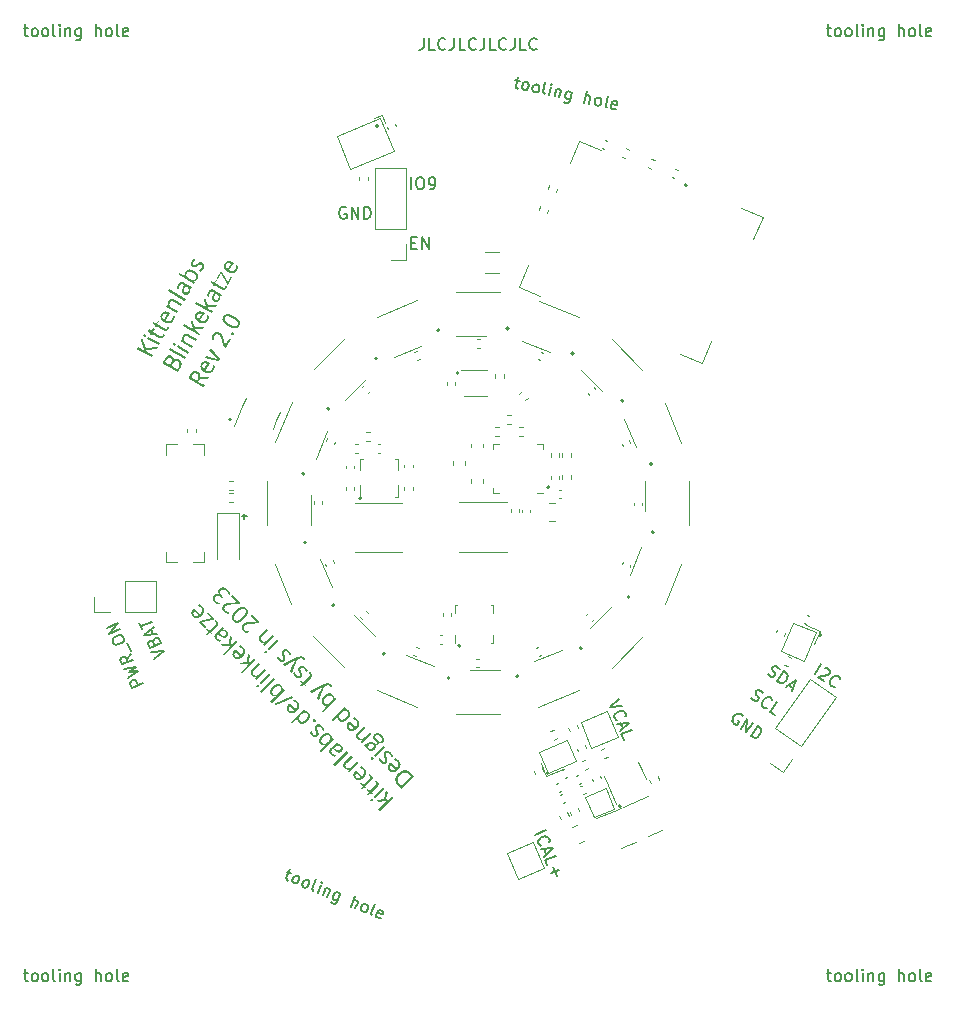
<source format=gto>
%TF.GenerationSoftware,KiCad,Pcbnew,7.0.8*%
%TF.CreationDate,2023-10-15T21:23:35+02:00*%
%TF.ProjectId,blinkekatze,626c696e-6b65-46b6-9174-7a652e6b6963,rev?*%
%TF.SameCoordinates,Original*%
%TF.FileFunction,Legend,Top*%
%TF.FilePolarity,Positive*%
%FSLAX46Y46*%
G04 Gerber Fmt 4.6, Leading zero omitted, Abs format (unit mm)*
G04 Created by KiCad (PCBNEW 7.0.8) date 2023-10-15 21:23:35*
%MOMM*%
%LPD*%
G01*
G04 APERTURE LIST*
%ADD10C,0.200501*%
%ADD11C,0.200503*%
%ADD12C,0.200498*%
%ADD13C,0.150000*%
%ADD14C,0.200500*%
%ADD15C,0.120000*%
%ADD16C,0.204999*%
%ADD17C,0.205000*%
%ADD18C,0.100000*%
G04 APERTURE END LIST*
D10*
X129071122Y-111165756D02*
G75*
G03*
X129071122Y-111165756I-100250J0D01*
G01*
D11*
X91550252Y-68050003D02*
G75*
G03*
X91550252Y-68050003I-100251J0D01*
G01*
D12*
X90115251Y-99570001D02*
G75*
G03*
X90115251Y-99570001I-100249J0D01*
G01*
D13*
X80199999Y-101299999D02*
X80200000Y-100900000D01*
D14*
X112100250Y-125650000D02*
G75*
G03*
X112100250Y-125650000I-100250J0D01*
G01*
X105984183Y-122822604D02*
G75*
G03*
X105984183Y-122822604I-100250J0D01*
G01*
X98497509Y-112070220D02*
G75*
G03*
X98497509Y-112070220I-100250J0D01*
G01*
D12*
X98350254Y-88974995D02*
G75*
G03*
X98350254Y-88974995I-100249J0D01*
G01*
D14*
X79100250Y-92900000D02*
G75*
G03*
X79100250Y-92900000I-100250J0D01*
G01*
X117675250Y-73075000D02*
G75*
G03*
X117675250Y-73075000I-100250J0D01*
G01*
D13*
X80400000Y-101100000D02*
X80000000Y-101099999D01*
D12*
X106050249Y-98650000D02*
G75*
G03*
X106050249Y-98650000I-100249J0D01*
G01*
D13*
X71612948Y-115240426D02*
X70689068Y-115623109D01*
X70689068Y-115623109D02*
X70543284Y-115271155D01*
X70543284Y-115271155D02*
X70550832Y-115164944D01*
X70550832Y-115164944D02*
X70576604Y-115102726D01*
X70576604Y-115102726D02*
X70646369Y-115022286D01*
X70646369Y-115022286D02*
X70778352Y-114967617D01*
X70778352Y-114967617D02*
X70884563Y-114975165D01*
X70884563Y-114975165D02*
X70946781Y-115000936D01*
X70946781Y-115000936D02*
X71027221Y-115070702D01*
X71027221Y-115070702D02*
X71173005Y-115422656D01*
X70342831Y-114787218D02*
X71175595Y-114184563D01*
X71175595Y-114184563D02*
X70442789Y-114281932D01*
X70442789Y-114281932D02*
X71029811Y-113832609D01*
X71029811Y-113832609D02*
X70014816Y-113995321D01*
X70574236Y-112732753D02*
X70261854Y-113222943D01*
X70792912Y-113260684D02*
X69869032Y-113643368D01*
X69869032Y-113643368D02*
X69723248Y-113291413D01*
X69723248Y-113291413D02*
X69730796Y-113185202D01*
X69730796Y-113185202D02*
X69756568Y-113122985D01*
X69756568Y-113122985D02*
X69826333Y-113042544D01*
X69826333Y-113042544D02*
X69958316Y-112987875D01*
X69958316Y-112987875D02*
X70064527Y-112995423D01*
X70064527Y-112995423D02*
X70126745Y-113021195D01*
X70126745Y-113021195D02*
X70207185Y-113090960D01*
X70207185Y-113090960D02*
X70352969Y-113442914D01*
X70589332Y-112520330D02*
X70297764Y-111816422D01*
X69121888Y-111839602D02*
X69048996Y-111663625D01*
X69048996Y-111663625D02*
X69056545Y-111557414D01*
X69056545Y-111557414D02*
X69108087Y-111432979D01*
X69108087Y-111432979D02*
X69265841Y-111316093D01*
X69265841Y-111316093D02*
X69573801Y-111188532D01*
X69573801Y-111188532D02*
X69768001Y-111159634D01*
X69768001Y-111159634D02*
X69892436Y-111211176D01*
X69892436Y-111211176D02*
X69972876Y-111280942D01*
X69972876Y-111280942D02*
X70045768Y-111456919D01*
X70045768Y-111456919D02*
X70038220Y-111563131D01*
X70038220Y-111563131D02*
X69986677Y-111687565D01*
X69986677Y-111687565D02*
X69828923Y-111804452D01*
X69828923Y-111804452D02*
X69520963Y-111932013D01*
X69520963Y-111932013D02*
X69326763Y-111960910D01*
X69326763Y-111960910D02*
X69202329Y-111909368D01*
X69202329Y-111909368D02*
X69121888Y-111839602D01*
X69717754Y-110665022D02*
X68793874Y-111047706D01*
X68793874Y-111047706D02*
X69499077Y-110137091D01*
X69499077Y-110137091D02*
X68575198Y-110519775D01*
X88815601Y-74952438D02*
X88720363Y-74904819D01*
X88720363Y-74904819D02*
X88577506Y-74904819D01*
X88577506Y-74904819D02*
X88434649Y-74952438D01*
X88434649Y-74952438D02*
X88339411Y-75047676D01*
X88339411Y-75047676D02*
X88291792Y-75142914D01*
X88291792Y-75142914D02*
X88244173Y-75333390D01*
X88244173Y-75333390D02*
X88244173Y-75476247D01*
X88244173Y-75476247D02*
X88291792Y-75666723D01*
X88291792Y-75666723D02*
X88339411Y-75761961D01*
X88339411Y-75761961D02*
X88434649Y-75857200D01*
X88434649Y-75857200D02*
X88577506Y-75904819D01*
X88577506Y-75904819D02*
X88672744Y-75904819D01*
X88672744Y-75904819D02*
X88815601Y-75857200D01*
X88815601Y-75857200D02*
X88863220Y-75809580D01*
X88863220Y-75809580D02*
X88863220Y-75476247D01*
X88863220Y-75476247D02*
X88672744Y-75476247D01*
X89291792Y-75904819D02*
X89291792Y-74904819D01*
X89291792Y-74904819D02*
X89863220Y-75904819D01*
X89863220Y-75904819D02*
X89863220Y-74904819D01*
X90339411Y-75904819D02*
X90339411Y-74904819D01*
X90339411Y-74904819D02*
X90577506Y-74904819D01*
X90577506Y-74904819D02*
X90720363Y-74952438D01*
X90720363Y-74952438D02*
X90815601Y-75047676D01*
X90815601Y-75047676D02*
X90863220Y-75142914D01*
X90863220Y-75142914D02*
X90910839Y-75333390D01*
X90910839Y-75333390D02*
X90910839Y-75476247D01*
X90910839Y-75476247D02*
X90863220Y-75666723D01*
X90863220Y-75666723D02*
X90815601Y-75761961D01*
X90815601Y-75761961D02*
X90720363Y-75857200D01*
X90720363Y-75857200D02*
X90577506Y-75904819D01*
X90577506Y-75904819D02*
X90339411Y-75904819D01*
X124535742Y-114442572D02*
X124625450Y-114563519D01*
X124625450Y-114563519D02*
X124820486Y-114700085D01*
X124820486Y-114700085D02*
X124925814Y-114715704D01*
X124925814Y-114715704D02*
X124992134Y-114704010D01*
X124992134Y-114704010D02*
X125085768Y-114653309D01*
X125085768Y-114653309D02*
X125140394Y-114575294D01*
X125140394Y-114575294D02*
X125156013Y-114469966D01*
X125156013Y-114469966D02*
X125144319Y-114403646D01*
X125144319Y-114403646D02*
X125093618Y-114310012D01*
X125093618Y-114310012D02*
X124964902Y-114161753D01*
X124964902Y-114161753D02*
X124914201Y-114068119D01*
X124914201Y-114068119D02*
X124902507Y-114001799D01*
X124902507Y-114001799D02*
X124918126Y-113896471D01*
X124918126Y-113896471D02*
X124972752Y-113818456D01*
X124972752Y-113818456D02*
X125066386Y-113767755D01*
X125066386Y-113767755D02*
X125132706Y-113756061D01*
X125132706Y-113756061D02*
X125238034Y-113771680D01*
X125238034Y-113771680D02*
X125433070Y-113908246D01*
X125433070Y-113908246D02*
X125522779Y-114029193D01*
X125327581Y-115055156D02*
X125901157Y-114236004D01*
X125901157Y-114236004D02*
X126096193Y-114372570D01*
X126096193Y-114372570D02*
X126185902Y-114493516D01*
X126185902Y-114493516D02*
X126209290Y-114626157D01*
X126209290Y-114626157D02*
X126193671Y-114731485D01*
X126193671Y-114731485D02*
X126123425Y-114914827D01*
X126123425Y-114914827D02*
X126041486Y-115031849D01*
X126041486Y-115031849D02*
X125893226Y-115160565D01*
X125893226Y-115160565D02*
X125799592Y-115211266D01*
X125799592Y-115211266D02*
X125666952Y-115234654D01*
X125666952Y-115234654D02*
X125522617Y-115191722D01*
X125522617Y-115191722D02*
X125327581Y-115055156D01*
X126271604Y-115367376D02*
X126661677Y-115640507D01*
X126029711Y-115546793D02*
X126876338Y-114918833D01*
X126876338Y-114918833D02*
X126575812Y-115929177D01*
X104799151Y-128061325D02*
X105723030Y-127678641D01*
X105288046Y-128992752D02*
X105225828Y-128966981D01*
X105225828Y-128966981D02*
X105127165Y-128853221D01*
X105127165Y-128853221D02*
X105090719Y-128765233D01*
X105090719Y-128765233D02*
X105080044Y-128615027D01*
X105080044Y-128615027D02*
X105131587Y-128490592D01*
X105131587Y-128490592D02*
X105201352Y-128410152D01*
X105201352Y-128410152D02*
X105359106Y-128293266D01*
X105359106Y-128293266D02*
X105491089Y-128238597D01*
X105491089Y-128238597D02*
X105685289Y-128209699D01*
X105685289Y-128209699D02*
X105791501Y-128217247D01*
X105791501Y-128217247D02*
X105915935Y-128268789D01*
X105915935Y-128268789D02*
X106014599Y-128382549D01*
X106014599Y-128382549D02*
X106051045Y-128470538D01*
X106051045Y-128470538D02*
X106061719Y-128620744D01*
X106061719Y-128620744D02*
X106035948Y-128682961D01*
X105609807Y-129271814D02*
X105792037Y-129711757D01*
X105309395Y-129293164D02*
X106360836Y-129218440D01*
X106360836Y-129218440D02*
X105564518Y-129909083D01*
X105874309Y-130656986D02*
X105692079Y-130217043D01*
X105692079Y-130217043D02*
X106615958Y-129834360D01*
X106353824Y-130819162D02*
X106645393Y-131523070D01*
X106147654Y-131316900D02*
X106851563Y-131025332D01*
G36*
X72885491Y-86764051D02*
G01*
X72776680Y-86952516D01*
X71923804Y-86996523D01*
X71953393Y-87179015D01*
X72472781Y-87478884D01*
X72376977Y-87644822D01*
X71077395Y-86894508D01*
X71173199Y-86728570D01*
X71822990Y-87103727D01*
X71735833Y-86909573D01*
X71468306Y-86217431D01*
X71576017Y-86030870D01*
X71874551Y-86821715D01*
X72885491Y-86764051D01*
G37*
G36*
X73065192Y-86452798D02*
G01*
X72971403Y-86615246D01*
X71996717Y-86052511D01*
X72090506Y-85890063D01*
X73065192Y-86452798D01*
G37*
G36*
X71725278Y-85912294D02*
G01*
X71712659Y-85904440D01*
X71698875Y-85894172D01*
X71687300Y-85883404D01*
X71676329Y-85869822D01*
X71668539Y-85855518D01*
X71663932Y-85840494D01*
X71661902Y-85825085D01*
X71662084Y-85809762D01*
X71664475Y-85794525D01*
X71669078Y-85779375D01*
X71675891Y-85764311D01*
X71678653Y-85759309D01*
X71686985Y-85746437D01*
X71696363Y-85734869D01*
X71705797Y-85725485D01*
X71718231Y-85716106D01*
X71731856Y-85709199D01*
X71741601Y-85705967D01*
X71757014Y-85702869D01*
X71772018Y-85702311D01*
X71784919Y-85703479D01*
X71799879Y-85706762D01*
X71813880Y-85711723D01*
X71828391Y-85718584D01*
X71835004Y-85722243D01*
X71850033Y-85731839D01*
X71862995Y-85742081D01*
X71873892Y-85752968D01*
X71884240Y-85766884D01*
X71891612Y-85781730D01*
X71895482Y-85794811D01*
X71897724Y-85810601D01*
X71897739Y-85826176D01*
X71895528Y-85841537D01*
X71891092Y-85856684D01*
X71884429Y-85871616D01*
X71881713Y-85876546D01*
X71872445Y-85890589D01*
X71861952Y-85902735D01*
X71850235Y-85912984D01*
X71837292Y-85921336D01*
X71823125Y-85927791D01*
X71818130Y-85929521D01*
X71802429Y-85932820D01*
X71785939Y-85933105D01*
X71768661Y-85930378D01*
X71753660Y-85925802D01*
X71738111Y-85919135D01*
X71725278Y-85912294D01*
G37*
G36*
X73299066Y-85783202D02*
G01*
X73306639Y-85769480D01*
X73313863Y-85755338D01*
X73318180Y-85746433D01*
X73324748Y-85731861D01*
X73330949Y-85717578D01*
X73336269Y-85704843D01*
X73341886Y-85689961D01*
X73346810Y-85675869D01*
X73349707Y-85666913D01*
X73353912Y-85652857D01*
X73357100Y-85639453D01*
X73481791Y-85711444D01*
X73479729Y-85726694D01*
X73476705Y-85742053D01*
X73475543Y-85747179D01*
X73471789Y-85761899D01*
X73467216Y-85777345D01*
X73462347Y-85792017D01*
X73456961Y-85806871D01*
X73450988Y-85821881D01*
X73445112Y-85835524D01*
X73443047Y-85840100D01*
X73436642Y-85853673D01*
X73429973Y-85866893D01*
X73422253Y-85881166D01*
X73419073Y-85886754D01*
X73410910Y-85900377D01*
X73402450Y-85913485D01*
X73393692Y-85926078D01*
X73384637Y-85938155D01*
X73375285Y-85949717D01*
X73365635Y-85960763D01*
X73353155Y-85973846D01*
X73345444Y-85981310D01*
X73332133Y-85992899D01*
X73318181Y-86003271D01*
X73303590Y-86012427D01*
X73288357Y-86020367D01*
X73272485Y-86027089D01*
X73255972Y-86032596D01*
X73249188Y-86034458D01*
X73231701Y-86038164D01*
X73217137Y-86040113D01*
X73202063Y-86041160D01*
X73186479Y-86041304D01*
X73170385Y-86040546D01*
X73153781Y-86038885D01*
X73136668Y-86036322D01*
X73123497Y-86033807D01*
X73105442Y-86029530D01*
X73086781Y-86024084D01*
X73072386Y-86019231D01*
X73057650Y-86013720D01*
X73042573Y-86007551D01*
X73027154Y-86000723D01*
X73011394Y-85993238D01*
X72995293Y-85985095D01*
X72978850Y-85976293D01*
X72962066Y-85966833D01*
X72391913Y-85637655D01*
X72312045Y-85775989D01*
X72242561Y-85735872D01*
X72255482Y-85558887D01*
X72090318Y-85370883D01*
X72144357Y-85277285D01*
X72369309Y-85407162D01*
X72511642Y-85160634D01*
X72628401Y-85228045D01*
X72486068Y-85474573D01*
X73055270Y-85803201D01*
X73071276Y-85812115D01*
X73086813Y-85820104D01*
X73101879Y-85827167D01*
X73116477Y-85833304D01*
X73130605Y-85838516D01*
X73148711Y-85844025D01*
X73165983Y-85847890D01*
X73182420Y-85850109D01*
X73198022Y-85850682D01*
X73201792Y-85850569D01*
X73216457Y-85848869D01*
X73233780Y-85844043D01*
X73249986Y-85836218D01*
X73262145Y-85827797D01*
X73273589Y-85817456D01*
X73284316Y-85805194D01*
X73294329Y-85791013D01*
X73299066Y-85783202D01*
G37*
G36*
X73664698Y-85149909D02*
G01*
X73672271Y-85136188D01*
X73679494Y-85122045D01*
X73683811Y-85113141D01*
X73690379Y-85098569D01*
X73696581Y-85084285D01*
X73701901Y-85071551D01*
X73707518Y-85056669D01*
X73712442Y-85042577D01*
X73715339Y-85033621D01*
X73719544Y-85019565D01*
X73722732Y-85006161D01*
X73847423Y-85078151D01*
X73845361Y-85093401D01*
X73842336Y-85108760D01*
X73841175Y-85113887D01*
X73837421Y-85128606D01*
X73832847Y-85144053D01*
X73827978Y-85158725D01*
X73822592Y-85173578D01*
X73816620Y-85188588D01*
X73810743Y-85202232D01*
X73808679Y-85206808D01*
X73802274Y-85220381D01*
X73795604Y-85233600D01*
X73787884Y-85247874D01*
X73784704Y-85253461D01*
X73776542Y-85267085D01*
X73768081Y-85280193D01*
X73759324Y-85292785D01*
X73750269Y-85304862D01*
X73740917Y-85316424D01*
X73731267Y-85327471D01*
X73718787Y-85340554D01*
X73711076Y-85348017D01*
X73697765Y-85359606D01*
X73683813Y-85369979D01*
X73669221Y-85379135D01*
X73653989Y-85387074D01*
X73638117Y-85393797D01*
X73621604Y-85399303D01*
X73614820Y-85401165D01*
X73597332Y-85404871D01*
X73582768Y-85406821D01*
X73567695Y-85407868D01*
X73552111Y-85408012D01*
X73536017Y-85407254D01*
X73519413Y-85405593D01*
X73502299Y-85403029D01*
X73489129Y-85400515D01*
X73471074Y-85396238D01*
X73452412Y-85390791D01*
X73438018Y-85385938D01*
X73423282Y-85380427D01*
X73408204Y-85374258D01*
X73392786Y-85367431D01*
X73377026Y-85359946D01*
X73360924Y-85351802D01*
X73344482Y-85343001D01*
X73327698Y-85333541D01*
X72757544Y-85004363D01*
X72677677Y-85142697D01*
X72608192Y-85102580D01*
X72621114Y-84925594D01*
X72455950Y-84737591D01*
X72509988Y-84643993D01*
X72734941Y-84773869D01*
X72877273Y-84527342D01*
X72994032Y-84594753D01*
X72851700Y-84841280D01*
X73420902Y-85169909D01*
X73436908Y-85178823D01*
X73452444Y-85186811D01*
X73467511Y-85193874D01*
X73482108Y-85200012D01*
X73496236Y-85205223D01*
X73514343Y-85210733D01*
X73531615Y-85214597D01*
X73548052Y-85216816D01*
X73563654Y-85217390D01*
X73567424Y-85217276D01*
X73582088Y-85215576D01*
X73599412Y-85210751D01*
X73615617Y-85202925D01*
X73627777Y-85194505D01*
X73639220Y-85184163D01*
X73649948Y-85171902D01*
X73659960Y-85157720D01*
X73664698Y-85149909D01*
G37*
G36*
X73553455Y-83757083D02*
G01*
X73570782Y-83758272D01*
X73588289Y-83760101D01*
X73605978Y-83762570D01*
X73623847Y-83765678D01*
X73635860Y-83768106D01*
X73653901Y-83772247D01*
X73671981Y-83777028D01*
X73690100Y-83782449D01*
X73708259Y-83788509D01*
X73726457Y-83795210D01*
X73744695Y-83802551D01*
X73762973Y-83810532D01*
X73781290Y-83819152D01*
X73799646Y-83828413D01*
X73818042Y-83838314D01*
X73830328Y-83845270D01*
X73931540Y-83903705D01*
X73575068Y-84521133D01*
X73596557Y-84532468D01*
X73617630Y-84542897D01*
X73638287Y-84552422D01*
X73658527Y-84561043D01*
X73678351Y-84568758D01*
X73697758Y-84575569D01*
X73716750Y-84581476D01*
X73735325Y-84586477D01*
X73753483Y-84590574D01*
X73771226Y-84593767D01*
X73788552Y-84596054D01*
X73805462Y-84597437D01*
X73821955Y-84597916D01*
X73838032Y-84597489D01*
X73853693Y-84596158D01*
X73868938Y-84593923D01*
X73883770Y-84590770D01*
X73898273Y-84586733D01*
X73912447Y-84581812D01*
X73926292Y-84576007D01*
X73939808Y-84569318D01*
X73952994Y-84561745D01*
X73965852Y-84553288D01*
X73978381Y-84543946D01*
X73990580Y-84533721D01*
X74002451Y-84522612D01*
X74013992Y-84510618D01*
X74025205Y-84497741D01*
X74036088Y-84483980D01*
X74046642Y-84469334D01*
X74056867Y-84453805D01*
X74066763Y-84437391D01*
X74074747Y-84423313D01*
X74082326Y-84409435D01*
X74089500Y-84395756D01*
X74096269Y-84382278D01*
X74102634Y-84369000D01*
X74109738Y-84353331D01*
X74110865Y-84350747D01*
X74117445Y-84335168D01*
X74123620Y-84319621D01*
X74129389Y-84304109D01*
X74134752Y-84288629D01*
X74139708Y-84273183D01*
X74141270Y-84268041D01*
X74145692Y-84252628D01*
X74149721Y-84237226D01*
X74153357Y-84221836D01*
X74156600Y-84206456D01*
X74159450Y-84191087D01*
X74160313Y-84185966D01*
X74162692Y-84170321D01*
X74164888Y-84154480D01*
X74166899Y-84138444D01*
X74168725Y-84122211D01*
X74170367Y-84105783D01*
X74170873Y-84100264D01*
X74315553Y-84183795D01*
X74314040Y-84200644D01*
X74312275Y-84217259D01*
X74310259Y-84233640D01*
X74307992Y-84249786D01*
X74305473Y-84265698D01*
X74304577Y-84270950D01*
X74301604Y-84286455D01*
X74298241Y-84301915D01*
X74294488Y-84317327D01*
X74290346Y-84332694D01*
X74285814Y-84348013D01*
X74284217Y-84353110D01*
X74279260Y-84368452D01*
X74273866Y-84383780D01*
X74268035Y-84399093D01*
X74261765Y-84414391D01*
X74255058Y-84429674D01*
X74252725Y-84434766D01*
X74245389Y-84450211D01*
X74238872Y-84463350D01*
X74231987Y-84476730D01*
X74224735Y-84490353D01*
X74217116Y-84504219D01*
X74209130Y-84518327D01*
X74207489Y-84521177D01*
X74196671Y-84539245D01*
X74185444Y-84556681D01*
X74173807Y-84573488D01*
X74161761Y-84589663D01*
X74149306Y-84605209D01*
X74136442Y-84620124D01*
X74123168Y-84634408D01*
X74109484Y-84648062D01*
X74095391Y-84661085D01*
X74080889Y-84673478D01*
X74070994Y-84681390D01*
X74055863Y-84692697D01*
X74040432Y-84703301D01*
X74024699Y-84713204D01*
X74008665Y-84722405D01*
X73992330Y-84730904D01*
X73975694Y-84738701D01*
X73958756Y-84745796D01*
X73941517Y-84752189D01*
X73923977Y-84757881D01*
X73906136Y-84762870D01*
X73894074Y-84765807D01*
X73875725Y-84769499D01*
X73857114Y-84772423D01*
X73838239Y-84774578D01*
X73819103Y-84775964D01*
X73799703Y-84776581D01*
X73780041Y-84776429D01*
X73760117Y-84775509D01*
X73739929Y-84773820D01*
X73719480Y-84771362D01*
X73698768Y-84768135D01*
X73684813Y-84765557D01*
X73663664Y-84760982D01*
X73642371Y-84755573D01*
X73628096Y-84751504D01*
X73613757Y-84747064D01*
X73599355Y-84742254D01*
X73584889Y-84737073D01*
X73570359Y-84731522D01*
X73555766Y-84725600D01*
X73541109Y-84719308D01*
X73526389Y-84712644D01*
X73511604Y-84705611D01*
X73496756Y-84698207D01*
X73481845Y-84690432D01*
X73466869Y-84682287D01*
X73451830Y-84673771D01*
X73436847Y-84664967D01*
X73422198Y-84656048D01*
X73407882Y-84647014D01*
X73393901Y-84637866D01*
X73380253Y-84628604D01*
X73366939Y-84619226D01*
X73353959Y-84609734D01*
X73341313Y-84600128D01*
X73329001Y-84590407D01*
X73317022Y-84580571D01*
X73305378Y-84570621D01*
X73294067Y-84560556D01*
X73283090Y-84550376D01*
X73272448Y-84540082D01*
X73257109Y-84524426D01*
X73252163Y-84519150D01*
X73237828Y-84503218D01*
X73224248Y-84487164D01*
X73211422Y-84470988D01*
X73199351Y-84454690D01*
X73188035Y-84438270D01*
X73177473Y-84421728D01*
X73167665Y-84405064D01*
X73158612Y-84388277D01*
X73150314Y-84371369D01*
X73142771Y-84354339D01*
X73138161Y-84342917D01*
X73131860Y-84325629D01*
X73126336Y-84308298D01*
X73121587Y-84290924D01*
X73117614Y-84273508D01*
X73114417Y-84256048D01*
X73111995Y-84238546D01*
X73110350Y-84221000D01*
X73109480Y-84203412D01*
X73109386Y-84185781D01*
X73109398Y-84185466D01*
X73267273Y-84185466D01*
X73268644Y-84204246D01*
X73271668Y-84222984D01*
X73276345Y-84241679D01*
X73280382Y-84254120D01*
X73287737Y-84272619D01*
X73296709Y-84290892D01*
X73307300Y-84308939D01*
X73319508Y-84326760D01*
X73328545Y-84338516D01*
X73338302Y-84350170D01*
X73348778Y-84361724D01*
X73359972Y-84373178D01*
X73371886Y-84384531D01*
X73384518Y-84395784D01*
X73397870Y-84406937D01*
X73411940Y-84417989D01*
X73426730Y-84428940D01*
X73442239Y-84439791D01*
X73695763Y-84000674D01*
X73680667Y-83992210D01*
X73665682Y-83984312D01*
X73650806Y-83976979D01*
X73636039Y-83970212D01*
X73621383Y-83964011D01*
X73606836Y-83958375D01*
X73592398Y-83953305D01*
X73578071Y-83948800D01*
X73563906Y-83944919D01*
X73546503Y-83941023D01*
X73529437Y-83938189D01*
X73512708Y-83936417D01*
X73496316Y-83935707D01*
X73480261Y-83936059D01*
X73470789Y-83936780D01*
X73455212Y-83938817D01*
X73440046Y-83942001D01*
X73425293Y-83946331D01*
X73410952Y-83951808D01*
X73397022Y-83958432D01*
X73383505Y-83966203D01*
X73378213Y-83969632D01*
X73365224Y-83979042D01*
X73352749Y-83989781D01*
X73340786Y-84001850D01*
X73329337Y-84015247D01*
X73318402Y-84029974D01*
X73310022Y-84042712D01*
X73303954Y-84052824D01*
X73293755Y-84071900D01*
X73285209Y-84090933D01*
X73278316Y-84109924D01*
X73273076Y-84128872D01*
X73269488Y-84147779D01*
X73267554Y-84166643D01*
X73267273Y-84185466D01*
X73109398Y-84185466D01*
X73110068Y-84168107D01*
X73110954Y-84156301D01*
X73112867Y-84138583D01*
X73115551Y-84120946D01*
X73119007Y-84103390D01*
X73123234Y-84085915D01*
X73128232Y-84068520D01*
X73134002Y-84051207D01*
X73140543Y-84033975D01*
X73147855Y-84016823D01*
X73155938Y-83999753D01*
X73164793Y-83982763D01*
X73171124Y-83971482D01*
X73180862Y-83955261D01*
X73190976Y-83939674D01*
X73201468Y-83924722D01*
X73212337Y-83910403D01*
X73223584Y-83896720D01*
X73235208Y-83883670D01*
X73247209Y-83871255D01*
X73259588Y-83859474D01*
X73272344Y-83848328D01*
X73285478Y-83837815D01*
X73294444Y-83831160D01*
X73308172Y-83821654D01*
X73322142Y-83812801D01*
X73336352Y-83804599D01*
X73350803Y-83797050D01*
X73365494Y-83790153D01*
X73380427Y-83783907D01*
X73395600Y-83778314D01*
X73411013Y-83773373D01*
X73426668Y-83769084D01*
X73442563Y-83765448D01*
X73453294Y-83763385D01*
X73469535Y-83760735D01*
X73485957Y-83758725D01*
X73502560Y-83757355D01*
X73519344Y-83756625D01*
X73536309Y-83756534D01*
X73553455Y-83757083D01*
G37*
G36*
X74879062Y-83311084D02*
G01*
X74250211Y-82948017D01*
X74235856Y-82939974D01*
X74221743Y-82932559D01*
X74207872Y-82925774D01*
X74194242Y-82919617D01*
X74174251Y-82911560D01*
X74154804Y-82904918D01*
X74135901Y-82899691D01*
X74117542Y-82895878D01*
X74099728Y-82893480D01*
X74082457Y-82892497D01*
X74065730Y-82892928D01*
X74049548Y-82894774D01*
X74033907Y-82898032D01*
X74018737Y-82902819D01*
X74004038Y-82909135D01*
X73989810Y-82916979D01*
X73976053Y-82926351D01*
X73962766Y-82937253D01*
X73949951Y-82949682D01*
X73937606Y-82963641D01*
X73925733Y-82979128D01*
X73914330Y-82996143D01*
X73906989Y-83008336D01*
X73899512Y-83021757D01*
X73892674Y-83035012D01*
X73884550Y-83052425D01*
X73877563Y-83069543D01*
X73871711Y-83086365D01*
X73866995Y-83102890D01*
X73863415Y-83119120D01*
X73860971Y-83135054D01*
X73860175Y-83142910D01*
X73859389Y-83158445D01*
X73859646Y-83173777D01*
X73860946Y-83188904D01*
X73863289Y-83203828D01*
X73866676Y-83218547D01*
X73871106Y-83233062D01*
X73876579Y-83247373D01*
X73883096Y-83261480D01*
X73890608Y-83275408D01*
X73899067Y-83289183D01*
X73908475Y-83302804D01*
X73918831Y-83316272D01*
X73930134Y-83329587D01*
X73942385Y-83342748D01*
X73955584Y-83355755D01*
X73969732Y-83368610D01*
X73980877Y-83378144D01*
X73992500Y-83387649D01*
X74004600Y-83397126D01*
X74017179Y-83406573D01*
X74030235Y-83415991D01*
X74043770Y-83425380D01*
X74057782Y-83434741D01*
X74072271Y-83444072D01*
X74087239Y-83453374D01*
X74102684Y-83462647D01*
X74113247Y-83468813D01*
X74619310Y-83760988D01*
X74525520Y-83923436D01*
X73550834Y-83360701D01*
X73627221Y-83228395D01*
X73770044Y-83279971D01*
X73775173Y-83271088D01*
X73767559Y-83257159D01*
X73760698Y-83243107D01*
X73754590Y-83228932D01*
X73749234Y-83214634D01*
X73744632Y-83200213D01*
X73740782Y-83185669D01*
X73739452Y-83179817D01*
X73736546Y-83165008D01*
X73734257Y-83150204D01*
X73732585Y-83135404D01*
X73731529Y-83120610D01*
X73731091Y-83105821D01*
X73731269Y-83091037D01*
X73731513Y-83085125D01*
X73732549Y-83070375D01*
X73734190Y-83055686D01*
X73736437Y-83041057D01*
X73739289Y-83026489D01*
X73742747Y-83011981D01*
X73746811Y-82997534D01*
X73748606Y-82991771D01*
X73753510Y-82977366D01*
X73758894Y-82963133D01*
X73764756Y-82949073D01*
X73771096Y-82935186D01*
X73777915Y-82921472D01*
X73785212Y-82907931D01*
X73788265Y-82902563D01*
X73800207Y-82882646D01*
X73812449Y-82863744D01*
X73824989Y-82845858D01*
X73837829Y-82828988D01*
X73850969Y-82813133D01*
X73864408Y-82798294D01*
X73878146Y-82784471D01*
X73892184Y-82771663D01*
X73906521Y-82759871D01*
X73921157Y-82749094D01*
X73936093Y-82739334D01*
X73951328Y-82730588D01*
X73966863Y-82722859D01*
X73982697Y-82716144D01*
X73998830Y-82710446D01*
X74015262Y-82705763D01*
X74032057Y-82702140D01*
X74049274Y-82699621D01*
X74066916Y-82698205D01*
X74084981Y-82697894D01*
X74103469Y-82698686D01*
X74122381Y-82700583D01*
X74141717Y-82703583D01*
X74161476Y-82707687D01*
X74181659Y-82712894D01*
X74202265Y-82719206D01*
X74223295Y-82726622D01*
X74244749Y-82735141D01*
X74266626Y-82744764D01*
X74288927Y-82755491D01*
X74311651Y-82767322D01*
X74334799Y-82780257D01*
X74972851Y-83148637D01*
X74879062Y-83311084D01*
G37*
G36*
X75237000Y-82691118D02*
G01*
X75143210Y-82853565D01*
X73762405Y-82056357D01*
X73856194Y-81893909D01*
X75237000Y-82691118D01*
G37*
G36*
X74934399Y-81259081D02*
G01*
X74952431Y-81261017D01*
X74970745Y-81264042D01*
X74989380Y-81268059D01*
X75003634Y-81271822D01*
X75018127Y-81276228D01*
X75032858Y-81281277D01*
X75047827Y-81286970D01*
X75063035Y-81293306D01*
X75078481Y-81300286D01*
X75094165Y-81307908D01*
X75110088Y-81316174D01*
X75126249Y-81325084D01*
X75131689Y-81328196D01*
X75800834Y-81714527D01*
X75733240Y-81831604D01*
X75580931Y-81787665D01*
X75576718Y-81794962D01*
X75583768Y-81811205D01*
X75590267Y-81827151D01*
X75596215Y-81842799D01*
X75601611Y-81858149D01*
X75606456Y-81873202D01*
X75610751Y-81887957D01*
X75612314Y-81893776D01*
X75615689Y-81908195D01*
X75618884Y-81925467D01*
X75621146Y-81942707D01*
X75622475Y-81959913D01*
X75622872Y-81977087D01*
X75622720Y-81985661D01*
X75621739Y-82002774D01*
X75619732Y-82020066D01*
X75617275Y-82034615D01*
X75614105Y-82049290D01*
X75610222Y-82064089D01*
X75605627Y-82079015D01*
X75600266Y-82094211D01*
X75594087Y-82109822D01*
X75587089Y-82125850D01*
X75579273Y-82142293D01*
X75572430Y-82155747D01*
X75565065Y-82169467D01*
X75557175Y-82183453D01*
X75548107Y-82198530D01*
X75538670Y-82212985D01*
X75528866Y-82226817D01*
X75518695Y-82240028D01*
X75508155Y-82252616D01*
X75497247Y-82264582D01*
X75485972Y-82275925D01*
X75474328Y-82286647D01*
X75462332Y-82296675D01*
X75449996Y-82305940D01*
X75437322Y-82314440D01*
X75424309Y-82322176D01*
X75410957Y-82329148D01*
X75397266Y-82335356D01*
X75383236Y-82340800D01*
X75368867Y-82345480D01*
X75354229Y-82349276D01*
X75339297Y-82352230D01*
X75324072Y-82354340D01*
X75308554Y-82355606D01*
X75292744Y-82356029D01*
X75276640Y-82355609D01*
X75260243Y-82354345D01*
X75243553Y-82352238D01*
X75226637Y-82349114D01*
X75209469Y-82344960D01*
X75192051Y-82339775D01*
X75174382Y-82333560D01*
X75156461Y-82326314D01*
X75142856Y-82320203D01*
X75129110Y-82313512D01*
X75115223Y-82306241D01*
X75101194Y-82298391D01*
X75083408Y-82287585D01*
X75066614Y-82276278D01*
X75050813Y-82264470D01*
X75036006Y-82252161D01*
X75022191Y-82239352D01*
X75009370Y-82226042D01*
X74997542Y-82212231D01*
X74986707Y-82197919D01*
X74976865Y-82183107D01*
X74968016Y-82167794D01*
X74960160Y-82151980D01*
X74953297Y-82135665D01*
X74947427Y-82118850D01*
X74942551Y-82101533D01*
X74938667Y-82083716D01*
X74935777Y-82065399D01*
X74933905Y-82046573D01*
X74933077Y-82027233D01*
X74933292Y-82007379D01*
X74934552Y-81987011D01*
X74936856Y-81966128D01*
X74938484Y-81955719D01*
X75090272Y-81955719D01*
X75090545Y-81971632D01*
X75091994Y-81986797D01*
X75095133Y-82003943D01*
X75099765Y-82020255D01*
X75105889Y-82035734D01*
X75113506Y-82050379D01*
X75122616Y-82064190D01*
X75125984Y-82068609D01*
X75136951Y-82081410D01*
X75149144Y-82093581D01*
X75160242Y-82103242D01*
X75172192Y-82112465D01*
X75184994Y-82121250D01*
X75198647Y-82129598D01*
X75213716Y-82137792D01*
X75228465Y-82144790D01*
X75242893Y-82150592D01*
X75257001Y-82155197D01*
X75275312Y-82159477D01*
X75293053Y-82161629D01*
X75310225Y-82161654D01*
X75326826Y-82159553D01*
X75342858Y-82155324D01*
X75358298Y-82149188D01*
X75373036Y-82141522D01*
X75387070Y-82132326D01*
X75400401Y-82121601D01*
X75413029Y-82109346D01*
X75424954Y-82095561D01*
X75436175Y-82080246D01*
X75444130Y-82067756D01*
X75446694Y-82063402D01*
X75454233Y-82049736D01*
X75461099Y-82036025D01*
X75467290Y-82022268D01*
X75472806Y-82008465D01*
X75477649Y-81994617D01*
X75482753Y-81977242D01*
X75486804Y-81959796D01*
X75488130Y-81952798D01*
X75490640Y-81935349D01*
X75491964Y-81918021D01*
X75492104Y-81900814D01*
X75491057Y-81883728D01*
X75488826Y-81866764D01*
X75485409Y-81849920D01*
X75483710Y-81843217D01*
X75478491Y-81826543D01*
X75471999Y-81810106D01*
X75464235Y-81793905D01*
X75455198Y-81777940D01*
X75447052Y-81765339D01*
X75438093Y-81752888D01*
X75428318Y-81740589D01*
X75417725Y-81728425D01*
X75406218Y-81716539D01*
X75393797Y-81704932D01*
X75380461Y-81693604D01*
X75366211Y-81682554D01*
X75351046Y-81671783D01*
X75334967Y-81661290D01*
X75322308Y-81653603D01*
X75317974Y-81651076D01*
X75230404Y-81600517D01*
X75163111Y-81731728D01*
X75155301Y-81746986D01*
X75147941Y-81761901D01*
X75141032Y-81776474D01*
X75134573Y-81790705D01*
X75128565Y-81804594D01*
X75121254Y-81822579D01*
X75114745Y-81839957D01*
X75109036Y-81856725D01*
X75104128Y-81872886D01*
X75103026Y-81876830D01*
X75099015Y-81892250D01*
X75095756Y-81907191D01*
X75093249Y-81921653D01*
X75091173Y-81939060D01*
X75090272Y-81955719D01*
X74938484Y-81955719D01*
X74940203Y-81944731D01*
X74944595Y-81922819D01*
X74950030Y-81900393D01*
X74956510Y-81877452D01*
X74964033Y-81853997D01*
X74972600Y-81830028D01*
X74982211Y-81805544D01*
X74992866Y-81780546D01*
X75004565Y-81755034D01*
X75017308Y-81729007D01*
X75024071Y-81715801D01*
X75031095Y-81702466D01*
X75119637Y-81534451D01*
X75058402Y-81499097D01*
X75043680Y-81490868D01*
X75029338Y-81483401D01*
X75015376Y-81476695D01*
X75001794Y-81470750D01*
X74985350Y-81464390D01*
X74969501Y-81459220D01*
X74954245Y-81455239D01*
X74951266Y-81454586D01*
X74936553Y-81451884D01*
X74919495Y-81449967D01*
X74903089Y-81449498D01*
X74887334Y-81450476D01*
X74872232Y-81452901D01*
X74864925Y-81454656D01*
X74850726Y-81459224D01*
X74837033Y-81465185D01*
X74823845Y-81472537D01*
X74811162Y-81481282D01*
X74798983Y-81491418D01*
X74795036Y-81495107D01*
X74783333Y-81506911D01*
X74771976Y-81519867D01*
X74762777Y-81531543D01*
X74753818Y-81544019D01*
X74745099Y-81557295D01*
X74736621Y-81571371D01*
X74728858Y-81585256D01*
X74721574Y-81599186D01*
X74714769Y-81613162D01*
X74708443Y-81627185D01*
X74702596Y-81641253D01*
X74697228Y-81655368D01*
X74692339Y-81669529D01*
X74687929Y-81683735D01*
X74683999Y-81697988D01*
X74680547Y-81712287D01*
X74678512Y-81721845D01*
X74674811Y-81740860D01*
X74671489Y-81759883D01*
X74668547Y-81778913D01*
X74665983Y-81797951D01*
X74663799Y-81816995D01*
X74661994Y-81836048D01*
X74660568Y-81855107D01*
X74659521Y-81874174D01*
X74504077Y-81860576D01*
X74504728Y-81844275D01*
X74505717Y-81827812D01*
X74507045Y-81811187D01*
X74508711Y-81794402D01*
X74510716Y-81777454D01*
X74513060Y-81760346D01*
X74515742Y-81743075D01*
X74518763Y-81725644D01*
X74522122Y-81708051D01*
X74525820Y-81690296D01*
X74528473Y-81678370D01*
X74532827Y-81660485D01*
X74537702Y-81642714D01*
X74543097Y-81625059D01*
X74549014Y-81607518D01*
X74555452Y-81590093D01*
X74562411Y-81572782D01*
X74569891Y-81555586D01*
X74577893Y-81538506D01*
X74586415Y-81521540D01*
X74595458Y-81504689D01*
X74601777Y-81493519D01*
X74611671Y-81476756D01*
X74621637Y-81460615D01*
X74631675Y-81445096D01*
X74641785Y-81430199D01*
X74651968Y-81415923D01*
X74662224Y-81402269D01*
X74672551Y-81389237D01*
X74682951Y-81376827D01*
X74693423Y-81365038D01*
X74703968Y-81353871D01*
X74711038Y-81346772D01*
X74721712Y-81336553D01*
X74736163Y-81323910D01*
X74750866Y-81312390D01*
X74765818Y-81301992D01*
X74781022Y-81292718D01*
X74796476Y-81284567D01*
X74812180Y-81277539D01*
X74828136Y-81271633D01*
X74832164Y-81270332D01*
X74848494Y-81265734D01*
X74865109Y-81262226D01*
X74882006Y-81259806D01*
X74899187Y-81258475D01*
X74916652Y-81258233D01*
X74934399Y-81259081D01*
G37*
G36*
X75587210Y-80203174D02*
G01*
X75605858Y-80204113D01*
X75624824Y-80205749D01*
X75644108Y-80208083D01*
X75663712Y-80211113D01*
X75683634Y-80214841D01*
X75703876Y-80219265D01*
X75717547Y-80222603D01*
X75738323Y-80228171D01*
X75759354Y-80234520D01*
X75773518Y-80239185D01*
X75787795Y-80244198D01*
X75802186Y-80249557D01*
X75816691Y-80255262D01*
X75831310Y-80261315D01*
X75846043Y-80267714D01*
X75860889Y-80274459D01*
X75875849Y-80281552D01*
X75890924Y-80288990D01*
X75906111Y-80296776D01*
X75921413Y-80304908D01*
X75936829Y-80313387D01*
X75952358Y-80322213D01*
X75967922Y-80331339D01*
X75983124Y-80340537D01*
X75997964Y-80349807D01*
X76012442Y-80359149D01*
X76026558Y-80368563D01*
X76040311Y-80378049D01*
X76053703Y-80387606D01*
X76066732Y-80397236D01*
X76079400Y-80406937D01*
X76091705Y-80416710D01*
X76103648Y-80426556D01*
X76115229Y-80436473D01*
X76126448Y-80446461D01*
X76137305Y-80456522D01*
X76152912Y-80471748D01*
X76157933Y-80476859D01*
X76172456Y-80492164D01*
X76186222Y-80507544D01*
X76199231Y-80523000D01*
X76211482Y-80538532D01*
X76222975Y-80554140D01*
X76233711Y-80569823D01*
X76243689Y-80585582D01*
X76252909Y-80601417D01*
X76261372Y-80617327D01*
X76269077Y-80633313D01*
X76273793Y-80644012D01*
X76280176Y-80660071D01*
X76285801Y-80676169D01*
X76290667Y-80692304D01*
X76294776Y-80708478D01*
X76298126Y-80724689D01*
X76300717Y-80740939D01*
X76302551Y-80757227D01*
X76303626Y-80773554D01*
X76303943Y-80789918D01*
X76303502Y-80806321D01*
X76302787Y-80817277D01*
X76301074Y-80833600D01*
X76298638Y-80849862D01*
X76295479Y-80866063D01*
X76291596Y-80882204D01*
X76286989Y-80898284D01*
X76281660Y-80914303D01*
X76275606Y-80930261D01*
X76268830Y-80946159D01*
X76261330Y-80961996D01*
X76253106Y-80977772D01*
X76247222Y-80988256D01*
X76239525Y-81001164D01*
X76231639Y-81013552D01*
X76221515Y-81028307D01*
X76211095Y-81042252D01*
X76200379Y-81055385D01*
X76189367Y-81067706D01*
X76180345Y-81076980D01*
X76168978Y-81087996D01*
X76157471Y-81098394D01*
X76145826Y-81108175D01*
X76134041Y-81117338D01*
X76122117Y-81125884D01*
X76107624Y-81135324D01*
X76105189Y-81136811D01*
X76090451Y-81145063D01*
X76075588Y-81152499D01*
X76060601Y-81159121D01*
X76045489Y-81164927D01*
X76030254Y-81169917D01*
X76025148Y-81171400D01*
X76009723Y-81175379D01*
X75994364Y-81178831D01*
X75979072Y-81181756D01*
X75963846Y-81184154D01*
X75948686Y-81186026D01*
X75943648Y-81186533D01*
X75937419Y-81197320D01*
X76039887Y-81300476D01*
X75971194Y-81419456D01*
X74590388Y-80622248D01*
X74684177Y-80459800D01*
X75016370Y-80651592D01*
X75030129Y-80659596D01*
X75044200Y-80667902D01*
X75058583Y-80676510D01*
X75071160Y-80684128D01*
X75081815Y-80690645D01*
X75094572Y-80698388D01*
X75108968Y-80707289D01*
X75122838Y-80716049D01*
X75136182Y-80724667D01*
X75145392Y-80730736D01*
X75158137Y-80739031D01*
X75170784Y-80747240D01*
X75183332Y-80755362D01*
X75195781Y-80763398D01*
X75208132Y-80771346D01*
X75212227Y-80773977D01*
X75216257Y-80766996D01*
X75209321Y-80752442D01*
X75202904Y-80737712D01*
X75197005Y-80722805D01*
X75191624Y-80707721D01*
X75186762Y-80692460D01*
X75185256Y-80687334D01*
X75181200Y-80671597D01*
X75178657Y-80658903D01*
X75301906Y-80658903D01*
X75302296Y-80673842D01*
X75303773Y-80688642D01*
X75306335Y-80703301D01*
X75309982Y-80717821D01*
X75314715Y-80732200D01*
X75320534Y-80746439D01*
X75327438Y-80760539D01*
X75335365Y-80774389D01*
X75344319Y-80788132D01*
X75354300Y-80801767D01*
X75365309Y-80815295D01*
X75377344Y-80828715D01*
X75390407Y-80842027D01*
X75404497Y-80855232D01*
X75415739Y-80865065D01*
X75419615Y-80868329D01*
X75431611Y-80878128D01*
X75444153Y-80887960D01*
X75457242Y-80897825D01*
X75470877Y-80907722D01*
X75485058Y-80917652D01*
X75499786Y-80927615D01*
X75515059Y-80937611D01*
X75530879Y-80947639D01*
X75547245Y-80957700D01*
X75564158Y-80967794D01*
X75575736Y-80974542D01*
X75592517Y-80984089D01*
X75609068Y-80993221D01*
X75625391Y-81001939D01*
X75641485Y-81010241D01*
X75657349Y-81018129D01*
X75672985Y-81025602D01*
X75688392Y-81032660D01*
X75703569Y-81039304D01*
X75718518Y-81045533D01*
X75733238Y-81051347D01*
X75742924Y-81054992D01*
X75757264Y-81060060D01*
X75771378Y-81064604D01*
X75789847Y-81069846D01*
X75807915Y-81074157D01*
X75825583Y-81077536D01*
X75842850Y-81079983D01*
X75859717Y-81081498D01*
X75876183Y-81082081D01*
X75884265Y-81082023D01*
X75900189Y-81081097D01*
X75915736Y-81079173D01*
X75930906Y-81076252D01*
X75945701Y-81072334D01*
X75960120Y-81067418D01*
X75974162Y-81061506D01*
X75987828Y-81054596D01*
X76001119Y-81046690D01*
X76014023Y-81037562D01*
X76026599Y-81027240D01*
X76038847Y-81015724D01*
X76050766Y-81003013D01*
X76062357Y-80989109D01*
X76073619Y-80974009D01*
X76084553Y-80957716D01*
X76092538Y-80944712D01*
X76095158Y-80940228D01*
X76103336Y-80925189D01*
X76110466Y-80910212D01*
X76116548Y-80895298D01*
X76121582Y-80880447D01*
X76125569Y-80865659D01*
X76128509Y-80850933D01*
X76130401Y-80836271D01*
X76131274Y-80814394D01*
X76129791Y-80792659D01*
X76125950Y-80771065D01*
X76122080Y-80756748D01*
X76117163Y-80742493D01*
X76111198Y-80728302D01*
X76104185Y-80714173D01*
X76100286Y-80707132D01*
X76091751Y-80693034D01*
X76082301Y-80679000D01*
X76071936Y-80665029D01*
X76060654Y-80651121D01*
X76048457Y-80637276D01*
X76035345Y-80623493D01*
X76021317Y-80609774D01*
X76006374Y-80596118D01*
X75990515Y-80582525D01*
X75973741Y-80568995D01*
X75956051Y-80555528D01*
X75937446Y-80542124D01*
X75917925Y-80528783D01*
X75897488Y-80515505D01*
X75876136Y-80502290D01*
X75853869Y-80489138D01*
X75830906Y-80476177D01*
X75808421Y-80464082D01*
X75786414Y-80452855D01*
X75764884Y-80442496D01*
X75743832Y-80433003D01*
X75723258Y-80424378D01*
X75703160Y-80416621D01*
X75683541Y-80409730D01*
X75664399Y-80403707D01*
X75645734Y-80398551D01*
X75627547Y-80394263D01*
X75609838Y-80390842D01*
X75592606Y-80388288D01*
X75575852Y-80386601D01*
X75559575Y-80385782D01*
X75543776Y-80385830D01*
X75528410Y-80386713D01*
X75513466Y-80388525D01*
X75498946Y-80391264D01*
X75477957Y-80397114D01*
X75457919Y-80405051D01*
X75438832Y-80415077D01*
X75420696Y-80427192D01*
X75409133Y-80436428D01*
X75397993Y-80446592D01*
X75387276Y-80457685D01*
X75376981Y-80469706D01*
X75367109Y-80482654D01*
X75357660Y-80496531D01*
X75348633Y-80511336D01*
X75341225Y-80524631D01*
X75334456Y-80537745D01*
X75326427Y-80554949D01*
X75319536Y-80571832D01*
X75313782Y-80588392D01*
X75309165Y-80604632D01*
X75305686Y-80620549D01*
X75303345Y-80636146D01*
X75302601Y-80643823D01*
X75301906Y-80658903D01*
X75178657Y-80658903D01*
X75177991Y-80655576D01*
X75175631Y-80639271D01*
X75174118Y-80622683D01*
X75173454Y-80605810D01*
X75173421Y-80600123D01*
X75173938Y-80582887D01*
X75175405Y-80565396D01*
X75177354Y-80550626D01*
X75179962Y-80535679D01*
X75183230Y-80520556D01*
X75187158Y-80505255D01*
X75191839Y-80489760D01*
X75197366Y-80474050D01*
X75203739Y-80458127D01*
X75210959Y-80441990D01*
X75219026Y-80425640D01*
X75226088Y-80412406D01*
X75231740Y-80402391D01*
X75241045Y-80386925D01*
X75250755Y-80372058D01*
X75260871Y-80357789D01*
X75271392Y-80344119D01*
X75282319Y-80331047D01*
X75293651Y-80318574D01*
X75305389Y-80306700D01*
X75317532Y-80295424D01*
X75330081Y-80284746D01*
X75343035Y-80274667D01*
X75351896Y-80268280D01*
X75365537Y-80259181D01*
X75379534Y-80250763D01*
X75393889Y-80243029D01*
X75408601Y-80235976D01*
X75423670Y-80229605D01*
X75439097Y-80223917D01*
X75454880Y-80218910D01*
X75471021Y-80214586D01*
X75487519Y-80210944D01*
X75504374Y-80207984D01*
X75515810Y-80206390D01*
X75533182Y-80204540D01*
X75550872Y-80203388D01*
X75568882Y-80202932D01*
X75587210Y-80203174D01*
G37*
G36*
X76658275Y-79614637D02*
G01*
X76671372Y-79622504D01*
X76683893Y-79630647D01*
X76699691Y-79641936D01*
X76714464Y-79653718D01*
X76728212Y-79665992D01*
X76740936Y-79678758D01*
X76752635Y-79692017D01*
X76763310Y-79705768D01*
X76768263Y-79712828D01*
X76777477Y-79727197D01*
X76785728Y-79741975D01*
X76793015Y-79757162D01*
X76799340Y-79772757D01*
X76804701Y-79788762D01*
X76809099Y-79805176D01*
X76812534Y-79821998D01*
X76815005Y-79839230D01*
X76816570Y-79856738D01*
X76817194Y-79874548D01*
X76816876Y-79892661D01*
X76815617Y-79911077D01*
X76813416Y-79929795D01*
X76810274Y-79948816D01*
X76807300Y-79963280D01*
X76803796Y-79977914D01*
X76801166Y-79987765D01*
X76796835Y-80002598D01*
X76792018Y-80017553D01*
X76786715Y-80032628D01*
X76780926Y-80047825D01*
X76774651Y-80063142D01*
X76767889Y-80078580D01*
X76760642Y-80094138D01*
X76752908Y-80109818D01*
X76744688Y-80125619D01*
X76735981Y-80141540D01*
X76729907Y-80152221D01*
X76719396Y-80170105D01*
X76708883Y-80187348D01*
X76698368Y-80203950D01*
X76687851Y-80219912D01*
X76677332Y-80235233D01*
X76666811Y-80249914D01*
X76656289Y-80263953D01*
X76645764Y-80277353D01*
X76635238Y-80290111D01*
X76624709Y-80302229D01*
X76617689Y-80309952D01*
X76607204Y-80321072D01*
X76596621Y-80331742D01*
X76585942Y-80341962D01*
X76571551Y-80354889D01*
X76556988Y-80367015D01*
X76542253Y-80378341D01*
X76527345Y-80388866D01*
X76512264Y-80398592D01*
X76500841Y-80405360D01*
X76351402Y-80319082D01*
X76364781Y-80310299D01*
X76378480Y-80300892D01*
X76390477Y-80292331D01*
X76402709Y-80283311D01*
X76415177Y-80273832D01*
X76427614Y-80263875D01*
X76439991Y-80253556D01*
X76452310Y-80242875D01*
X76464570Y-80231833D01*
X76476770Y-80220430D01*
X76480824Y-80216549D01*
X76492875Y-80204683D01*
X76504726Y-80192494D01*
X76516378Y-80179981D01*
X76527829Y-80167144D01*
X76539081Y-80153984D01*
X76542787Y-80149525D01*
X76553694Y-80135863D01*
X76564107Y-80121975D01*
X76574025Y-80107862D01*
X76583449Y-80093522D01*
X76592379Y-80078957D01*
X76595246Y-80074052D01*
X76603277Y-80059797D01*
X76610702Y-80045906D01*
X76617521Y-80032379D01*
X76625190Y-80015982D01*
X76631913Y-80000153D01*
X76637687Y-79984892D01*
X76642514Y-79970199D01*
X76646351Y-79955989D01*
X76649858Y-79939611D01*
X76652166Y-79923969D01*
X76653276Y-79909063D01*
X76653057Y-79892604D01*
X76652695Y-79888085D01*
X76650515Y-79872746D01*
X76646818Y-79858352D01*
X76640735Y-79843061D01*
X76632669Y-79829005D01*
X76630342Y-79825684D01*
X76619942Y-79812831D01*
X76609562Y-79802451D01*
X76597986Y-79792878D01*
X76585214Y-79784114D01*
X76579375Y-79780605D01*
X76565590Y-79773387D01*
X76551838Y-79767668D01*
X76536406Y-79763027D01*
X76524433Y-79760729D01*
X76508246Y-79759619D01*
X76492798Y-79760662D01*
X76476353Y-79763614D01*
X76461146Y-79767764D01*
X76445131Y-79773347D01*
X76430599Y-79779473D01*
X76415323Y-79786835D01*
X76402025Y-79793914D01*
X76388211Y-79801852D01*
X76379675Y-79807027D01*
X76364887Y-79816307D01*
X76352391Y-79824448D01*
X76339302Y-79833224D01*
X76325622Y-79842637D01*
X76311349Y-79852687D01*
X76296484Y-79863373D01*
X76281027Y-79874695D01*
X76269045Y-79883604D01*
X76256948Y-79892494D01*
X76245001Y-79901173D01*
X76229307Y-79912418D01*
X76213882Y-79923290D01*
X76198726Y-79933788D01*
X76183838Y-79943912D01*
X76169219Y-79953662D01*
X76154869Y-79963039D01*
X76147795Y-79967587D01*
X76133754Y-79976290D01*
X76119795Y-79984393D01*
X76105919Y-79991895D01*
X76092125Y-79998797D01*
X76078413Y-80005098D01*
X76064783Y-80010800D01*
X76047862Y-80017082D01*
X76037771Y-80020401D01*
X76021028Y-80025014D01*
X76004246Y-80028551D01*
X75987424Y-80031012D01*
X75970562Y-80032396D01*
X75953661Y-80032704D01*
X75936720Y-80031936D01*
X75929933Y-80031327D01*
X75912780Y-80028736D01*
X75895358Y-80024751D01*
X75881228Y-80020558D01*
X75866924Y-80015473D01*
X75852449Y-80009496D01*
X75837802Y-80002625D01*
X75822983Y-79994863D01*
X75815508Y-79990647D01*
X75800395Y-79981412D01*
X75786149Y-79971660D01*
X75772770Y-79961391D01*
X75760258Y-79950604D01*
X75748614Y-79939301D01*
X75737836Y-79927480D01*
X75727926Y-79915141D01*
X75718882Y-79902285D01*
X75710664Y-79888882D01*
X75703297Y-79875149D01*
X75696781Y-79861089D01*
X75691115Y-79846699D01*
X75686299Y-79831982D01*
X75682335Y-79816935D01*
X75679221Y-79801560D01*
X75676958Y-79785857D01*
X75675579Y-79769779D01*
X75675026Y-79753437D01*
X75675299Y-79736832D01*
X75676399Y-79719963D01*
X75678325Y-79702832D01*
X75681077Y-79685437D01*
X75684655Y-79667778D01*
X75689060Y-79649857D01*
X75694195Y-79631689D01*
X75700123Y-79613384D01*
X75705089Y-79599566D01*
X75710502Y-79585671D01*
X75716360Y-79571698D01*
X75722665Y-79557648D01*
X75729416Y-79543522D01*
X75736612Y-79529318D01*
X75744255Y-79515037D01*
X75752344Y-79500679D01*
X75761809Y-79484664D01*
X75771453Y-79469101D01*
X75781274Y-79453991D01*
X75791272Y-79439332D01*
X75801449Y-79425126D01*
X75811803Y-79411372D01*
X75822334Y-79398070D01*
X75833044Y-79385220D01*
X75843931Y-79372822D01*
X75854996Y-79360876D01*
X75862471Y-79353163D01*
X75873810Y-79341869D01*
X75885280Y-79330821D01*
X75896883Y-79320022D01*
X75908619Y-79309469D01*
X75920486Y-79299164D01*
X75932486Y-79289107D01*
X75944618Y-79279297D01*
X75956883Y-79269734D01*
X75969280Y-79260419D01*
X75981809Y-79251351D01*
X75990235Y-79245443D01*
X76089166Y-79377439D01*
X76074362Y-79388312D01*
X76059718Y-79399410D01*
X76045235Y-79410733D01*
X76030914Y-79422281D01*
X76016753Y-79434055D01*
X76002753Y-79446053D01*
X75988914Y-79458276D01*
X75975236Y-79470725D01*
X75961844Y-79483444D01*
X75949022Y-79496573D01*
X75936772Y-79510110D01*
X75925091Y-79524055D01*
X75913981Y-79538410D01*
X75903442Y-79553173D01*
X75893473Y-79568344D01*
X75884074Y-79583925D01*
X75874719Y-79600734D01*
X75866367Y-79617015D01*
X75859020Y-79632768D01*
X75852676Y-79647993D01*
X75847337Y-79662689D01*
X75843002Y-79676857D01*
X75838783Y-79694926D01*
X75836350Y-79712055D01*
X75835701Y-79728245D01*
X75836046Y-79735988D01*
X75837974Y-79750784D01*
X75842610Y-79767999D01*
X75849720Y-79783791D01*
X75859304Y-79798161D01*
X75871361Y-79811108D01*
X75882788Y-79820442D01*
X75895798Y-79828866D01*
X75909318Y-79836024D01*
X75924563Y-79842499D01*
X75939590Y-79847155D01*
X75954397Y-79849993D01*
X75956232Y-79850220D01*
X75971192Y-79850687D01*
X75986865Y-79849186D01*
X76003251Y-79845718D01*
X76018174Y-79841068D01*
X76020350Y-79840281D01*
X76036060Y-79833657D01*
X76050314Y-79826726D01*
X76065295Y-79818639D01*
X76078334Y-79811016D01*
X76091879Y-79802590D01*
X76100248Y-79797149D01*
X76114811Y-79787323D01*
X76127046Y-79778863D01*
X76139800Y-79769870D01*
X76153073Y-79760344D01*
X76166866Y-79750285D01*
X76181178Y-79739693D01*
X76196009Y-79728568D01*
X76207473Y-79719874D01*
X76219374Y-79710807D01*
X76231140Y-79701989D01*
X76246615Y-79690617D01*
X76261849Y-79679688D01*
X76276840Y-79669201D01*
X76291590Y-79659156D01*
X76306097Y-79649552D01*
X76320363Y-79640391D01*
X76327405Y-79635976D01*
X76341324Y-79627507D01*
X76355192Y-79619630D01*
X76369009Y-79612345D01*
X76382775Y-79605651D01*
X76396491Y-79599550D01*
X76410155Y-79594041D01*
X76427164Y-79587986D01*
X76437331Y-79584798D01*
X76454201Y-79580157D01*
X76471053Y-79576621D01*
X76487887Y-79574190D01*
X76504703Y-79572864D01*
X76521500Y-79572643D01*
X76538279Y-79573526D01*
X76544986Y-79574189D01*
X76561895Y-79576761D01*
X76579098Y-79580722D01*
X76596594Y-79586070D01*
X76610802Y-79591348D01*
X76625198Y-79597515D01*
X76639781Y-79604570D01*
X76654553Y-79612513D01*
X76658275Y-79614637D01*
G37*
G36*
X73885309Y-87464359D02*
G01*
X73890273Y-87464729D01*
X73905291Y-87466368D01*
X73920517Y-87468820D01*
X73935951Y-87472083D01*
X73951593Y-87476157D01*
X73967443Y-87481044D01*
X73983501Y-87486742D01*
X73999767Y-87493251D01*
X74016241Y-87500573D01*
X74032924Y-87508706D01*
X74049814Y-87517651D01*
X74061190Y-87524065D01*
X74074646Y-87532197D01*
X74087569Y-87540749D01*
X74099959Y-87549720D01*
X74111816Y-87559111D01*
X74123140Y-87568921D01*
X74133931Y-87579150D01*
X74144189Y-87589798D01*
X74153914Y-87600867D01*
X74165239Y-87615182D01*
X74175568Y-87629935D01*
X74184902Y-87645125D01*
X74193239Y-87660752D01*
X74200580Y-87676816D01*
X74206925Y-87693318D01*
X74209185Y-87700041D01*
X74214029Y-87717092D01*
X74217861Y-87734572D01*
X74220682Y-87752480D01*
X74222211Y-87767114D01*
X74223092Y-87782023D01*
X74223326Y-87797206D01*
X74222912Y-87812663D01*
X74222707Y-87816570D01*
X74221433Y-87832286D01*
X74219409Y-87848112D01*
X74216634Y-87864046D01*
X74213109Y-87880089D01*
X74208834Y-87896241D01*
X74203808Y-87912502D01*
X74198032Y-87928872D01*
X74191506Y-87945351D01*
X74200390Y-87950480D01*
X74212046Y-87936851D01*
X74223852Y-87923625D01*
X74235809Y-87910804D01*
X74247916Y-87898387D01*
X74260173Y-87886374D01*
X74272580Y-87874765D01*
X74285137Y-87863559D01*
X74297844Y-87852758D01*
X74310782Y-87842440D01*
X74323937Y-87832843D01*
X74337311Y-87823967D01*
X74350904Y-87815811D01*
X74364714Y-87808377D01*
X74378743Y-87801663D01*
X74392991Y-87795671D01*
X74407456Y-87790399D01*
X74422210Y-87785843D01*
X74437229Y-87782154D01*
X74452515Y-87779332D01*
X74468066Y-87777377D01*
X74483883Y-87776291D01*
X74499967Y-87776071D01*
X74516316Y-87776719D01*
X74532931Y-87778234D01*
X74549753Y-87780708D01*
X74566881Y-87784324D01*
X74584314Y-87789082D01*
X74602054Y-87794981D01*
X74620099Y-87802022D01*
X74633834Y-87808052D01*
X74647741Y-87814724D01*
X74661820Y-87822038D01*
X74676071Y-87829994D01*
X74692473Y-87839806D01*
X74708243Y-87849937D01*
X74723383Y-87860388D01*
X74737891Y-87871159D01*
X74751769Y-87882250D01*
X74765016Y-87893661D01*
X74777632Y-87905392D01*
X74789617Y-87917442D01*
X74800972Y-87929813D01*
X74811695Y-87942503D01*
X74818494Y-87951142D01*
X74828137Y-87964232D01*
X74837143Y-87977564D01*
X74845511Y-87991138D01*
X74853241Y-88004954D01*
X74860334Y-88019011D01*
X74866788Y-88033309D01*
X74872606Y-88047850D01*
X74877785Y-88062631D01*
X74882327Y-88077655D01*
X74886231Y-88092920D01*
X74888479Y-88103231D01*
X74891321Y-88118872D01*
X74893524Y-88134704D01*
X74895091Y-88150725D01*
X74896019Y-88166935D01*
X74896311Y-88183336D01*
X74895965Y-88199926D01*
X74894981Y-88216705D01*
X74893360Y-88233675D01*
X74891101Y-88250834D01*
X74888205Y-88268182D01*
X74885921Y-88279854D01*
X74881925Y-88297381D01*
X74877269Y-88315009D01*
X74871951Y-88332740D01*
X74865972Y-88350572D01*
X74859333Y-88368506D01*
X74852032Y-88386541D01*
X74844070Y-88404678D01*
X74835447Y-88422917D01*
X74826164Y-88441258D01*
X74816219Y-88459700D01*
X74809221Y-88472051D01*
X74559361Y-88904822D01*
X73662453Y-88386992D01*
X74045669Y-88386992D01*
X74513341Y-88657002D01*
X74650361Y-88419676D01*
X74658560Y-88405115D01*
X74666188Y-88390820D01*
X74673247Y-88376790D01*
X74679736Y-88363027D01*
X74685655Y-88349529D01*
X74692660Y-88331945D01*
X74698653Y-88314835D01*
X74703632Y-88298197D01*
X74707598Y-88282031D01*
X74708431Y-88278064D01*
X74711275Y-88262374D01*
X74713306Y-88247088D01*
X74714523Y-88232204D01*
X74714898Y-88214165D01*
X74714002Y-88196755D01*
X74711834Y-88179974D01*
X74708394Y-88163821D01*
X74703707Y-88148098D01*
X74697881Y-88132915D01*
X74690917Y-88118272D01*
X74682814Y-88104171D01*
X74673573Y-88090610D01*
X74663194Y-88077590D01*
X74658723Y-88072534D01*
X74646893Y-88060219D01*
X74634211Y-88048343D01*
X74620678Y-88036904D01*
X74606292Y-88025903D01*
X74594171Y-88017417D01*
X74581504Y-88009212D01*
X74568292Y-88001286D01*
X74552808Y-87992832D01*
X74537291Y-87985330D01*
X74521741Y-87978779D01*
X74506158Y-87973180D01*
X74490541Y-87968533D01*
X74474892Y-87964837D01*
X74468623Y-87963625D01*
X74452936Y-87961269D01*
X74437316Y-87960191D01*
X74421763Y-87960392D01*
X74406279Y-87961871D01*
X74390862Y-87964628D01*
X74375512Y-87968664D01*
X74369391Y-87970636D01*
X74354085Y-87976393D01*
X74338827Y-87983603D01*
X74323619Y-87992267D01*
X74308460Y-88002384D01*
X74296368Y-88011524D01*
X74284307Y-88021595D01*
X74272277Y-88032596D01*
X74260199Y-88044587D01*
X74248149Y-88057718D01*
X74236129Y-88071989D01*
X74224137Y-88087401D01*
X74215163Y-88099708D01*
X74206204Y-88112657D01*
X74197262Y-88126248D01*
X74188337Y-88140479D01*
X74179427Y-88155353D01*
X74176461Y-88160453D01*
X74045669Y-88386992D01*
X73662453Y-88386992D01*
X73259779Y-88154508D01*
X73308308Y-88070453D01*
X73497408Y-88070453D01*
X73903844Y-88305109D01*
X74029507Y-88087455D01*
X74037376Y-88073561D01*
X74044772Y-88059959D01*
X74051695Y-88046649D01*
X74060188Y-88029356D01*
X74067840Y-88012582D01*
X74074650Y-87996327D01*
X74080619Y-87980591D01*
X74085746Y-87965373D01*
X74089039Y-87954301D01*
X74092702Y-87939805D01*
X74096216Y-87922241D01*
X74098547Y-87905295D01*
X74099694Y-87888968D01*
X74099658Y-87873259D01*
X74098440Y-87858168D01*
X74097140Y-87849411D01*
X74093355Y-87832353D01*
X74087912Y-87816003D01*
X74080811Y-87800362D01*
X74072051Y-87785430D01*
X74063485Y-87773527D01*
X74057792Y-87766621D01*
X74047510Y-87755322D01*
X74036214Y-87744347D01*
X74023905Y-87733696D01*
X74010583Y-87723369D01*
X73996247Y-87713365D01*
X73980899Y-87703686D01*
X73974476Y-87699904D01*
X73961348Y-87692684D01*
X73941952Y-87683368D01*
X73922912Y-87675872D01*
X73904227Y-87670194D01*
X73885897Y-87666335D01*
X73867923Y-87664295D01*
X73850304Y-87664073D01*
X73833041Y-87665671D01*
X73816132Y-87669087D01*
X73799580Y-87674322D01*
X73783382Y-87681376D01*
X73767337Y-87690179D01*
X73751293Y-87700849D01*
X73735249Y-87713386D01*
X73719206Y-87727789D01*
X73708511Y-87738428D01*
X73697816Y-87749897D01*
X73687121Y-87762196D01*
X73676426Y-87775324D01*
X73665732Y-87789282D01*
X73655038Y-87804070D01*
X73644344Y-87819688D01*
X73633650Y-87836135D01*
X73622956Y-87853411D01*
X73612263Y-87871518D01*
X73497408Y-88070453D01*
X73308308Y-88070453D01*
X73465309Y-87798519D01*
X73473559Y-87784388D01*
X73481822Y-87770548D01*
X73490099Y-87757000D01*
X73498388Y-87743744D01*
X73506691Y-87730780D01*
X73515007Y-87718107D01*
X73523337Y-87705727D01*
X73531679Y-87693638D01*
X73544218Y-87676053D01*
X73556787Y-87659124D01*
X73569385Y-87642852D01*
X73582013Y-87627237D01*
X73594671Y-87612278D01*
X73598897Y-87607438D01*
X73611565Y-87593353D01*
X73624323Y-87579989D01*
X73637170Y-87567346D01*
X73650107Y-87555423D01*
X73663133Y-87544222D01*
X73676248Y-87533741D01*
X73689453Y-87523981D01*
X73702747Y-87514943D01*
X73716131Y-87506625D01*
X73729604Y-87499028D01*
X73738636Y-87494364D01*
X73752220Y-87487950D01*
X73765934Y-87482288D01*
X73779779Y-87477378D01*
X73798443Y-87472002D01*
X73817339Y-87467963D01*
X73836469Y-87465262D01*
X73855830Y-87463898D01*
X73870504Y-87463753D01*
X73885309Y-87464359D01*
G37*
G36*
X75292273Y-87635382D02*
G01*
X75198483Y-87797830D01*
X73817678Y-87000621D01*
X73911467Y-86838173D01*
X75292273Y-87635382D01*
G37*
G36*
X75563382Y-87165806D02*
G01*
X75469593Y-87328254D01*
X74494907Y-86765519D01*
X74588696Y-86603071D01*
X75563382Y-87165806D01*
G37*
G36*
X74223468Y-86625302D02*
G01*
X74210849Y-86617448D01*
X74197065Y-86607180D01*
X74185490Y-86596412D01*
X74174519Y-86582830D01*
X74166729Y-86568526D01*
X74162122Y-86553502D01*
X74160092Y-86538093D01*
X74160274Y-86522770D01*
X74162665Y-86507533D01*
X74167268Y-86492383D01*
X74174081Y-86477319D01*
X74176843Y-86472317D01*
X74185175Y-86459445D01*
X74194553Y-86447877D01*
X74203987Y-86438493D01*
X74216421Y-86429114D01*
X74230046Y-86422207D01*
X74239791Y-86418975D01*
X74255204Y-86415877D01*
X74270208Y-86415319D01*
X74283109Y-86416487D01*
X74298069Y-86419770D01*
X74312070Y-86424731D01*
X74326581Y-86431592D01*
X74333194Y-86435251D01*
X74348223Y-86444847D01*
X74361185Y-86455089D01*
X74372082Y-86465976D01*
X74382430Y-86479892D01*
X74389802Y-86494738D01*
X74393672Y-86507819D01*
X74395914Y-86523609D01*
X74395929Y-86539184D01*
X74393718Y-86554545D01*
X74389282Y-86569692D01*
X74382619Y-86584624D01*
X74379903Y-86589554D01*
X74370635Y-86603597D01*
X74360142Y-86615743D01*
X74348425Y-86625992D01*
X74335482Y-86634344D01*
X74321315Y-86640799D01*
X74316320Y-86642529D01*
X74300619Y-86645828D01*
X74284129Y-86646113D01*
X74266851Y-86643385D01*
X74251850Y-86638810D01*
X74236301Y-86632143D01*
X74223468Y-86625302D01*
G37*
G36*
X76094244Y-86246327D02*
G01*
X75465394Y-85883260D01*
X75451039Y-85875216D01*
X75436925Y-85867802D01*
X75423054Y-85861016D01*
X75409424Y-85854859D01*
X75389433Y-85846802D01*
X75369986Y-85840160D01*
X75351084Y-85834933D01*
X75332725Y-85831120D01*
X75314910Y-85828722D01*
X75297639Y-85827739D01*
X75280913Y-85828171D01*
X75264730Y-85830017D01*
X75249089Y-85833275D01*
X75233920Y-85838062D01*
X75219221Y-85844377D01*
X75204992Y-85852221D01*
X75191235Y-85861594D01*
X75177949Y-85872495D01*
X75165133Y-85884925D01*
X75152789Y-85898883D01*
X75140915Y-85914370D01*
X75129512Y-85931386D01*
X75122172Y-85943579D01*
X75114694Y-85957000D01*
X75107856Y-85970254D01*
X75099733Y-85987668D01*
X75092745Y-86004785D01*
X75086893Y-86021607D01*
X75082177Y-86038133D01*
X75078597Y-86054363D01*
X75076154Y-86070296D01*
X75075358Y-86078152D01*
X75074571Y-86093688D01*
X75074828Y-86109019D01*
X75076128Y-86124147D01*
X75078472Y-86139070D01*
X75081858Y-86153789D01*
X75086288Y-86168304D01*
X75091762Y-86182615D01*
X75098278Y-86196722D01*
X75105790Y-86210650D01*
X75114250Y-86224425D01*
X75123657Y-86238047D01*
X75134013Y-86251514D01*
X75145316Y-86264829D01*
X75157568Y-86277990D01*
X75170767Y-86290998D01*
X75184914Y-86303852D01*
X75196059Y-86313386D01*
X75207682Y-86322892D01*
X75219783Y-86332368D01*
X75232361Y-86341815D01*
X75245418Y-86351234D01*
X75258952Y-86360623D01*
X75272964Y-86369983D01*
X75287454Y-86379314D01*
X75302421Y-86388616D01*
X75317867Y-86397889D01*
X75328429Y-86404055D01*
X75834492Y-86696231D01*
X75740703Y-86858679D01*
X74766016Y-86295943D01*
X74842403Y-86163637D01*
X74985226Y-86215214D01*
X74990355Y-86206330D01*
X74982741Y-86192401D01*
X74975880Y-86178350D01*
X74969772Y-86164175D01*
X74964417Y-86149877D01*
X74959814Y-86135455D01*
X74955964Y-86120911D01*
X74954635Y-86115059D01*
X74951729Y-86100250D01*
X74949440Y-86085446D01*
X74947767Y-86070647D01*
X74946712Y-86055853D01*
X74946273Y-86041064D01*
X74946451Y-86026280D01*
X74946695Y-86020367D01*
X74947731Y-86005618D01*
X74949372Y-85990929D01*
X74951619Y-85976300D01*
X74954472Y-85961732D01*
X74957930Y-85947224D01*
X74961993Y-85932776D01*
X74963788Y-85927014D01*
X74968693Y-85912608D01*
X74974076Y-85898375D01*
X74979938Y-85884315D01*
X74986278Y-85870428D01*
X74993097Y-85856714D01*
X75000394Y-85843173D01*
X75003447Y-85837805D01*
X75015389Y-85817888D01*
X75027631Y-85798987D01*
X75040172Y-85781101D01*
X75053012Y-85764231D01*
X75066151Y-85748376D01*
X75079590Y-85733537D01*
X75093328Y-85719713D01*
X75107366Y-85706906D01*
X75121703Y-85695113D01*
X75136340Y-85684337D01*
X75151275Y-85674576D01*
X75166510Y-85665831D01*
X75182045Y-85658101D01*
X75197879Y-85651387D01*
X75214012Y-85645688D01*
X75230445Y-85641006D01*
X75247239Y-85637383D01*
X75264457Y-85634863D01*
X75282098Y-85633448D01*
X75300163Y-85633136D01*
X75318651Y-85633929D01*
X75337563Y-85635825D01*
X75356899Y-85638825D01*
X75376658Y-85642929D01*
X75396841Y-85648137D01*
X75417448Y-85654449D01*
X75438478Y-85661864D01*
X75459931Y-85670383D01*
X75481809Y-85680007D01*
X75504109Y-85690734D01*
X75526834Y-85702565D01*
X75549982Y-85715500D01*
X76188033Y-86083879D01*
X76094244Y-86246327D01*
G37*
G36*
X75941831Y-85348207D02*
G01*
X75860414Y-85140446D01*
X75690903Y-84693993D01*
X75799530Y-84505845D01*
X76014566Y-85107187D01*
X76788138Y-85044467D01*
X76680427Y-85231028D01*
X76059954Y-85272572D01*
X76076558Y-85411608D01*
X76451266Y-85627947D01*
X76358393Y-85788808D01*
X74977587Y-84991599D01*
X75070460Y-84830738D01*
X75704070Y-85196553D01*
X75939816Y-85351697D01*
X75941831Y-85348207D01*
G37*
G36*
X76469300Y-83746691D02*
G01*
X76486627Y-83747880D01*
X76504134Y-83749709D01*
X76521823Y-83752178D01*
X76539692Y-83755286D01*
X76551705Y-83757714D01*
X76569746Y-83761855D01*
X76587826Y-83766636D01*
X76605945Y-83772056D01*
X76624104Y-83778117D01*
X76642303Y-83784818D01*
X76660541Y-83792159D01*
X76678818Y-83800139D01*
X76697135Y-83808760D01*
X76715491Y-83818021D01*
X76733887Y-83827922D01*
X76746173Y-83834878D01*
X76847386Y-83893313D01*
X76490913Y-84510741D01*
X76512402Y-84522076D01*
X76533475Y-84532505D01*
X76554132Y-84542030D01*
X76574372Y-84550651D01*
X76594196Y-84558366D01*
X76613604Y-84565177D01*
X76632595Y-84571084D01*
X76651170Y-84576085D01*
X76669329Y-84580182D01*
X76687071Y-84583375D01*
X76704397Y-84585662D01*
X76721307Y-84587045D01*
X76737800Y-84587524D01*
X76753878Y-84587097D01*
X76769538Y-84585766D01*
X76784783Y-84583531D01*
X76799615Y-84580378D01*
X76814118Y-84576341D01*
X76828292Y-84571420D01*
X76842137Y-84565615D01*
X76855653Y-84558926D01*
X76868840Y-84551352D01*
X76881697Y-84542895D01*
X76894226Y-84533554D01*
X76906426Y-84523329D01*
X76918296Y-84512220D01*
X76929838Y-84500226D01*
X76941050Y-84487349D01*
X76951933Y-84473588D01*
X76962487Y-84458942D01*
X76972713Y-84443413D01*
X76982609Y-84426999D01*
X76990592Y-84412921D01*
X76998171Y-84399042D01*
X77005345Y-84385364D01*
X77012115Y-84371886D01*
X77018479Y-84358608D01*
X77025583Y-84342939D01*
X77026710Y-84340355D01*
X77033291Y-84324776D01*
X77039465Y-84309229D01*
X77045234Y-84293716D01*
X77050597Y-84278237D01*
X77055554Y-84262790D01*
X77057116Y-84257649D01*
X77061538Y-84242236D01*
X77065567Y-84226834D01*
X77069203Y-84211443D01*
X77072446Y-84196064D01*
X77075295Y-84180695D01*
X77076158Y-84175574D01*
X77078538Y-84159929D01*
X77080733Y-84144088D01*
X77082744Y-84128051D01*
X77084570Y-84111819D01*
X77086212Y-84095391D01*
X77086719Y-84089872D01*
X77231399Y-84173403D01*
X77229885Y-84190252D01*
X77228121Y-84206867D01*
X77226104Y-84223248D01*
X77223837Y-84239394D01*
X77221318Y-84255306D01*
X77220423Y-84260558D01*
X77217449Y-84276063D01*
X77214086Y-84291522D01*
X77210333Y-84306935D01*
X77206191Y-84322301D01*
X77201659Y-84337621D01*
X77200062Y-84342718D01*
X77195106Y-84358060D01*
X77189712Y-84373388D01*
X77183880Y-84388701D01*
X77177611Y-84403999D01*
X77170903Y-84419282D01*
X77168570Y-84424374D01*
X77161234Y-84439819D01*
X77154717Y-84452957D01*
X77147832Y-84466338D01*
X77140581Y-84479961D01*
X77132962Y-84493827D01*
X77124975Y-84507935D01*
X77123334Y-84510785D01*
X77112516Y-84528852D01*
X77101289Y-84546289D01*
X77089653Y-84563095D01*
X77077607Y-84579271D01*
X77065151Y-84594817D01*
X77052287Y-84609731D01*
X77039013Y-84624016D01*
X77025329Y-84637670D01*
X77011237Y-84650693D01*
X76996735Y-84663086D01*
X76986839Y-84670998D01*
X76971709Y-84682304D01*
X76956277Y-84692909D01*
X76940544Y-84702812D01*
X76924510Y-84712013D01*
X76908175Y-84720512D01*
X76891539Y-84728309D01*
X76874601Y-84735404D01*
X76857362Y-84741797D01*
X76839822Y-84747489D01*
X76821981Y-84752478D01*
X76809920Y-84755415D01*
X76791571Y-84759107D01*
X76772959Y-84762031D01*
X76754085Y-84764185D01*
X76734948Y-84765572D01*
X76715548Y-84766189D01*
X76695886Y-84766037D01*
X76675962Y-84765117D01*
X76655775Y-84763428D01*
X76635325Y-84760970D01*
X76614613Y-84757743D01*
X76600659Y-84755164D01*
X76579509Y-84750589D01*
X76558216Y-84745181D01*
X76543941Y-84741112D01*
X76529603Y-84736672D01*
X76515200Y-84731862D01*
X76500734Y-84726681D01*
X76486205Y-84721130D01*
X76471611Y-84715208D01*
X76456954Y-84708915D01*
X76442234Y-84702252D01*
X76427449Y-84695219D01*
X76412602Y-84687815D01*
X76397690Y-84680040D01*
X76382715Y-84671895D01*
X76367676Y-84663379D01*
X76352692Y-84654574D01*
X76338043Y-84645656D01*
X76323727Y-84636622D01*
X76309746Y-84627474D01*
X76296098Y-84618211D01*
X76282784Y-84608834D01*
X76269804Y-84599342D01*
X76257158Y-84589736D01*
X76244846Y-84580015D01*
X76232868Y-84570179D01*
X76221223Y-84560229D01*
X76209912Y-84550164D01*
X76198936Y-84539984D01*
X76188293Y-84529690D01*
X76172955Y-84514034D01*
X76168009Y-84508758D01*
X76153674Y-84492826D01*
X76140093Y-84476772D01*
X76127268Y-84460596D01*
X76115196Y-84444298D01*
X76103880Y-84427878D01*
X76093318Y-84411336D01*
X76083510Y-84394671D01*
X76074458Y-84377885D01*
X76066159Y-84360977D01*
X76058616Y-84343946D01*
X76054006Y-84332525D01*
X76047706Y-84315237D01*
X76042181Y-84297906D01*
X76037432Y-84280532D01*
X76033459Y-84263115D01*
X76030262Y-84245656D01*
X76027841Y-84228153D01*
X76026195Y-84210608D01*
X76025325Y-84193020D01*
X76025232Y-84175389D01*
X76025244Y-84175073D01*
X76183118Y-84175073D01*
X76184489Y-84193854D01*
X76187513Y-84212592D01*
X76192191Y-84231287D01*
X76196227Y-84243728D01*
X76203582Y-84262227D01*
X76212555Y-84280500D01*
X76223145Y-84298547D01*
X76235353Y-84316368D01*
X76244391Y-84328123D01*
X76254147Y-84339778D01*
X76264623Y-84351332D01*
X76275817Y-84362786D01*
X76287731Y-84374139D01*
X76300364Y-84385392D01*
X76313715Y-84396544D01*
X76327786Y-84407596D01*
X76342575Y-84418548D01*
X76358084Y-84429399D01*
X76611608Y-83990282D01*
X76596513Y-83981818D01*
X76581527Y-83973920D01*
X76566651Y-83966587D01*
X76551885Y-83959820D01*
X76537228Y-83953618D01*
X76522681Y-83947983D01*
X76508244Y-83942913D01*
X76493916Y-83938408D01*
X76479751Y-83934527D01*
X76462348Y-83930630D01*
X76445282Y-83927796D01*
X76428553Y-83926024D01*
X76412161Y-83925315D01*
X76396106Y-83925667D01*
X76386635Y-83926388D01*
X76371057Y-83928425D01*
X76355892Y-83931609D01*
X76341138Y-83935939D01*
X76326797Y-83941416D01*
X76312868Y-83948040D01*
X76299350Y-83955810D01*
X76294059Y-83959240D01*
X76281070Y-83968650D01*
X76268594Y-83979389D01*
X76256632Y-83991457D01*
X76245183Y-84004855D01*
X76234247Y-84019582D01*
X76225868Y-84032320D01*
X76219799Y-84042432D01*
X76209600Y-84061507D01*
X76201054Y-84080541D01*
X76194161Y-84099531D01*
X76188921Y-84118480D01*
X76185334Y-84137387D01*
X76183399Y-84156251D01*
X76183118Y-84175073D01*
X76025244Y-84175073D01*
X76025913Y-84157715D01*
X76026799Y-84145908D01*
X76028712Y-84128191D01*
X76031397Y-84110554D01*
X76034852Y-84092998D01*
X76039079Y-84075522D01*
X76044078Y-84058128D01*
X76049847Y-84040815D01*
X76056388Y-84023583D01*
X76063700Y-84006431D01*
X76071784Y-83989361D01*
X76080638Y-83972371D01*
X76086970Y-83961090D01*
X76096707Y-83944869D01*
X76106821Y-83929282D01*
X76117313Y-83914329D01*
X76128182Y-83900011D01*
X76139429Y-83886327D01*
X76151053Y-83873278D01*
X76163055Y-83860863D01*
X76175433Y-83849082D01*
X76188190Y-83837935D01*
X76201323Y-83827423D01*
X76210289Y-83820768D01*
X76224018Y-83811262D01*
X76237987Y-83802408D01*
X76252197Y-83794207D01*
X76266648Y-83786658D01*
X76281340Y-83779760D01*
X76296272Y-83773515D01*
X76311445Y-83767922D01*
X76326859Y-83762981D01*
X76342513Y-83758692D01*
X76358408Y-83755055D01*
X76369139Y-83752993D01*
X76385380Y-83750343D01*
X76401803Y-83748333D01*
X76418406Y-83746963D01*
X76435190Y-83746232D01*
X76452155Y-83746142D01*
X76469300Y-83746691D01*
G37*
G36*
X77024803Y-83472443D02*
G01*
X76943387Y-83264682D01*
X76773875Y-82818229D01*
X76882502Y-82630081D01*
X77097539Y-83231423D01*
X77871111Y-83168703D01*
X77763400Y-83355264D01*
X77142927Y-83396808D01*
X77159530Y-83535845D01*
X77534239Y-83752183D01*
X77441366Y-83913044D01*
X76060560Y-83115835D01*
X76153433Y-82954974D01*
X76787043Y-83320789D01*
X77022788Y-83475933D01*
X77024803Y-83472443D01*
G37*
G36*
X77482415Y-81885788D02*
G01*
X77500446Y-81887724D01*
X77518761Y-81890750D01*
X77537396Y-81894766D01*
X77551650Y-81898529D01*
X77566142Y-81902936D01*
X77580873Y-81907985D01*
X77595843Y-81913678D01*
X77611050Y-81920014D01*
X77626496Y-81926993D01*
X77642181Y-81934616D01*
X77658104Y-81942882D01*
X77674265Y-81951791D01*
X77679705Y-81954904D01*
X78348850Y-82341235D01*
X78281256Y-82458312D01*
X78128947Y-82414372D01*
X78124734Y-82421670D01*
X78131784Y-82437913D01*
X78138282Y-82453858D01*
X78144230Y-82469506D01*
X78149627Y-82484857D01*
X78154472Y-82499910D01*
X78158766Y-82514665D01*
X78160329Y-82520484D01*
X78163704Y-82534902D01*
X78166899Y-82552175D01*
X78169161Y-82569414D01*
X78170491Y-82586621D01*
X78170887Y-82603795D01*
X78170736Y-82612369D01*
X78169755Y-82629481D01*
X78167747Y-82646774D01*
X78165290Y-82661323D01*
X78162120Y-82675997D01*
X78158238Y-82690797D01*
X78153643Y-82705722D01*
X78148282Y-82720918D01*
X78142102Y-82736530D01*
X78135104Y-82752557D01*
X78127288Y-82769001D01*
X78120446Y-82782454D01*
X78113080Y-82796174D01*
X78105190Y-82810160D01*
X78096122Y-82825237D01*
X78086686Y-82839692D01*
X78076882Y-82853525D01*
X78066710Y-82866735D01*
X78056170Y-82879323D01*
X78045263Y-82891289D01*
X78033987Y-82902633D01*
X78022344Y-82913355D01*
X78010347Y-82923383D01*
X77998012Y-82932647D01*
X77985337Y-82941147D01*
X77972324Y-82948884D01*
X77958972Y-82955856D01*
X77945281Y-82962064D01*
X77931251Y-82967507D01*
X77916883Y-82972187D01*
X77902244Y-82975984D01*
X77887312Y-82978937D01*
X77872088Y-82981047D01*
X77856570Y-82982314D01*
X77840759Y-82982737D01*
X77824655Y-82982316D01*
X77808258Y-82981053D01*
X77791568Y-82978945D01*
X77774652Y-82975822D01*
X77757485Y-82971668D01*
X77740067Y-82966483D01*
X77722397Y-82960267D01*
X77704477Y-82953021D01*
X77690872Y-82946910D01*
X77677126Y-82940219D01*
X77663239Y-82932949D01*
X77649210Y-82925099D01*
X77631423Y-82914292D01*
X77614630Y-82902985D01*
X77598829Y-82891177D01*
X77584021Y-82878869D01*
X77570207Y-82866060D01*
X77557386Y-82852750D01*
X77545557Y-82838939D01*
X77534722Y-82824627D01*
X77524880Y-82809815D01*
X77516031Y-82794501D01*
X77508175Y-82778687D01*
X77501312Y-82762373D01*
X77495443Y-82745557D01*
X77490566Y-82728241D01*
X77486683Y-82710424D01*
X77483792Y-82692106D01*
X77481920Y-82673281D01*
X77481092Y-82653941D01*
X77481308Y-82634087D01*
X77482568Y-82613718D01*
X77484871Y-82592835D01*
X77486500Y-82582427D01*
X77638287Y-82582427D01*
X77638561Y-82598339D01*
X77640009Y-82613505D01*
X77643148Y-82630651D01*
X77647780Y-82646963D01*
X77653904Y-82662442D01*
X77661521Y-82677086D01*
X77670631Y-82690898D01*
X77673999Y-82695316D01*
X77684966Y-82708117D01*
X77697160Y-82720288D01*
X77708258Y-82729949D01*
X77720208Y-82739172D01*
X77733009Y-82747958D01*
X77746663Y-82756305D01*
X77761732Y-82764500D01*
X77776481Y-82771498D01*
X77790909Y-82777300D01*
X77805016Y-82781905D01*
X77823327Y-82786184D01*
X77841069Y-82788336D01*
X77858240Y-82788362D01*
X77874842Y-82786260D01*
X77890873Y-82782032D01*
X77906314Y-82775895D01*
X77921052Y-82768229D01*
X77935086Y-82759034D01*
X77948417Y-82748308D01*
X77961045Y-82736053D01*
X77972970Y-82722268D01*
X77984191Y-82706954D01*
X77992146Y-82694464D01*
X77994709Y-82690110D01*
X78002249Y-82676444D01*
X78009114Y-82662732D01*
X78015305Y-82648975D01*
X78020822Y-82635172D01*
X78025664Y-82621324D01*
X78030769Y-82603950D01*
X78034820Y-82586504D01*
X78036145Y-82579506D01*
X78038655Y-82562056D01*
X78039980Y-82544728D01*
X78040119Y-82527521D01*
X78039073Y-82510436D01*
X78036841Y-82493471D01*
X78033424Y-82476628D01*
X78031725Y-82469924D01*
X78026506Y-82453251D01*
X78020014Y-82436814D01*
X78012250Y-82420613D01*
X78003213Y-82404648D01*
X77995068Y-82392046D01*
X77986108Y-82379596D01*
X77976334Y-82367296D01*
X77965741Y-82355132D01*
X77954234Y-82343247D01*
X77941812Y-82331640D01*
X77928476Y-82320312D01*
X77914226Y-82309262D01*
X77899062Y-82298490D01*
X77882983Y-82287998D01*
X77870323Y-82280311D01*
X77865989Y-82277783D01*
X77778420Y-82227225D01*
X77711126Y-82358436D01*
X77703316Y-82373693D01*
X77695957Y-82388609D01*
X77689047Y-82403182D01*
X77682589Y-82417413D01*
X77676580Y-82431301D01*
X77669270Y-82449287D01*
X77662760Y-82466664D01*
X77657051Y-82483433D01*
X77652143Y-82499593D01*
X77651042Y-82503538D01*
X77647031Y-82518957D01*
X77643772Y-82533898D01*
X77641265Y-82548361D01*
X77639189Y-82565767D01*
X77638287Y-82582427D01*
X77486500Y-82582427D01*
X77488219Y-82571438D01*
X77492610Y-82549526D01*
X77498046Y-82527100D01*
X77504525Y-82504160D01*
X77512048Y-82480705D01*
X77520616Y-82456736D01*
X77530227Y-82432252D01*
X77540882Y-82407254D01*
X77552581Y-82381742D01*
X77565323Y-82355715D01*
X77572086Y-82342509D01*
X77579110Y-82329174D01*
X77667653Y-82161159D01*
X77606418Y-82125804D01*
X77591696Y-82117576D01*
X77577353Y-82110108D01*
X77563391Y-82103402D01*
X77549809Y-82097458D01*
X77533366Y-82091098D01*
X77517517Y-82085927D01*
X77502261Y-82081947D01*
X77499281Y-82081294D01*
X77484568Y-82078591D01*
X77467510Y-82076675D01*
X77451104Y-82076206D01*
X77435350Y-82077184D01*
X77420247Y-82079609D01*
X77412940Y-82081364D01*
X77398742Y-82085932D01*
X77385049Y-82091892D01*
X77371860Y-82099245D01*
X77359177Y-82107989D01*
X77346999Y-82118126D01*
X77343052Y-82121814D01*
X77331349Y-82133618D01*
X77319992Y-82146574D01*
X77310792Y-82158251D01*
X77301833Y-82170727D01*
X77293115Y-82184003D01*
X77284637Y-82198079D01*
X77276874Y-82211963D01*
X77269589Y-82225894D01*
X77262784Y-82239870D01*
X77256458Y-82253892D01*
X77250611Y-82267961D01*
X77245243Y-82282075D01*
X77240355Y-82296236D01*
X77235945Y-82310443D01*
X77232014Y-82324696D01*
X77228563Y-82338994D01*
X77226528Y-82348553D01*
X77222827Y-82367568D01*
X77219505Y-82386591D01*
X77216562Y-82405621D01*
X77213999Y-82424658D01*
X77211814Y-82443703D01*
X77210009Y-82462755D01*
X77208583Y-82481815D01*
X77207536Y-82500882D01*
X77052093Y-82487284D01*
X77052743Y-82470982D01*
X77053733Y-82454519D01*
X77055060Y-82437895D01*
X77056727Y-82421109D01*
X77058732Y-82404162D01*
X77061075Y-82387053D01*
X77063757Y-82369783D01*
X77066778Y-82352351D01*
X77070137Y-82334758D01*
X77073835Y-82317004D01*
X77076489Y-82305078D01*
X77080842Y-82287192D01*
X77085717Y-82269422D01*
X77091113Y-82251767D01*
X77097030Y-82234226D01*
X77103468Y-82216800D01*
X77110427Y-82199490D01*
X77117907Y-82182294D01*
X77125908Y-82165213D01*
X77134431Y-82148248D01*
X77143474Y-82131397D01*
X77149792Y-82120227D01*
X77159686Y-82103464D01*
X77169652Y-82087323D01*
X77179690Y-82071804D01*
X77189801Y-82056906D01*
X77199984Y-82042631D01*
X77210239Y-82028977D01*
X77220567Y-82015945D01*
X77230967Y-82003534D01*
X77241439Y-81991746D01*
X77251983Y-81980579D01*
X77259053Y-81973480D01*
X77269727Y-81963261D01*
X77284179Y-81950617D01*
X77298881Y-81939097D01*
X77313834Y-81928700D01*
X77329037Y-81919426D01*
X77344491Y-81911274D01*
X77360196Y-81904246D01*
X77376151Y-81898341D01*
X77380179Y-81897040D01*
X77396510Y-81892442D01*
X77413124Y-81888933D01*
X77430022Y-81886513D01*
X77447203Y-81885183D01*
X77464667Y-81884941D01*
X77482415Y-81885788D01*
G37*
G36*
X78575763Y-81683695D02*
G01*
X78583336Y-81669974D01*
X78590559Y-81655831D01*
X78594876Y-81646926D01*
X78601444Y-81632355D01*
X78607646Y-81618071D01*
X78612966Y-81605336D01*
X78618583Y-81590455D01*
X78623507Y-81576363D01*
X78626404Y-81567406D01*
X78630609Y-81553350D01*
X78633797Y-81539947D01*
X78758488Y-81611937D01*
X78756426Y-81627187D01*
X78753401Y-81642546D01*
X78752240Y-81647672D01*
X78748486Y-81662392D01*
X78743912Y-81677838D01*
X78739044Y-81692511D01*
X78733657Y-81707364D01*
X78727685Y-81722374D01*
X78721808Y-81736018D01*
X78719744Y-81740594D01*
X78713339Y-81754167D01*
X78706670Y-81767386D01*
X78698949Y-81781660D01*
X78695770Y-81787247D01*
X78687607Y-81800870D01*
X78679146Y-81813978D01*
X78670389Y-81826571D01*
X78661334Y-81838648D01*
X78651982Y-81850210D01*
X78642332Y-81861256D01*
X78629852Y-81874340D01*
X78622141Y-81881803D01*
X78608830Y-81893392D01*
X78594878Y-81903765D01*
X78580286Y-81912920D01*
X78565054Y-81920860D01*
X78549182Y-81927583D01*
X78532669Y-81933089D01*
X78525885Y-81934951D01*
X78508397Y-81938657D01*
X78493833Y-81940607D01*
X78478760Y-81941653D01*
X78463176Y-81941798D01*
X78447082Y-81941040D01*
X78430478Y-81939379D01*
X78413364Y-81936815D01*
X78400194Y-81934300D01*
X78382139Y-81930024D01*
X78363477Y-81924577D01*
X78349083Y-81919724D01*
X78334347Y-81914213D01*
X78319269Y-81908044D01*
X78303851Y-81901217D01*
X78288091Y-81893731D01*
X78271990Y-81885588D01*
X78255547Y-81876786D01*
X78238763Y-81867327D01*
X77668609Y-81538148D01*
X77588742Y-81676483D01*
X77519257Y-81636366D01*
X77532179Y-81459380D01*
X77367015Y-81271377D01*
X77421054Y-81177779D01*
X77646006Y-81307655D01*
X77788338Y-81061128D01*
X77905097Y-81128539D01*
X77762765Y-81375066D01*
X78331967Y-81703695D01*
X78347973Y-81712609D01*
X78363509Y-81720597D01*
X78378576Y-81727660D01*
X78393173Y-81733797D01*
X78407301Y-81739009D01*
X78425408Y-81744519D01*
X78442680Y-81748383D01*
X78459117Y-81750602D01*
X78474719Y-81751176D01*
X78478489Y-81751062D01*
X78493153Y-81749362D01*
X78510477Y-81744537D01*
X78526682Y-81736711D01*
X78538842Y-81728290D01*
X78550285Y-81717949D01*
X78561013Y-81705688D01*
X78571025Y-81691506D01*
X78575763Y-81683695D01*
G37*
G36*
X79207974Y-80853188D02*
G01*
X78827322Y-81512498D01*
X78721033Y-81451132D01*
X78245450Y-80539031D01*
X77986247Y-80987983D01*
X77869488Y-80920572D01*
X78223945Y-80306634D01*
X78348637Y-80378625D01*
X78812045Y-81269313D01*
X79091215Y-80785777D01*
X79207974Y-80853188D01*
G37*
G36*
X78926872Y-79490052D02*
G01*
X78944198Y-79491241D01*
X78961706Y-79493070D01*
X78979394Y-79495539D01*
X78997264Y-79498648D01*
X79009277Y-79501075D01*
X79027317Y-79505216D01*
X79045397Y-79509997D01*
X79063517Y-79515418D01*
X79081676Y-79521478D01*
X79099874Y-79528179D01*
X79118112Y-79535520D01*
X79136390Y-79543501D01*
X79154706Y-79552121D01*
X79173063Y-79561382D01*
X79191459Y-79571283D01*
X79203745Y-79578239D01*
X79304957Y-79636674D01*
X78948485Y-80254102D01*
X78969974Y-80265437D01*
X78991047Y-80275866D01*
X79011703Y-80285391D01*
X79031944Y-80294012D01*
X79051768Y-80301727D01*
X79071175Y-80308538D01*
X79090167Y-80314445D01*
X79108742Y-80319446D01*
X79126900Y-80323543D01*
X79144643Y-80326736D01*
X79161969Y-80329023D01*
X79178878Y-80330406D01*
X79195372Y-80330885D01*
X79211449Y-80330458D01*
X79227110Y-80329127D01*
X79242354Y-80326892D01*
X79257187Y-80323739D01*
X79271690Y-80319702D01*
X79285864Y-80314781D01*
X79299709Y-80308976D01*
X79313224Y-80302287D01*
X79326411Y-80294714D01*
X79339269Y-80286257D01*
X79351798Y-80276915D01*
X79363997Y-80266690D01*
X79375868Y-80255581D01*
X79387409Y-80243588D01*
X79398621Y-80230710D01*
X79409505Y-80216949D01*
X79420059Y-80202303D01*
X79430284Y-80186774D01*
X79440180Y-80170360D01*
X79448164Y-80156282D01*
X79455743Y-80142404D01*
X79462917Y-80128725D01*
X79469686Y-80115247D01*
X79476051Y-80101969D01*
X79483154Y-80086300D01*
X79484282Y-80083716D01*
X79490862Y-80068137D01*
X79497037Y-80052591D01*
X79502806Y-80037078D01*
X79508168Y-80021598D01*
X79513125Y-80006152D01*
X79514687Y-80001010D01*
X79519109Y-79985597D01*
X79523138Y-79970196D01*
X79526774Y-79954805D01*
X79530017Y-79939425D01*
X79532867Y-79924056D01*
X79533729Y-79918935D01*
X79536109Y-79903290D01*
X79538305Y-79887449D01*
X79540315Y-79871413D01*
X79542142Y-79855180D01*
X79543784Y-79838752D01*
X79544290Y-79833233D01*
X79688970Y-79916764D01*
X79687457Y-79933613D01*
X79685692Y-79950228D01*
X79683676Y-79966609D01*
X79681408Y-79982755D01*
X79678890Y-79998667D01*
X79677994Y-80003919D01*
X79675021Y-80019424D01*
X79671658Y-80034884D01*
X79667905Y-80050296D01*
X79663763Y-80065663D01*
X79659231Y-80080983D01*
X79657634Y-80086079D01*
X79652677Y-80101421D01*
X79647283Y-80116749D01*
X79641451Y-80132062D01*
X79635182Y-80147360D01*
X79628475Y-80162644D01*
X79626142Y-80167735D01*
X79618806Y-80183181D01*
X79612288Y-80196319D01*
X79605404Y-80209699D01*
X79598152Y-80223322D01*
X79590533Y-80237188D01*
X79582547Y-80251296D01*
X79580906Y-80254146D01*
X79570088Y-80272214D01*
X79558861Y-80289650D01*
X79547224Y-80306457D01*
X79535178Y-80322633D01*
X79522723Y-80338178D01*
X79509858Y-80353093D01*
X79496584Y-80367377D01*
X79482901Y-80381031D01*
X79468808Y-80394054D01*
X79454306Y-80406447D01*
X79444411Y-80414359D01*
X79429280Y-80425666D01*
X79413849Y-80436270D01*
X79398116Y-80446173D01*
X79382082Y-80455374D01*
X79365747Y-80463873D01*
X79349110Y-80471670D01*
X79332173Y-80478765D01*
X79314934Y-80485158D01*
X79297394Y-80490850D01*
X79279553Y-80495839D01*
X79267491Y-80498776D01*
X79249142Y-80502468D01*
X79230530Y-80505392D01*
X79211656Y-80507547D01*
X79192519Y-80508933D01*
X79173120Y-80509550D01*
X79153458Y-80509398D01*
X79133533Y-80508478D01*
X79113346Y-80506789D01*
X79092897Y-80504331D01*
X79072184Y-80501104D01*
X79058230Y-80498526D01*
X79037081Y-80493951D01*
X79015788Y-80488542D01*
X79001513Y-80484473D01*
X78987174Y-80480033D01*
X78972772Y-80475223D01*
X78958306Y-80470042D01*
X78943776Y-80464491D01*
X78929183Y-80458569D01*
X78914526Y-80452277D01*
X78899805Y-80445614D01*
X78885021Y-80438580D01*
X78870173Y-80431176D01*
X78855261Y-80423401D01*
X78840286Y-80415256D01*
X78825247Y-80406740D01*
X78810264Y-80397936D01*
X78795614Y-80389017D01*
X78781299Y-80379983D01*
X78767317Y-80370835D01*
X78753670Y-80361573D01*
X78740356Y-80352195D01*
X78727376Y-80342703D01*
X78714730Y-80333097D01*
X78702417Y-80323376D01*
X78690439Y-80313540D01*
X78678795Y-80303590D01*
X78667484Y-80293525D01*
X78656507Y-80283346D01*
X78645864Y-80273051D01*
X78630526Y-80257395D01*
X78625580Y-80252119D01*
X78611245Y-80236187D01*
X78597665Y-80220133D01*
X78584839Y-80203957D01*
X78572768Y-80187659D01*
X78561451Y-80171239D01*
X78550889Y-80154697D01*
X78541082Y-80138033D01*
X78532029Y-80121246D01*
X78523731Y-80104338D01*
X78516187Y-80087308D01*
X78511578Y-80075886D01*
X78505277Y-80058598D01*
X78499753Y-80041267D01*
X78495004Y-80023893D01*
X78491031Y-80006477D01*
X78487834Y-79989017D01*
X78485412Y-79971515D01*
X78483767Y-79953969D01*
X78482897Y-79936381D01*
X78482803Y-79918750D01*
X78482815Y-79918435D01*
X78640689Y-79918435D01*
X78642061Y-79937215D01*
X78645085Y-79955953D01*
X78649762Y-79974649D01*
X78653799Y-79987089D01*
X78661153Y-80005588D01*
X78670126Y-80023861D01*
X78680717Y-80041908D01*
X78692925Y-80059729D01*
X78701962Y-80071485D01*
X78711719Y-80083139D01*
X78722194Y-80094694D01*
X78733389Y-80106147D01*
X78745303Y-80117501D01*
X78757935Y-80128753D01*
X78771287Y-80139906D01*
X78785357Y-80150958D01*
X78800147Y-80161909D01*
X78815655Y-80172760D01*
X79069179Y-79733643D01*
X79054084Y-79725179D01*
X79039098Y-79717281D01*
X79024223Y-79709948D01*
X79009456Y-79703181D01*
X78994800Y-79696980D01*
X78980253Y-79691344D01*
X78965815Y-79686274D01*
X78951488Y-79681770D01*
X78937323Y-79677888D01*
X78919920Y-79673992D01*
X78902854Y-79671158D01*
X78886125Y-79669386D01*
X78869733Y-79668676D01*
X78853678Y-79669028D01*
X78844206Y-79669749D01*
X78828629Y-79671786D01*
X78813463Y-79674970D01*
X78798710Y-79679300D01*
X78784368Y-79684777D01*
X78770439Y-79691401D01*
X78756922Y-79699172D01*
X78751630Y-79702601D01*
X78738641Y-79712011D01*
X78726166Y-79722750D01*
X78714203Y-79734819D01*
X78702754Y-79748216D01*
X78691818Y-79762943D01*
X78683439Y-79775681D01*
X78677371Y-79785793D01*
X78667172Y-79804869D01*
X78658626Y-79823902D01*
X78651733Y-79842893D01*
X78646493Y-79861841D01*
X78642905Y-79880748D01*
X78640971Y-79899612D01*
X78640689Y-79918435D01*
X78482815Y-79918435D01*
X78483485Y-79901076D01*
X78484371Y-79889270D01*
X78486284Y-79871552D01*
X78488968Y-79853915D01*
X78492424Y-79836359D01*
X78496651Y-79818884D01*
X78501649Y-79801490D01*
X78507419Y-79784176D01*
X78513960Y-79766944D01*
X78521272Y-79749792D01*
X78529355Y-79732722D01*
X78538210Y-79715732D01*
X78544541Y-79704451D01*
X78554278Y-79688230D01*
X78564393Y-79672643D01*
X78574885Y-79657691D01*
X78585754Y-79643372D01*
X78597001Y-79629689D01*
X78608625Y-79616639D01*
X78620626Y-79604224D01*
X78633005Y-79592443D01*
X78645761Y-79581297D01*
X78658895Y-79570784D01*
X78667860Y-79564129D01*
X78681589Y-79554623D01*
X78695558Y-79545770D01*
X78709769Y-79537568D01*
X78724219Y-79530019D01*
X78738911Y-79523122D01*
X78753843Y-79516876D01*
X78769016Y-79511283D01*
X78784430Y-79506342D01*
X78800085Y-79502054D01*
X78815980Y-79498417D01*
X78826711Y-79496354D01*
X78842952Y-79493704D01*
X78859374Y-79491694D01*
X78875977Y-79490324D01*
X78892761Y-79489594D01*
X78909726Y-79489503D01*
X78926872Y-79490052D01*
G37*
G36*
X76064579Y-88779696D02*
G01*
X76086080Y-88782080D01*
X76107813Y-88785779D01*
X76129779Y-88790792D01*
X76151978Y-88797119D01*
X76174409Y-88804760D01*
X76197074Y-88813716D01*
X76219971Y-88823985D01*
X76243100Y-88835570D01*
X76266463Y-88848468D01*
X76280870Y-88857043D01*
X76294704Y-88865799D01*
X76307964Y-88874738D01*
X76320651Y-88883858D01*
X76332764Y-88893161D01*
X76344303Y-88902645D01*
X76358797Y-88915574D01*
X76372272Y-88928827D01*
X76384726Y-88942402D01*
X76390571Y-88949312D01*
X76401620Y-88963286D01*
X76411895Y-88977408D01*
X76421397Y-88991678D01*
X76430126Y-89006098D01*
X76438082Y-89020665D01*
X76445264Y-89035382D01*
X76451673Y-89050246D01*
X76457310Y-89065260D01*
X76462292Y-89080306D01*
X76466650Y-89095427D01*
X76470382Y-89110623D01*
X76473490Y-89125895D01*
X76475972Y-89141242D01*
X76477829Y-89156665D01*
X76479061Y-89172162D01*
X76479667Y-89187736D01*
X76479707Y-89203259D01*
X76479399Y-89218700D01*
X76478741Y-89234059D01*
X76477734Y-89249335D01*
X76476379Y-89264529D01*
X76474674Y-89279640D01*
X76472620Y-89294669D01*
X76470218Y-89309615D01*
X77249160Y-89285955D01*
X77136319Y-89481400D01*
X76427563Y-89489741D01*
X76309594Y-89694069D01*
X76837549Y-89998884D01*
X76741745Y-90164822D01*
X75442163Y-89414508D01*
X75490692Y-89330453D01*
X75679792Y-89330453D01*
X76167770Y-89612187D01*
X76252217Y-89465921D01*
X76260644Y-89451001D01*
X76268549Y-89436344D01*
X76275930Y-89421950D01*
X76282787Y-89407819D01*
X76289120Y-89393951D01*
X76294930Y-89380346D01*
X76301863Y-89362615D01*
X76307864Y-89345351D01*
X76312935Y-89328554D01*
X76315121Y-89320331D01*
X76318842Y-89304176D01*
X76321727Y-89288372D01*
X76323776Y-89272917D01*
X76324988Y-89257812D01*
X76325363Y-89243057D01*
X76324655Y-89225105D01*
X76322641Y-89207700D01*
X76321469Y-89200891D01*
X76317629Y-89184244D01*
X76312491Y-89168127D01*
X76306055Y-89152542D01*
X76298320Y-89137488D01*
X76289288Y-89122965D01*
X76278957Y-89108974D01*
X76274461Y-89103526D01*
X76262334Y-89090187D01*
X76251729Y-89079768D01*
X76240320Y-89069572D01*
X76228108Y-89059600D01*
X76215093Y-89049851D01*
X76201275Y-89040326D01*
X76186653Y-89031025D01*
X76175159Y-89024196D01*
X76159119Y-89015319D01*
X76143362Y-89007371D01*
X76127887Y-89000354D01*
X76112696Y-88994267D01*
X76097786Y-88989109D01*
X76083160Y-88984882D01*
X76068816Y-88981585D01*
X76054755Y-88979217D01*
X76037449Y-88977380D01*
X76020410Y-88976938D01*
X76003641Y-88977890D01*
X75987141Y-88980237D01*
X75970910Y-88983978D01*
X75954948Y-88989114D01*
X75948638Y-88991559D01*
X75933028Y-88998655D01*
X75917638Y-89007158D01*
X75902468Y-89017068D01*
X75890490Y-89026010D01*
X75878653Y-89035853D01*
X75866957Y-89046597D01*
X75855402Y-89058242D01*
X75852535Y-89061294D01*
X75841146Y-89073980D01*
X75829785Y-89087555D01*
X75818453Y-89102020D01*
X75807150Y-89117373D01*
X75798691Y-89129471D01*
X75790249Y-89142070D01*
X75781822Y-89155168D01*
X75773412Y-89168767D01*
X75765018Y-89182866D01*
X75762224Y-89187676D01*
X75679792Y-89330453D01*
X75490692Y-89330453D01*
X75625528Y-89096910D01*
X75634113Y-89082251D01*
X75642738Y-89067938D01*
X75651404Y-89053972D01*
X75660112Y-89040353D01*
X75668860Y-89027080D01*
X75677650Y-89014155D01*
X75686481Y-89001576D01*
X75695352Y-88989344D01*
X75704265Y-88977458D01*
X75722214Y-88954728D01*
X75740327Y-88933385D01*
X75758604Y-88913429D01*
X75777045Y-88894859D01*
X75795651Y-88877677D01*
X75814421Y-88861882D01*
X75833355Y-88847475D01*
X75852453Y-88834454D01*
X75871716Y-88822820D01*
X75891142Y-88812573D01*
X75910733Y-88803714D01*
X75920591Y-88799804D01*
X75940462Y-88792989D01*
X75960567Y-88787488D01*
X75980904Y-88783301D01*
X76001473Y-88780428D01*
X76022276Y-88778870D01*
X76043311Y-88778626D01*
X76064579Y-88779696D01*
G37*
G36*
X76937832Y-87975170D02*
G01*
X76955159Y-87976359D01*
X76972666Y-87978188D01*
X76990355Y-87980657D01*
X77008224Y-87983765D01*
X77020237Y-87986193D01*
X77038278Y-87990334D01*
X77056358Y-87995114D01*
X77074477Y-88000535D01*
X77092636Y-88006596D01*
X77110835Y-88013297D01*
X77129073Y-88020637D01*
X77147350Y-88028618D01*
X77165667Y-88037239D01*
X77184023Y-88046500D01*
X77202419Y-88056401D01*
X77214705Y-88063357D01*
X77315918Y-88121792D01*
X76959445Y-88739220D01*
X76980934Y-88750554D01*
X77002007Y-88760984D01*
X77022664Y-88770509D01*
X77042904Y-88779129D01*
X77062728Y-88786845D01*
X77082136Y-88793656D01*
X77101127Y-88799562D01*
X77119702Y-88804564D01*
X77137861Y-88808661D01*
X77155603Y-88811853D01*
X77172929Y-88814141D01*
X77189839Y-88815524D01*
X77206332Y-88816002D01*
X77222409Y-88815576D01*
X77238070Y-88814245D01*
X77253315Y-88812009D01*
X77268147Y-88808856D01*
X77282650Y-88804820D01*
X77296824Y-88799899D01*
X77310669Y-88794094D01*
X77324185Y-88787404D01*
X77337372Y-88779831D01*
X77350229Y-88771374D01*
X77362758Y-88762033D01*
X77374958Y-88751808D01*
X77386828Y-88740698D01*
X77398370Y-88728705D01*
X77409582Y-88715828D01*
X77420465Y-88702066D01*
X77431019Y-88687421D01*
X77441245Y-88671891D01*
X77451141Y-88655478D01*
X77459124Y-88641400D01*
X77466703Y-88627521D01*
X77473877Y-88613843D01*
X77480647Y-88600365D01*
X77487011Y-88587087D01*
X77494115Y-88571418D01*
X77495242Y-88568834D01*
X77501823Y-88553254D01*
X77507997Y-88537708D01*
X77513766Y-88522195D01*
X77519129Y-88506716D01*
X77524086Y-88491269D01*
X77525648Y-88486128D01*
X77530070Y-88470715D01*
X77534099Y-88455313D01*
X77537735Y-88439922D01*
X77540977Y-88424542D01*
X77543827Y-88409174D01*
X77544690Y-88404053D01*
X77547070Y-88388408D01*
X77549265Y-88372567D01*
X77551276Y-88356530D01*
X77553102Y-88340298D01*
X77554744Y-88323870D01*
X77555251Y-88318350D01*
X77699931Y-88401881D01*
X77698417Y-88418731D01*
X77696652Y-88435346D01*
X77694636Y-88451726D01*
X77692369Y-88467873D01*
X77689850Y-88483785D01*
X77688954Y-88489036D01*
X77685981Y-88504542D01*
X77682618Y-88520001D01*
X77678865Y-88535414D01*
X77674723Y-88550780D01*
X77670191Y-88566100D01*
X77668594Y-88571196D01*
X77663638Y-88586539D01*
X77658244Y-88601866D01*
X77652412Y-88617179D01*
X77646142Y-88632478D01*
X77639435Y-88647761D01*
X77637102Y-88652852D01*
X77629766Y-88668298D01*
X77623249Y-88681436D01*
X77616364Y-88694817D01*
X77609112Y-88708440D01*
X77601494Y-88722305D01*
X77593507Y-88736413D01*
X77591866Y-88739264D01*
X77581048Y-88757331D01*
X77569821Y-88774768D01*
X77558185Y-88791574D01*
X77546139Y-88807750D01*
X77533683Y-88823295D01*
X77520819Y-88838210D01*
X77507545Y-88852495D01*
X77493861Y-88866149D01*
X77479769Y-88879172D01*
X77465266Y-88891565D01*
X77455371Y-88899477D01*
X77440241Y-88910783D01*
X77424809Y-88921388D01*
X77409076Y-88931291D01*
X77393042Y-88940491D01*
X77376707Y-88948990D01*
X77360071Y-88956787D01*
X77343133Y-88963883D01*
X77325894Y-88970276D01*
X77308354Y-88975967D01*
X77290513Y-88980957D01*
X77278452Y-88983893D01*
X77260102Y-88987586D01*
X77241491Y-88990509D01*
X77222617Y-88992664D01*
X77203480Y-88994050D01*
X77184080Y-88994668D01*
X77164418Y-88994516D01*
X77144494Y-88993596D01*
X77124307Y-88991906D01*
X77103857Y-88989448D01*
X77083145Y-88986222D01*
X77069191Y-88983643D01*
X77048041Y-88979068D01*
X77026748Y-88973659D01*
X77012473Y-88969590D01*
X76998134Y-88965151D01*
X76983732Y-88960341D01*
X76969266Y-88955160D01*
X76954737Y-88949609D01*
X76940143Y-88943687D01*
X76925486Y-88937394D01*
X76910766Y-88930731D01*
X76895981Y-88923698D01*
X76881133Y-88916293D01*
X76866222Y-88908519D01*
X76851246Y-88900373D01*
X76836207Y-88891857D01*
X76821224Y-88883053D01*
X76806575Y-88874134D01*
X76792259Y-88865101D01*
X76778278Y-88855953D01*
X76764630Y-88846690D01*
X76751316Y-88837313D01*
X76738336Y-88827821D01*
X76725690Y-88818215D01*
X76713378Y-88808493D01*
X76701400Y-88798658D01*
X76689755Y-88788707D01*
X76678444Y-88778643D01*
X76667468Y-88768463D01*
X76656825Y-88758169D01*
X76641486Y-88742513D01*
X76636541Y-88737237D01*
X76622206Y-88721305D01*
X76608625Y-88705251D01*
X76595799Y-88689075D01*
X76583728Y-88672777D01*
X76572412Y-88656357D01*
X76561850Y-88639815D01*
X76552042Y-88623150D01*
X76542990Y-88606364D01*
X76534691Y-88589456D01*
X76527148Y-88572425D01*
X76522538Y-88561004D01*
X76516238Y-88543716D01*
X76510713Y-88526385D01*
X76505964Y-88509011D01*
X76501991Y-88491594D01*
X76498794Y-88474135D01*
X76496373Y-88456632D01*
X76494727Y-88439087D01*
X76493857Y-88421499D01*
X76493763Y-88403868D01*
X76493775Y-88403552D01*
X76651650Y-88403552D01*
X76653021Y-88422332D01*
X76656045Y-88441070D01*
X76660723Y-88459766D01*
X76664759Y-88472207D01*
X76672114Y-88490706D01*
X76681087Y-88508979D01*
X76691677Y-88527026D01*
X76703885Y-88544847D01*
X76712923Y-88556602D01*
X76722679Y-88568257D01*
X76733155Y-88579811D01*
X76744349Y-88591265D01*
X76756263Y-88602618D01*
X76768895Y-88613871D01*
X76782247Y-88625023D01*
X76796318Y-88636075D01*
X76811107Y-88647027D01*
X76826616Y-88657878D01*
X77080140Y-88218761D01*
X77065045Y-88210297D01*
X77050059Y-88202398D01*
X77035183Y-88195066D01*
X77020417Y-88188299D01*
X77005760Y-88182097D01*
X76991213Y-88176462D01*
X76976776Y-88171391D01*
X76962448Y-88166887D01*
X76948283Y-88163005D01*
X76930880Y-88159109D01*
X76913814Y-88156275D01*
X76897085Y-88154503D01*
X76880693Y-88153794D01*
X76864638Y-88154146D01*
X76855167Y-88154867D01*
X76839589Y-88156904D01*
X76824424Y-88160087D01*
X76809670Y-88164418D01*
X76795329Y-88169895D01*
X76781400Y-88176519D01*
X76767882Y-88184289D01*
X76762591Y-88187719D01*
X76749602Y-88197129D01*
X76737126Y-88207868D01*
X76725164Y-88219936D01*
X76713715Y-88233334D01*
X76702779Y-88248061D01*
X76694400Y-88260799D01*
X76688331Y-88270911D01*
X76678132Y-88289986D01*
X76669586Y-88309019D01*
X76662693Y-88328010D01*
X76657453Y-88346959D01*
X76653866Y-88365866D01*
X76651931Y-88384730D01*
X76651650Y-88403552D01*
X76493775Y-88403552D01*
X76494445Y-88386194D01*
X76495331Y-88374387D01*
X76497244Y-88356669D01*
X76499929Y-88339032D01*
X76503384Y-88321476D01*
X76507611Y-88304001D01*
X76512610Y-88286607D01*
X76518379Y-88269294D01*
X76524920Y-88252062D01*
X76532232Y-88234910D01*
X76540315Y-88217840D01*
X76549170Y-88200850D01*
X76555502Y-88189569D01*
X76565239Y-88173347D01*
X76575353Y-88157761D01*
X76585845Y-88142808D01*
X76596714Y-88128490D01*
X76607961Y-88114806D01*
X76619585Y-88101757D01*
X76631587Y-88089342D01*
X76643965Y-88077561D01*
X76656722Y-88066414D01*
X76669855Y-88055902D01*
X76678821Y-88049246D01*
X76692549Y-88039741D01*
X76706519Y-88030887D01*
X76720729Y-88022686D01*
X76735180Y-88015136D01*
X76749871Y-88008239D01*
X76764804Y-88001994D01*
X76779977Y-87996401D01*
X76795391Y-87991460D01*
X76811045Y-87987171D01*
X76826940Y-87983534D01*
X76837671Y-87981472D01*
X76853912Y-87978822D01*
X76870335Y-87976812D01*
X76886938Y-87975442D01*
X76903722Y-87974711D01*
X76920687Y-87974621D01*
X76937832Y-87975170D01*
G37*
G36*
X78013579Y-87961942D02*
G01*
X76845635Y-87733938D01*
X76942538Y-87566096D01*
X77587170Y-87701794D01*
X77603341Y-87705171D01*
X77618661Y-87708552D01*
X77635327Y-87712384D01*
X77650243Y-87715921D01*
X77666095Y-87719770D01*
X77676055Y-87722230D01*
X77692943Y-87726306D01*
X77709931Y-87730460D01*
X77727018Y-87734693D01*
X77744204Y-87739003D01*
X77761490Y-87743391D01*
X77778876Y-87747858D01*
X77785858Y-87749666D01*
X77803071Y-87754124D01*
X77819958Y-87758538D01*
X77836519Y-87762909D01*
X77852754Y-87767236D01*
X77868663Y-87771519D01*
X77884246Y-87775759D01*
X77890388Y-87777443D01*
X77905075Y-87781543D01*
X77921106Y-87786198D01*
X77935401Y-87790565D01*
X77949883Y-87795294D01*
X77963540Y-87800217D01*
X77967203Y-87793871D01*
X77954836Y-87782731D01*
X77943398Y-87772089D01*
X77932325Y-87761592D01*
X77920083Y-87749824D01*
X77911271Y-87741273D01*
X77899835Y-87730093D01*
X77888207Y-87718637D01*
X77876388Y-87706905D01*
X77864377Y-87694897D01*
X77852174Y-87682614D01*
X77839779Y-87670054D01*
X77834768Y-87664953D01*
X77822155Y-87652118D01*
X77809651Y-87639347D01*
X77797256Y-87626638D01*
X77784969Y-87613992D01*
X77772790Y-87601408D01*
X77760720Y-87588887D01*
X77755922Y-87583896D01*
X77744220Y-87571701D01*
X77733255Y-87560159D01*
X77723029Y-87549270D01*
X77711732Y-87537067D01*
X77701498Y-87525804D01*
X77693782Y-87517137D01*
X77254131Y-87026401D01*
X77351034Y-86858560D01*
X78132464Y-87756027D01*
X78013579Y-87961942D01*
G37*
G36*
X79114870Y-86054450D02*
G01*
X78645007Y-86868275D01*
X78505721Y-86787858D01*
X78347117Y-86280015D01*
X78340896Y-86259855D01*
X78334747Y-86240070D01*
X78328672Y-86220663D01*
X78322669Y-86201631D01*
X78316739Y-86182977D01*
X78310881Y-86164699D01*
X78305096Y-86146797D01*
X78299383Y-86129272D01*
X78293743Y-86112124D01*
X78288176Y-86095352D01*
X78284505Y-86084380D01*
X78278967Y-86068201D01*
X78273318Y-86052331D01*
X78267558Y-86036768D01*
X78261688Y-86021513D01*
X78255707Y-86006565D01*
X78249615Y-85991926D01*
X78243412Y-85977594D01*
X78237098Y-85963571D01*
X78230674Y-85949855D01*
X78224138Y-85936447D01*
X78219720Y-85927679D01*
X78210638Y-85910425D01*
X78201231Y-85893711D01*
X78191500Y-85877536D01*
X78181444Y-85861901D01*
X78171063Y-85846806D01*
X78160357Y-85832250D01*
X78149326Y-85818234D01*
X78137971Y-85804757D01*
X78126117Y-85791766D01*
X78113592Y-85779206D01*
X78100393Y-85767078D01*
X78086523Y-85755382D01*
X78071981Y-85744117D01*
X78056766Y-85733284D01*
X78040879Y-85722882D01*
X78024320Y-85712912D01*
X78011367Y-85705751D01*
X77995334Y-85697783D01*
X77979476Y-85690908D01*
X77963792Y-85685125D01*
X77948283Y-85680434D01*
X77932949Y-85676836D01*
X77923833Y-85675202D01*
X77908703Y-85673236D01*
X77893796Y-85672245D01*
X77879110Y-85672229D01*
X77861780Y-85673497D01*
X77844770Y-85676169D01*
X77830839Y-85679468D01*
X77814602Y-85684545D01*
X77798922Y-85690924D01*
X77783798Y-85698607D01*
X77769230Y-85707592D01*
X77755219Y-85717881D01*
X77750673Y-85721600D01*
X77739508Y-85731439D01*
X77728790Y-85742115D01*
X77718518Y-85753627D01*
X77708693Y-85765975D01*
X77699315Y-85779159D01*
X77690384Y-85793180D01*
X77686936Y-85799022D01*
X77678150Y-85814935D01*
X77670134Y-85830906D01*
X77662888Y-85846934D01*
X77656412Y-85863020D01*
X77650705Y-85879163D01*
X77645769Y-85895365D01*
X77641602Y-85911624D01*
X77638204Y-85927941D01*
X77635577Y-85944316D01*
X77633719Y-85960748D01*
X77632909Y-85971735D01*
X77632091Y-85988239D01*
X77631675Y-86004818D01*
X77631661Y-86021474D01*
X77632050Y-86038206D01*
X77632841Y-86055014D01*
X77634035Y-86071898D01*
X77635630Y-86088858D01*
X77637628Y-86105894D01*
X77640028Y-86123006D01*
X77642830Y-86140194D01*
X77644922Y-86151695D01*
X77486060Y-86181389D01*
X77482686Y-86164337D01*
X77479658Y-86147154D01*
X77476973Y-86129839D01*
X77474634Y-86112393D01*
X77472638Y-86094815D01*
X77470988Y-86077106D01*
X77470424Y-86069985D01*
X77469267Y-86052057D01*
X77468676Y-86034043D01*
X77468652Y-86015942D01*
X77469194Y-85997755D01*
X77470302Y-85979482D01*
X77471596Y-85964801D01*
X77472804Y-85953754D01*
X77474655Y-85938952D01*
X77476870Y-85924135D01*
X77479450Y-85909305D01*
X77482395Y-85894461D01*
X77485706Y-85879602D01*
X77489381Y-85864730D01*
X77493421Y-85849844D01*
X77497827Y-85834943D01*
X77502652Y-85820060D01*
X77507951Y-85805226D01*
X77513724Y-85790441D01*
X77519971Y-85775705D01*
X77526692Y-85761018D01*
X77533888Y-85746380D01*
X77541557Y-85731791D01*
X77549701Y-85717251D01*
X77559103Y-85701456D01*
X77568761Y-85686196D01*
X77578675Y-85671471D01*
X77588847Y-85657280D01*
X77599274Y-85643624D01*
X77609958Y-85630502D01*
X77620898Y-85617916D01*
X77632095Y-85605864D01*
X77643548Y-85594347D01*
X77655258Y-85583365D01*
X77663207Y-85576340D01*
X77675237Y-85566239D01*
X77687428Y-85556722D01*
X77699780Y-85547789D01*
X77712293Y-85539439D01*
X77724968Y-85531674D01*
X77737804Y-85524492D01*
X77755169Y-85515824D01*
X77772820Y-85508195D01*
X77790758Y-85501603D01*
X77799834Y-85498697D01*
X77818164Y-85493660D01*
X77836703Y-85489656D01*
X77855452Y-85486686D01*
X77874410Y-85484748D01*
X77893579Y-85483845D01*
X77912958Y-85483974D01*
X77927629Y-85484750D01*
X77942419Y-85486106D01*
X77952344Y-85487334D01*
X77967283Y-85489683D01*
X77982244Y-85492664D01*
X77997228Y-85496274D01*
X78012235Y-85500515D01*
X78027265Y-85505386D01*
X78042317Y-85510888D01*
X78057392Y-85517020D01*
X78072490Y-85523782D01*
X78087611Y-85531175D01*
X78102754Y-85539198D01*
X78112863Y-85544897D01*
X78126896Y-85553278D01*
X78140559Y-85562003D01*
X78153853Y-85571072D01*
X78166777Y-85580486D01*
X78179331Y-85590244D01*
X78191516Y-85600346D01*
X78203330Y-85610792D01*
X78214775Y-85621583D01*
X78225850Y-85632718D01*
X78236555Y-85644197D01*
X78243487Y-85652041D01*
X78253684Y-85664009D01*
X78263658Y-85676274D01*
X78273410Y-85688833D01*
X78282939Y-85701688D01*
X78292246Y-85714838D01*
X78301330Y-85728284D01*
X78310191Y-85742025D01*
X78318830Y-85756061D01*
X78327246Y-85770393D01*
X78335440Y-85785020D01*
X78340779Y-85794936D01*
X78348579Y-85810020D01*
X78356233Y-85825398D01*
X78363739Y-85841071D01*
X78371097Y-85857038D01*
X78378308Y-85873298D01*
X78385371Y-85889853D01*
X78392287Y-85906702D01*
X78399055Y-85923845D01*
X78405676Y-85941282D01*
X78412150Y-85959014D01*
X78416383Y-85970998D01*
X78422659Y-85989089D01*
X78428932Y-86007403D01*
X78435204Y-86025939D01*
X78441474Y-86044696D01*
X78447742Y-86063676D01*
X78454008Y-86082878D01*
X78460273Y-86102302D01*
X78466536Y-86121948D01*
X78472797Y-86141816D01*
X78479056Y-86161906D01*
X78483228Y-86175422D01*
X78604712Y-86579764D01*
X78611692Y-86583794D01*
X78966699Y-85968904D01*
X79114870Y-86054450D01*
G37*
G36*
X79147478Y-85762764D02*
G01*
X79133634Y-85754205D01*
X79121253Y-85745356D01*
X79108894Y-85734889D01*
X79098445Y-85724044D01*
X79096131Y-85721274D01*
X79086981Y-85708659D01*
X79079815Y-85695851D01*
X79074181Y-85681394D01*
X79072614Y-85675545D01*
X79070079Y-85660730D01*
X79069729Y-85645853D01*
X79071561Y-85630915D01*
X79072190Y-85627920D01*
X79076315Y-85612661D01*
X79082135Y-85597472D01*
X79088822Y-85583861D01*
X79091356Y-85579336D01*
X79099392Y-85566635D01*
X79108250Y-85554943D01*
X79119057Y-85543137D01*
X79123664Y-85538764D01*
X79135670Y-85528989D01*
X79148643Y-85521259D01*
X79162583Y-85515575D01*
X79165487Y-85514684D01*
X79180416Y-85511438D01*
X79196364Y-85510433D01*
X79211590Y-85511445D01*
X79216848Y-85512186D01*
X79231308Y-85515352D01*
X79246395Y-85520361D01*
X79260111Y-85526256D01*
X79274309Y-85533562D01*
X79278453Y-85535909D01*
X79291803Y-85544183D01*
X79303811Y-85552816D01*
X79315892Y-85563123D01*
X79326222Y-85573899D01*
X79328531Y-85576666D01*
X79337732Y-85589311D01*
X79345048Y-85602205D01*
X79350967Y-85616826D01*
X79352683Y-85622761D01*
X79355411Y-85637771D01*
X79355946Y-85653002D01*
X79354287Y-85668454D01*
X79353693Y-85671571D01*
X79349674Y-85687032D01*
X79344006Y-85702201D01*
X79337495Y-85715605D01*
X79335027Y-85720020D01*
X79326803Y-85732989D01*
X79317794Y-85744768D01*
X79306863Y-85756461D01*
X79302218Y-85760727D01*
X79290040Y-85769956D01*
X79276885Y-85777300D01*
X79262753Y-85782758D01*
X79259810Y-85783623D01*
X79244546Y-85786675D01*
X79228387Y-85787558D01*
X79213078Y-85786498D01*
X79207814Y-85785754D01*
X79193434Y-85782634D01*
X79178585Y-85777763D01*
X79163266Y-85771139D01*
X79149477Y-85763907D01*
X79147478Y-85762764D01*
G37*
G36*
X78804913Y-83987108D02*
G01*
X78819764Y-83987605D01*
X78834799Y-83988479D01*
X78850019Y-83989731D01*
X78865425Y-83991361D01*
X78881016Y-83993369D01*
X78896791Y-83995755D01*
X78912752Y-83998518D01*
X78928898Y-84001660D01*
X78945228Y-84005179D01*
X78961744Y-84009076D01*
X78978445Y-84013351D01*
X78995331Y-84018004D01*
X79012402Y-84023034D01*
X79029658Y-84028443D01*
X79038356Y-84031289D01*
X79055894Y-84037214D01*
X79073579Y-84043495D01*
X79091413Y-84050133D01*
X79109395Y-84057127D01*
X79127524Y-84064477D01*
X79145802Y-84072184D01*
X79164227Y-84080247D01*
X79182800Y-84088667D01*
X79201521Y-84097443D01*
X79220390Y-84106575D01*
X79239406Y-84116064D01*
X79258571Y-84125909D01*
X79277884Y-84136110D01*
X79297344Y-84146668D01*
X79316952Y-84157583D01*
X79336708Y-84168853D01*
X79356200Y-84180226D01*
X79375334Y-84191630D01*
X79394110Y-84203065D01*
X79412527Y-84214531D01*
X79430586Y-84226028D01*
X79448286Y-84237556D01*
X79465628Y-84249115D01*
X79482612Y-84260706D01*
X79499238Y-84272327D01*
X79515505Y-84283980D01*
X79531413Y-84295663D01*
X79546964Y-84307378D01*
X79562156Y-84319123D01*
X79576989Y-84330900D01*
X79591465Y-84342708D01*
X79605582Y-84354546D01*
X79619331Y-84366384D01*
X79632656Y-84378269D01*
X79645559Y-84390199D01*
X79658037Y-84402176D01*
X79670093Y-84414200D01*
X79681725Y-84426270D01*
X79692933Y-84438386D01*
X79703719Y-84450549D01*
X79714081Y-84462758D01*
X79724019Y-84475013D01*
X79733534Y-84487315D01*
X79742626Y-84499663D01*
X79751294Y-84512058D01*
X79759539Y-84524499D01*
X79767361Y-84536986D01*
X79774759Y-84549520D01*
X79784971Y-84568370D01*
X79794168Y-84587318D01*
X79802349Y-84606364D01*
X79809514Y-84625507D01*
X79815664Y-84644748D01*
X79820797Y-84664087D01*
X79824916Y-84683523D01*
X79828018Y-84703057D01*
X79830105Y-84722689D01*
X79831176Y-84742419D01*
X79831326Y-84755626D01*
X79830675Y-84775478D01*
X79828882Y-84795467D01*
X79825948Y-84815592D01*
X79821871Y-84835853D01*
X79816652Y-84856250D01*
X79810291Y-84876784D01*
X79802788Y-84897454D01*
X79797151Y-84911310D01*
X79791007Y-84925226D01*
X79784355Y-84939203D01*
X79777196Y-84953241D01*
X79769529Y-84967339D01*
X79765505Y-84974410D01*
X79757788Y-84987369D01*
X79749838Y-84999909D01*
X79737481Y-85017936D01*
X79724603Y-85035023D01*
X79711204Y-85051170D01*
X79697284Y-85066377D01*
X79682844Y-85080644D01*
X79667884Y-85093971D01*
X79652402Y-85106358D01*
X79636401Y-85117804D01*
X79619878Y-85128311D01*
X79614255Y-85131604D01*
X79597074Y-85140885D01*
X79579444Y-85149282D01*
X79561365Y-85156795D01*
X79542838Y-85163425D01*
X79523861Y-85169170D01*
X79504435Y-85174032D01*
X79484560Y-85178010D01*
X79464237Y-85181104D01*
X79443464Y-85183314D01*
X79422242Y-85184641D01*
X79407845Y-85185034D01*
X79385837Y-85184873D01*
X79370941Y-85184296D01*
X79355864Y-85183345D01*
X79340607Y-85182019D01*
X79325169Y-85180318D01*
X79309552Y-85178242D01*
X79293755Y-85175791D01*
X79277777Y-85172965D01*
X79261620Y-85169764D01*
X79245282Y-85166188D01*
X79228765Y-85162237D01*
X79212067Y-85157911D01*
X79195189Y-85153210D01*
X79178131Y-85148133D01*
X79160893Y-85142682D01*
X79152206Y-85139816D01*
X79134717Y-85133817D01*
X79117088Y-85127473D01*
X79099318Y-85120783D01*
X79081406Y-85113747D01*
X79063354Y-85106365D01*
X79045162Y-85098638D01*
X79026828Y-85090564D01*
X79008354Y-85082146D01*
X78989738Y-85073381D01*
X78970982Y-85064271D01*
X78952086Y-85054815D01*
X78933048Y-85045013D01*
X78913869Y-85034866D01*
X78894550Y-85024373D01*
X78875090Y-85013534D01*
X78855489Y-85002350D01*
X78835957Y-84990956D01*
X78816785Y-84979535D01*
X78797973Y-84968087D01*
X78779520Y-84956612D01*
X78761426Y-84945109D01*
X78743692Y-84933580D01*
X78726317Y-84922023D01*
X78709301Y-84910439D01*
X78692645Y-84898828D01*
X78676348Y-84887190D01*
X78660411Y-84875525D01*
X78644833Y-84863832D01*
X78629614Y-84852113D01*
X78614755Y-84840366D01*
X78600255Y-84828592D01*
X78586115Y-84816791D01*
X78572388Y-84804920D01*
X78559085Y-84793015D01*
X78546203Y-84781077D01*
X78533745Y-84769104D01*
X78521709Y-84757099D01*
X78510095Y-84745060D01*
X78498905Y-84732987D01*
X78488136Y-84720880D01*
X78477791Y-84708740D01*
X78467868Y-84696566D01*
X78458368Y-84684359D01*
X78449290Y-84672118D01*
X78440635Y-84659843D01*
X78432403Y-84647535D01*
X78420847Y-84629010D01*
X78417206Y-84622818D01*
X78406980Y-84604122D01*
X78397761Y-84585331D01*
X78389549Y-84566445D01*
X78382344Y-84547463D01*
X78376145Y-84528386D01*
X78370954Y-84509214D01*
X78366769Y-84489946D01*
X78363592Y-84470583D01*
X78361421Y-84451125D01*
X78360257Y-84431571D01*
X78360040Y-84418482D01*
X78360628Y-84399562D01*
X78528599Y-84399562D01*
X78529232Y-84416327D01*
X78531291Y-84433003D01*
X78534707Y-84449709D01*
X78539480Y-84466445D01*
X78545611Y-84483211D01*
X78553100Y-84500008D01*
X78561946Y-84516835D01*
X78569471Y-84529475D01*
X78577760Y-84542132D01*
X78583710Y-84550579D01*
X78593214Y-84563253D01*
X78603484Y-84575990D01*
X78614520Y-84588791D01*
X78626324Y-84601655D01*
X78638893Y-84614582D01*
X78652230Y-84627573D01*
X78666332Y-84640627D01*
X78681202Y-84653744D01*
X78696838Y-84666925D01*
X78713240Y-84680168D01*
X78724601Y-84689033D01*
X78742205Y-84702371D01*
X78754347Y-84711325D01*
X78766814Y-84720328D01*
X78779607Y-84729380D01*
X78792725Y-84738480D01*
X78806169Y-84747630D01*
X78819938Y-84756829D01*
X78834032Y-84766077D01*
X78848452Y-84775373D01*
X78863197Y-84784719D01*
X78878267Y-84794114D01*
X78893662Y-84803558D01*
X78909383Y-84813051D01*
X78925430Y-84822593D01*
X78941801Y-84832184D01*
X78950109Y-84836998D01*
X78966705Y-84846510D01*
X78983097Y-84855766D01*
X78999288Y-84864766D01*
X79015275Y-84873511D01*
X79031060Y-84882000D01*
X79046643Y-84890233D01*
X79062023Y-84898210D01*
X79077200Y-84905931D01*
X79092174Y-84913397D01*
X79106946Y-84920607D01*
X79121515Y-84927561D01*
X79135882Y-84934259D01*
X79150045Y-84940701D01*
X79164007Y-84946888D01*
X79177765Y-84952819D01*
X79191321Y-84958494D01*
X79211233Y-84966469D01*
X79230723Y-84973821D01*
X79249792Y-84980551D01*
X79268440Y-84986659D01*
X79286666Y-84992143D01*
X79304471Y-84997006D01*
X79321855Y-85001245D01*
X79338817Y-85004863D01*
X79355357Y-85007857D01*
X79371477Y-85010230D01*
X79381989Y-85011465D01*
X79397421Y-85012786D01*
X79412462Y-85013458D01*
X79431909Y-85013343D01*
X79450661Y-85012073D01*
X79468718Y-85009648D01*
X79486080Y-85006069D01*
X79502748Y-85001335D01*
X79518720Y-84995446D01*
X79526445Y-84992068D01*
X79541355Y-84984277D01*
X79555595Y-84975240D01*
X79569166Y-84964957D01*
X79582068Y-84953429D01*
X79594302Y-84940655D01*
X79605866Y-84926636D01*
X79616761Y-84911371D01*
X79626988Y-84894860D01*
X79634046Y-84881965D01*
X79642230Y-84864814D01*
X79649010Y-84847712D01*
X79654387Y-84830659D01*
X79658361Y-84813655D01*
X79660932Y-84796701D01*
X79662099Y-84779795D01*
X79661863Y-84762939D01*
X79661585Y-84758733D01*
X79659628Y-84741891D01*
X79656336Y-84725005D01*
X79651707Y-84708075D01*
X79645742Y-84691101D01*
X79638442Y-84674082D01*
X79629805Y-84657019D01*
X79622450Y-84644193D01*
X79614344Y-84631342D01*
X79608523Y-84622760D01*
X79599092Y-84609822D01*
X79588886Y-84596838D01*
X79577903Y-84583807D01*
X79566144Y-84570729D01*
X79553608Y-84557605D01*
X79540297Y-84544434D01*
X79526209Y-84531216D01*
X79511345Y-84517952D01*
X79495705Y-84504642D01*
X79479289Y-84491284D01*
X79467913Y-84482354D01*
X79456223Y-84473350D01*
X79444202Y-84464301D01*
X79431850Y-84455207D01*
X79419167Y-84446067D01*
X79406154Y-84436881D01*
X79392810Y-84427650D01*
X79379136Y-84418374D01*
X79365131Y-84409052D01*
X79350795Y-84399684D01*
X79336128Y-84390271D01*
X79321131Y-84380813D01*
X79305803Y-84371309D01*
X79290145Y-84361760D01*
X79274156Y-84352165D01*
X79257836Y-84342524D01*
X79241185Y-84332838D01*
X79224590Y-84323330D01*
X79208196Y-84314083D01*
X79192005Y-84305098D01*
X79176016Y-84296376D01*
X79160229Y-84287916D01*
X79144645Y-84279718D01*
X79129262Y-84271782D01*
X79114082Y-84264109D01*
X79099105Y-84256698D01*
X79084329Y-84249548D01*
X79069756Y-84242662D01*
X79055385Y-84236037D01*
X79041216Y-84229674D01*
X79027250Y-84223574D01*
X79013486Y-84217736D01*
X78999924Y-84212160D01*
X78979922Y-84204223D01*
X78960348Y-84196935D01*
X78941203Y-84190297D01*
X78922486Y-84184307D01*
X78904198Y-84178966D01*
X78886338Y-84174274D01*
X78868907Y-84170231D01*
X78851904Y-84166837D01*
X78835330Y-84164091D01*
X78819184Y-84161995D01*
X78808658Y-84160958D01*
X78793154Y-84159905D01*
X78778053Y-84159494D01*
X78763354Y-84159725D01*
X78744383Y-84161030D01*
X78726129Y-84163476D01*
X78708591Y-84167063D01*
X78691769Y-84171790D01*
X78675663Y-84177659D01*
X78664054Y-84182808D01*
X78649173Y-84190722D01*
X78634952Y-84199876D01*
X78621389Y-84210269D01*
X78608486Y-84221902D01*
X78596241Y-84234776D01*
X78584656Y-84248889D01*
X78573730Y-84264241D01*
X78563463Y-84280834D01*
X78554272Y-84297942D01*
X78546485Y-84315002D01*
X78540102Y-84332012D01*
X78535121Y-84348973D01*
X78531544Y-84365885D01*
X78529370Y-84382748D01*
X78528599Y-84399562D01*
X78360628Y-84399562D01*
X78360655Y-84398692D01*
X78362409Y-84378771D01*
X78365301Y-84358720D01*
X78369332Y-84338538D01*
X78374502Y-84318225D01*
X78380811Y-84297781D01*
X78388259Y-84277207D01*
X78393857Y-84263418D01*
X78399961Y-84249571D01*
X78406571Y-84235666D01*
X78413688Y-84221703D01*
X78421310Y-84207682D01*
X78425311Y-84200649D01*
X78433095Y-84187574D01*
X78441105Y-84174920D01*
X78449341Y-84162687D01*
X78462118Y-84145128D01*
X78475405Y-84128517D01*
X78489199Y-84112854D01*
X78503503Y-84098139D01*
X78518315Y-84084372D01*
X78533636Y-84071553D01*
X78549465Y-84059682D01*
X78565803Y-84048759D01*
X78576977Y-84042004D01*
X78594109Y-84032539D01*
X78611692Y-84023968D01*
X78629726Y-84016289D01*
X78648212Y-84009502D01*
X78667149Y-84003608D01*
X78686538Y-83998607D01*
X78706377Y-83994499D01*
X78726669Y-83991283D01*
X78747411Y-83988960D01*
X78768605Y-83987530D01*
X78782985Y-83987072D01*
X78804913Y-83987108D01*
G37*
X128489478Y-114462646D02*
X129063055Y-113643494D01*
X129359493Y-113967327D02*
X129425813Y-113955633D01*
X129425813Y-113955633D02*
X129531141Y-113971252D01*
X129531141Y-113971252D02*
X129726177Y-114107817D01*
X129726177Y-114107817D02*
X129776879Y-114201451D01*
X129776879Y-114201451D02*
X129788573Y-114267771D01*
X129788573Y-114267771D02*
X129772954Y-114373099D01*
X129772954Y-114373099D02*
X129718327Y-114451114D01*
X129718327Y-114451114D02*
X129597381Y-114540822D01*
X129597381Y-114540822D02*
X128801536Y-114681151D01*
X128801536Y-114681151D02*
X129308630Y-115036222D01*
X130182408Y-115531784D02*
X130116088Y-115543478D01*
X130116088Y-115543478D02*
X129971753Y-115500546D01*
X129971753Y-115500546D02*
X129893738Y-115445920D01*
X129893738Y-115445920D02*
X129804030Y-115324973D01*
X129804030Y-115324973D02*
X129780642Y-115192332D01*
X129780642Y-115192332D02*
X129796261Y-115087004D01*
X129796261Y-115087004D02*
X129866506Y-114903662D01*
X129866506Y-114903662D02*
X129948446Y-114786641D01*
X129948446Y-114786641D02*
X130096706Y-114657925D01*
X130096706Y-114657925D02*
X130190339Y-114607224D01*
X130190339Y-114607224D02*
X130322980Y-114583835D01*
X130322980Y-114583835D02*
X130467315Y-114626768D01*
X130467315Y-114626768D02*
X130545329Y-114681394D01*
X130545329Y-114681394D02*
X130635038Y-114802341D01*
X130635038Y-114802341D02*
X130646732Y-114868661D01*
G36*
X92277697Y-125203873D02*
G01*
X92055943Y-125228743D01*
X91580829Y-125276928D01*
X91427207Y-125123306D01*
X92063714Y-125071235D01*
X92203347Y-124307789D01*
X92355673Y-124460116D01*
X92235211Y-125070199D01*
X92373808Y-125090147D01*
X92679756Y-124784198D01*
X92811099Y-124915541D01*
X91683675Y-126042964D01*
X91552333Y-125911622D01*
X92069673Y-125394281D01*
X92280546Y-125206723D01*
X92277697Y-125203873D01*
G37*
G36*
X91941698Y-124046140D02*
G01*
X92074336Y-124178778D01*
X91278508Y-124974606D01*
X91145870Y-124841968D01*
X91941698Y-124046140D01*
G37*
G36*
X91072815Y-125200506D02*
G01*
X91061963Y-125210661D01*
X91048477Y-125221319D01*
X91035080Y-125229711D01*
X91019121Y-125236794D01*
X91003289Y-125240616D01*
X90987585Y-125241178D01*
X90972175Y-125239150D01*
X90957421Y-125235009D01*
X90943322Y-125228755D01*
X90929879Y-125220388D01*
X90917092Y-125209909D01*
X90912976Y-125205946D01*
X90902699Y-125194567D01*
X90893952Y-125182514D01*
X90887329Y-125170973D01*
X90881488Y-125156534D01*
X90878343Y-125141586D01*
X90877744Y-125131337D01*
X90878740Y-125115648D01*
X90882085Y-125101010D01*
X90886552Y-125088851D01*
X90893595Y-125075251D01*
X90902010Y-125063010D01*
X90912393Y-125050770D01*
X90917639Y-125045329D01*
X90930798Y-125033296D01*
X90944046Y-125023426D01*
X90957382Y-125015719D01*
X90973502Y-125009325D01*
X90989750Y-125006046D01*
X91003387Y-125005693D01*
X91019219Y-125007615D01*
X91034268Y-125011632D01*
X91048533Y-125017743D01*
X91062015Y-125025949D01*
X91074714Y-125036249D01*
X91078773Y-125040148D01*
X91089939Y-125052735D01*
X91098956Y-125066014D01*
X91105823Y-125079985D01*
X91110540Y-125094648D01*
X91113109Y-125110003D01*
X91113487Y-125115275D01*
X91112610Y-125131295D01*
X91108618Y-125147297D01*
X91101511Y-125163281D01*
X91093209Y-125176587D01*
X91082744Y-125189880D01*
X91072815Y-125200506D01*
G37*
G36*
X91355448Y-123646931D02*
G01*
X91344154Y-123636064D01*
X91332363Y-123625427D01*
X91324879Y-123618952D01*
X91312504Y-123608837D01*
X91300312Y-123599150D01*
X91289388Y-123590715D01*
X91276467Y-123581438D01*
X91264130Y-123573034D01*
X91256229Y-123567918D01*
X91243740Y-123560218D01*
X91231618Y-123553670D01*
X91333428Y-123451860D01*
X91347624Y-123457798D01*
X91361678Y-123464695D01*
X91366328Y-123467144D01*
X91379575Y-123474580D01*
X91393311Y-123482995D01*
X91406223Y-123491496D01*
X91419176Y-123500542D01*
X91432129Y-123510196D01*
X91443787Y-123519404D01*
X91447673Y-123522583D01*
X91459126Y-123532282D01*
X91470168Y-123542146D01*
X91481958Y-123553297D01*
X91486532Y-123557815D01*
X91497578Y-123569225D01*
X91508050Y-123580790D01*
X91517947Y-123592508D01*
X91527269Y-123604380D01*
X91536016Y-123616406D01*
X91544188Y-123628586D01*
X91553596Y-123644027D01*
X91558809Y-123653407D01*
X91566558Y-123669264D01*
X91572966Y-123685425D01*
X91578034Y-123701890D01*
X91581760Y-123718658D01*
X91584146Y-123735729D01*
X91585191Y-123753104D01*
X91585233Y-123760139D01*
X91584287Y-123777990D01*
X91582401Y-123792562D01*
X91579510Y-123807393D01*
X91575616Y-123822484D01*
X91570719Y-123837833D01*
X91564817Y-123853441D01*
X91557911Y-123869308D01*
X91552073Y-123881379D01*
X91543270Y-123897712D01*
X91533178Y-123914328D01*
X91524765Y-123926976D01*
X91515628Y-123939783D01*
X91505767Y-123952750D01*
X91495182Y-123965877D01*
X91483873Y-123979162D01*
X91471839Y-123992607D01*
X91459082Y-124006211D01*
X91445600Y-124019975D01*
X90980072Y-124485504D01*
X91093022Y-124598453D01*
X91036288Y-124655187D01*
X90868677Y-124596899D01*
X90644332Y-124707776D01*
X90567910Y-124631354D01*
X90751582Y-124447681D01*
X90550294Y-124246393D01*
X90645627Y-124151059D01*
X90846916Y-124352348D01*
X91311667Y-123887596D01*
X91324420Y-123874443D01*
X91336157Y-123861503D01*
X91346879Y-123848778D01*
X91356585Y-123836266D01*
X91365276Y-123823969D01*
X91375284Y-123807905D01*
X91383487Y-123792222D01*
X91389885Y-123776919D01*
X91394477Y-123761997D01*
X91395343Y-123758326D01*
X91397496Y-123743722D01*
X91397319Y-123725739D01*
X91393955Y-123708061D01*
X91388968Y-123694136D01*
X91381941Y-123680406D01*
X91372874Y-123666870D01*
X91361767Y-123653529D01*
X91355448Y-123646931D01*
G37*
G36*
X90838367Y-123129850D02*
G01*
X90827073Y-123118983D01*
X90815282Y-123108346D01*
X90807798Y-123101871D01*
X90795423Y-123091756D01*
X90783231Y-123082069D01*
X90772307Y-123073634D01*
X90759386Y-123064356D01*
X90747049Y-123055953D01*
X90739147Y-123050837D01*
X90726659Y-123043137D01*
X90714537Y-123036589D01*
X90816347Y-122934779D01*
X90830543Y-122940717D01*
X90844596Y-122947614D01*
X90849247Y-122950063D01*
X90862494Y-122957499D01*
X90876230Y-122965914D01*
X90889142Y-122974415D01*
X90902095Y-122983461D01*
X90915048Y-122993115D01*
X90926706Y-123002323D01*
X90930592Y-123005502D01*
X90942044Y-123015201D01*
X90953087Y-123025065D01*
X90964877Y-123036216D01*
X90969451Y-123040734D01*
X90980497Y-123052144D01*
X90990969Y-123063709D01*
X91000865Y-123075427D01*
X91010188Y-123087299D01*
X91018935Y-123099325D01*
X91027107Y-123111505D01*
X91036515Y-123126946D01*
X91041728Y-123136326D01*
X91049477Y-123152183D01*
X91055885Y-123168344D01*
X91060952Y-123184809D01*
X91064679Y-123201577D01*
X91067065Y-123218648D01*
X91068109Y-123236023D01*
X91068152Y-123243058D01*
X91067206Y-123260909D01*
X91065319Y-123275481D01*
X91062429Y-123290312D01*
X91058535Y-123305402D01*
X91053638Y-123320752D01*
X91047736Y-123336360D01*
X91040830Y-123352227D01*
X91034992Y-123364298D01*
X91026188Y-123380631D01*
X91016097Y-123397247D01*
X91007684Y-123409895D01*
X90998547Y-123422702D01*
X90988686Y-123435669D01*
X90978101Y-123448795D01*
X90966791Y-123462081D01*
X90954758Y-123475526D01*
X90942001Y-123489130D01*
X90928519Y-123502894D01*
X90462991Y-123968423D01*
X90575940Y-124081372D01*
X90519207Y-124138106D01*
X90351596Y-124079818D01*
X90127251Y-124190695D01*
X90050829Y-124114273D01*
X90234501Y-123930600D01*
X90033213Y-123729311D01*
X90128546Y-123633978D01*
X90329835Y-123835266D01*
X90794586Y-123370515D01*
X90807339Y-123357362D01*
X90819076Y-123344422D01*
X90829798Y-123331697D01*
X90839504Y-123319185D01*
X90848195Y-123306888D01*
X90858203Y-123290824D01*
X90866406Y-123275141D01*
X90872804Y-123259838D01*
X90877396Y-123244916D01*
X90878262Y-123241245D01*
X90880415Y-123226640D01*
X90880238Y-123208658D01*
X90876874Y-123190979D01*
X90871887Y-123177055D01*
X90864860Y-123163325D01*
X90855793Y-123149789D01*
X90844685Y-123136448D01*
X90838367Y-123129850D01*
G37*
G36*
X90089509Y-122256945D02*
G01*
X90105101Y-122262950D01*
X90120402Y-122269137D01*
X90135411Y-122275507D01*
X90150129Y-122282058D01*
X90154970Y-122284282D01*
X90169178Y-122291168D01*
X90183240Y-122298417D01*
X90197156Y-122306031D01*
X90210927Y-122314009D01*
X90224552Y-122322352D01*
X90229061Y-122325214D01*
X90242598Y-122333972D01*
X90256007Y-122343149D01*
X90269289Y-122352746D01*
X90282443Y-122362761D01*
X90295470Y-122373195D01*
X90299784Y-122376766D01*
X90312805Y-122387850D01*
X90323808Y-122397546D01*
X90334951Y-122407659D01*
X90346233Y-122418190D01*
X90357654Y-122429138D01*
X90369214Y-122440503D01*
X90371543Y-122442826D01*
X90386195Y-122457951D01*
X90400132Y-122473309D01*
X90413354Y-122488899D01*
X90425860Y-122504721D01*
X90437652Y-122520775D01*
X90448730Y-122537062D01*
X90459092Y-122553581D01*
X90468739Y-122570332D01*
X90477671Y-122587315D01*
X90485888Y-122604530D01*
X90490969Y-122616136D01*
X90497974Y-122633677D01*
X90504224Y-122651328D01*
X90509717Y-122669088D01*
X90514455Y-122686957D01*
X90518436Y-122704935D01*
X90521662Y-122723022D01*
X90524131Y-122741219D01*
X90525845Y-122759525D01*
X90526803Y-122777941D01*
X90527005Y-122796465D01*
X90526719Y-122808876D01*
X90525537Y-122827556D01*
X90523544Y-122846290D01*
X90520740Y-122865079D01*
X90517126Y-122883922D01*
X90512701Y-122902820D01*
X90507466Y-122921773D01*
X90501420Y-122940780D01*
X90494564Y-122959842D01*
X90486897Y-122978959D01*
X90478419Y-122998131D01*
X90472317Y-123010942D01*
X90462424Y-123030187D01*
X90451688Y-123049354D01*
X90444063Y-123062090D01*
X90436064Y-123074791D01*
X90427690Y-123087457D01*
X90418942Y-123100089D01*
X90409819Y-123112687D01*
X90400322Y-123125250D01*
X90390450Y-123137779D01*
X90380204Y-123150274D01*
X90369584Y-123162734D01*
X90358589Y-123175160D01*
X90347220Y-123187551D01*
X90335476Y-123199908D01*
X90323358Y-123212230D01*
X90310976Y-123224424D01*
X90298570Y-123236266D01*
X90286139Y-123247756D01*
X90273684Y-123258893D01*
X90261204Y-123269679D01*
X90248701Y-123280112D01*
X90236173Y-123290193D01*
X90223621Y-123299922D01*
X90211044Y-123309298D01*
X90198443Y-123318323D01*
X90185818Y-123326995D01*
X90173169Y-123335316D01*
X90160495Y-123343284D01*
X90147797Y-123350900D01*
X90128705Y-123361663D01*
X90122329Y-123365075D01*
X90103229Y-123374798D01*
X90084208Y-123383761D01*
X90065263Y-123391963D01*
X90046396Y-123399404D01*
X90027607Y-123406085D01*
X90008894Y-123412006D01*
X89990260Y-123417166D01*
X89971702Y-123421566D01*
X89953222Y-123425205D01*
X89934820Y-123428084D01*
X89922595Y-123429581D01*
X89904265Y-123431192D01*
X89886095Y-123432043D01*
X89868084Y-123432133D01*
X89850232Y-123431463D01*
X89832540Y-123430032D01*
X89815007Y-123427841D01*
X89797634Y-123424889D01*
X89780420Y-123421177D01*
X89763365Y-123416705D01*
X89746470Y-123411472D01*
X89735295Y-123407561D01*
X89718676Y-123401127D01*
X89702335Y-123393969D01*
X89686272Y-123386087D01*
X89670486Y-123377481D01*
X89654978Y-123368152D01*
X89639748Y-123358098D01*
X89624796Y-123347320D01*
X89610121Y-123335818D01*
X89595724Y-123323591D01*
X89581606Y-123310641D01*
X89572347Y-123301606D01*
X89559199Y-123288002D01*
X89546761Y-123274198D01*
X89535034Y-123260194D01*
X89524017Y-123245989D01*
X89513710Y-123231584D01*
X89504114Y-123216978D01*
X89495228Y-123202173D01*
X89487052Y-123187166D01*
X89479587Y-123171960D01*
X89472832Y-123156553D01*
X89468724Y-123146170D01*
X89463095Y-123130449D01*
X89458159Y-123114664D01*
X89453915Y-123098816D01*
X89450363Y-123082903D01*
X89447503Y-123066927D01*
X89445336Y-123050887D01*
X89443860Y-123034784D01*
X89443833Y-123034217D01*
X89613473Y-123034217D01*
X89613837Y-123049588D01*
X89615416Y-123064858D01*
X89618209Y-123080027D01*
X89622216Y-123095095D01*
X89624159Y-123101094D01*
X89629887Y-123116076D01*
X89637031Y-123130906D01*
X89645592Y-123145584D01*
X89655570Y-123160111D01*
X89666964Y-123174486D01*
X89677100Y-123185876D01*
X89685297Y-123194355D01*
X89701082Y-123209144D01*
X89717255Y-123222325D01*
X89733815Y-123233898D01*
X89750762Y-123243864D01*
X89768096Y-123252222D01*
X89785817Y-123258973D01*
X89803925Y-123264117D01*
X89822420Y-123267653D01*
X89841302Y-123269581D01*
X89860571Y-123269902D01*
X89873632Y-123269223D01*
X89893405Y-123266907D01*
X89913378Y-123262969D01*
X89933551Y-123257411D01*
X89953924Y-123250231D01*
X89967618Y-123244544D01*
X89981401Y-123238136D01*
X89995273Y-123231008D01*
X90009233Y-123223159D01*
X90023283Y-123214590D01*
X90037422Y-123205301D01*
X90051650Y-123195290D01*
X90065967Y-123184560D01*
X90080373Y-123173108D01*
X90094869Y-123160937D01*
X89736331Y-122802400D01*
X89724249Y-122814790D01*
X89712741Y-122827221D01*
X89701808Y-122839692D01*
X89691449Y-122852204D01*
X89681666Y-122864756D01*
X89672457Y-122877348D01*
X89663823Y-122889982D01*
X89655764Y-122902655D01*
X89648349Y-122915333D01*
X89640081Y-122931135D01*
X89632926Y-122946885D01*
X89626885Y-122962586D01*
X89621957Y-122978236D01*
X89618142Y-122993835D01*
X89616387Y-123003170D01*
X89614323Y-123018744D01*
X89613473Y-123034217D01*
X89443833Y-123034217D01*
X89443077Y-123018616D01*
X89442986Y-123002385D01*
X89443587Y-122986090D01*
X89444372Y-122975192D01*
X89446016Y-122958818D01*
X89448325Y-122942435D01*
X89451299Y-122926043D01*
X89454937Y-122909642D01*
X89459240Y-122893231D01*
X89464208Y-122876812D01*
X89469841Y-122860384D01*
X89476139Y-122843946D01*
X89483102Y-122827499D01*
X89490730Y-122811044D01*
X89496184Y-122800068D01*
X89504853Y-122783714D01*
X89514150Y-122767487D01*
X89524076Y-122751388D01*
X89534630Y-122735417D01*
X89545812Y-122719573D01*
X89557623Y-122703856D01*
X89570063Y-122688267D01*
X89583131Y-122672805D01*
X89596827Y-122657471D01*
X89611151Y-122642265D01*
X89621050Y-122632198D01*
X89703690Y-122549558D01*
X90207818Y-123053686D01*
X90224328Y-123035863D01*
X90239856Y-123018208D01*
X90254403Y-123000720D01*
X90267968Y-122983401D01*
X90280552Y-122966249D01*
X90292154Y-122949266D01*
X90302774Y-122932450D01*
X90312413Y-122915802D01*
X90321070Y-122899323D01*
X90328746Y-122883011D01*
X90335440Y-122866868D01*
X90341152Y-122850892D01*
X90345883Y-122835084D01*
X90349632Y-122819445D01*
X90352400Y-122803973D01*
X90354186Y-122788669D01*
X90354980Y-122773527D01*
X90354834Y-122758473D01*
X90353749Y-122743508D01*
X90351725Y-122728633D01*
X90348762Y-122713846D01*
X90344860Y-122699148D01*
X90340019Y-122684540D01*
X90334239Y-122670021D01*
X90327519Y-122655590D01*
X90319861Y-122641249D01*
X90311263Y-122626997D01*
X90301727Y-122612833D01*
X90291251Y-122598759D01*
X90279836Y-122584774D01*
X90267483Y-122570878D01*
X90254190Y-122557071D01*
X90242657Y-122545716D01*
X90231213Y-122534803D01*
X90219858Y-122524333D01*
X90208591Y-122514306D01*
X90197413Y-122504722D01*
X90184116Y-122493805D01*
X90181912Y-122492047D01*
X90168567Y-122481659D01*
X90155148Y-122471671D01*
X90141657Y-122462084D01*
X90128093Y-122452897D01*
X90114456Y-122444111D01*
X90109894Y-122441272D01*
X90096151Y-122433011D01*
X90082316Y-122425133D01*
X90068391Y-122417638D01*
X90054374Y-122410525D01*
X90040267Y-122403794D01*
X90035544Y-122401636D01*
X90021048Y-122395288D01*
X90006315Y-122389067D01*
X89991345Y-122382974D01*
X89976139Y-122377009D01*
X89960695Y-122371171D01*
X89955495Y-122369253D01*
X90073626Y-122251123D01*
X90089509Y-122256945D01*
G37*
G36*
X89376499Y-121480941D02*
G01*
X88863045Y-121994396D01*
X88851560Y-122006180D01*
X88840745Y-122017893D01*
X88830601Y-122029535D01*
X88821126Y-122041107D01*
X88808169Y-122058332D01*
X88796721Y-122075397D01*
X88786779Y-122092303D01*
X88778345Y-122109049D01*
X88771418Y-122125636D01*
X88765998Y-122142064D01*
X88762085Y-122158332D01*
X88759680Y-122174441D01*
X88758779Y-122190392D01*
X88759477Y-122206284D01*
X88761773Y-122222117D01*
X88765667Y-122237890D01*
X88771159Y-122253605D01*
X88778250Y-122269260D01*
X88786940Y-122284856D01*
X88797228Y-122300392D01*
X88809114Y-122315870D01*
X88822598Y-122331288D01*
X88832476Y-122341534D01*
X88843504Y-122352230D01*
X88854537Y-122362266D01*
X88869255Y-122374620D01*
X88883981Y-122385800D01*
X88898715Y-122395806D01*
X88913457Y-122404638D01*
X88928207Y-122412297D01*
X88942965Y-122418781D01*
X88950347Y-122421583D01*
X88965150Y-122426364D01*
X88980026Y-122430084D01*
X88994974Y-122432743D01*
X89009996Y-122434342D01*
X89025090Y-122434880D01*
X89040257Y-122434358D01*
X89055497Y-122432775D01*
X89070810Y-122430132D01*
X89086207Y-122426481D01*
X89101702Y-122421875D01*
X89117294Y-122416313D01*
X89132984Y-122409796D01*
X89148770Y-122402324D01*
X89164654Y-122393896D01*
X89180634Y-122384514D01*
X89196712Y-122374176D01*
X89208806Y-122365878D01*
X89220996Y-122357111D01*
X89233281Y-122347875D01*
X89245662Y-122338170D01*
X89258139Y-122327997D01*
X89270711Y-122317354D01*
X89283379Y-122306242D01*
X89296142Y-122294661D01*
X89309001Y-122282611D01*
X89321956Y-122270092D01*
X89330645Y-122261485D01*
X89743844Y-121848287D01*
X89876482Y-121980925D01*
X89080654Y-122776753D01*
X88972626Y-122668725D01*
X89059411Y-122544118D01*
X89052157Y-122536864D01*
X89036733Y-122540614D01*
X89021384Y-122543604D01*
X89006111Y-122545835D01*
X88990914Y-122547308D01*
X88975793Y-122548021D01*
X88960748Y-122547976D01*
X88954751Y-122547745D01*
X88939695Y-122546719D01*
X88924803Y-122545099D01*
X88910075Y-122542884D01*
X88895512Y-122540074D01*
X88881113Y-122536670D01*
X88866879Y-122532672D01*
X88861231Y-122530906D01*
X88847252Y-122526088D01*
X88833489Y-122520701D01*
X88819940Y-122514744D01*
X88806606Y-122508218D01*
X88793488Y-122501123D01*
X88780584Y-122493459D01*
X88775483Y-122490234D01*
X88762837Y-122481768D01*
X88750483Y-122472884D01*
X88738419Y-122463583D01*
X88726646Y-122453864D01*
X88715164Y-122443729D01*
X88703973Y-122433175D01*
X88699579Y-122428837D01*
X88683431Y-122412147D01*
X88668342Y-122395431D01*
X88654311Y-122378688D01*
X88641339Y-122361919D01*
X88629425Y-122345124D01*
X88618570Y-122328302D01*
X88608773Y-122311454D01*
X88600035Y-122294580D01*
X88592356Y-122277679D01*
X88585734Y-122260752D01*
X88580172Y-122243799D01*
X88575668Y-122226820D01*
X88572222Y-122209814D01*
X88569835Y-122192782D01*
X88568506Y-122175723D01*
X88568236Y-122158639D01*
X88569083Y-122141479D01*
X88571106Y-122124196D01*
X88574305Y-122106790D01*
X88578679Y-122089260D01*
X88584230Y-122071606D01*
X88590956Y-122053829D01*
X88598858Y-122035929D01*
X88607937Y-122017905D01*
X88618191Y-121999758D01*
X88629621Y-121981487D01*
X88642226Y-121963093D01*
X88656008Y-121944575D01*
X88670966Y-121925934D01*
X88687099Y-121907170D01*
X88704409Y-121888282D01*
X88722894Y-121869270D01*
X89243861Y-121348303D01*
X89376499Y-121480941D01*
G37*
G36*
X88870298Y-120974741D02*
G01*
X89002936Y-121107379D01*
X87875513Y-122234802D01*
X87742875Y-122102164D01*
X88870298Y-120974741D01*
G37*
G36*
X88168508Y-120272951D02*
G01*
X88086646Y-120408698D01*
X88092604Y-120414656D01*
X88110118Y-120412050D01*
X88127203Y-120409900D01*
X88143857Y-120408205D01*
X88160081Y-120406965D01*
X88175875Y-120406181D01*
X88191239Y-120405852D01*
X88197264Y-120405848D01*
X88212065Y-120406320D01*
X88229576Y-120407704D01*
X88246813Y-120409981D01*
X88263777Y-120413150D01*
X88280468Y-120417212D01*
X88288712Y-120419578D01*
X88304987Y-120424954D01*
X88321171Y-120431369D01*
X88334588Y-120437508D01*
X88347942Y-120444368D01*
X88361233Y-120451948D01*
X88374460Y-120460250D01*
X88387751Y-120469362D01*
X88401231Y-120479371D01*
X88414901Y-120490278D01*
X88428761Y-120502084D01*
X88439986Y-120512175D01*
X88451332Y-120522841D01*
X88462799Y-120534082D01*
X88475015Y-120546743D01*
X88486535Y-120559599D01*
X88497359Y-120572649D01*
X88507487Y-120585894D01*
X88516918Y-120599332D01*
X88525653Y-120612965D01*
X88533692Y-120626793D01*
X88541035Y-120640814D01*
X88547616Y-120654998D01*
X88553372Y-120669311D01*
X88558303Y-120683753D01*
X88562407Y-120698325D01*
X88565686Y-120713027D01*
X88568139Y-120727858D01*
X88569766Y-120742818D01*
X88570567Y-120757909D01*
X88570446Y-120773031D01*
X88569434Y-120788218D01*
X88567532Y-120803471D01*
X88564739Y-120818787D01*
X88561055Y-120834169D01*
X88556481Y-120849615D01*
X88551017Y-120865127D01*
X88544662Y-120880702D01*
X88537266Y-120896234D01*
X88528810Y-120911741D01*
X88519294Y-120927224D01*
X88508717Y-120942682D01*
X88497080Y-120958116D01*
X88487656Y-120969676D01*
X88477635Y-120981222D01*
X88467018Y-120992755D01*
X88455804Y-121004273D01*
X88440763Y-121018657D01*
X88425495Y-121031952D01*
X88410000Y-121044158D01*
X88394278Y-121055276D01*
X88378330Y-121065304D01*
X88362155Y-121074244D01*
X88345753Y-121082094D01*
X88329125Y-121088856D01*
X88312270Y-121094529D01*
X88295188Y-121099113D01*
X88277880Y-121102608D01*
X88260345Y-121105015D01*
X88242583Y-121106332D01*
X88224595Y-121106561D01*
X88206379Y-121105701D01*
X88187938Y-121103752D01*
X88169269Y-121100688D01*
X88150374Y-121096482D01*
X88131252Y-121091135D01*
X88111904Y-121084646D01*
X88092329Y-121077016D01*
X88072527Y-121068245D01*
X88052499Y-121058332D01*
X88032243Y-121047277D01*
X88011762Y-121035081D01*
X87991053Y-121021744D01*
X87970118Y-121007265D01*
X87948956Y-120991644D01*
X87927568Y-120974882D01*
X87905952Y-120956979D01*
X87884111Y-120937934D01*
X87873105Y-120927984D01*
X87862042Y-120917748D01*
X87722668Y-120788737D01*
X87672670Y-120838735D01*
X87660911Y-120850826D01*
X87649986Y-120862746D01*
X87639895Y-120874497D01*
X87630638Y-120886078D01*
X87620239Y-120900315D01*
X87611143Y-120914286D01*
X87603349Y-120927991D01*
X87601947Y-120930701D01*
X87595529Y-120944213D01*
X87589263Y-120960193D01*
X87584563Y-120975919D01*
X87581430Y-120991390D01*
X87579864Y-121006605D01*
X87579668Y-121014118D01*
X87580406Y-121029015D01*
X87582619Y-121043784D01*
X87586307Y-121058426D01*
X87591471Y-121072940D01*
X87598111Y-121087327D01*
X87600652Y-121092094D01*
X87609025Y-121106454D01*
X87618600Y-121120777D01*
X87627497Y-121132685D01*
X87637230Y-121144568D01*
X87647797Y-121156425D01*
X87659199Y-121168258D01*
X87670601Y-121179350D01*
X87682171Y-121189991D01*
X87693910Y-121200182D01*
X87705817Y-121209921D01*
X87717893Y-121219210D01*
X87730138Y-121228048D01*
X87742550Y-121236436D01*
X87755132Y-121244372D01*
X87767881Y-121251858D01*
X87780800Y-121258893D01*
X87789506Y-121263332D01*
X87806915Y-121271828D01*
X87824430Y-121279960D01*
X87842050Y-121287728D01*
X87859775Y-121295132D01*
X87877606Y-121302171D01*
X87895541Y-121308845D01*
X87913582Y-121315156D01*
X87931729Y-121321102D01*
X87878363Y-121467729D01*
X87862785Y-121462882D01*
X87847139Y-121457666D01*
X87831425Y-121452080D01*
X87815642Y-121446126D01*
X87799791Y-121439803D01*
X87783872Y-121433112D01*
X87767884Y-121426051D01*
X87751829Y-121418622D01*
X87735705Y-121410823D01*
X87719512Y-121402656D01*
X87708679Y-121397006D01*
X87692530Y-121388172D01*
X87676627Y-121378864D01*
X87660969Y-121369083D01*
X87645558Y-121358828D01*
X87630392Y-121348099D01*
X87615473Y-121336897D01*
X87600799Y-121325221D01*
X87586371Y-121313071D01*
X87572189Y-121300448D01*
X87558253Y-121287352D01*
X87549099Y-121278357D01*
X87535468Y-121264462D01*
X87522457Y-121250658D01*
X87510064Y-121236946D01*
X87498291Y-121223324D01*
X87487138Y-121209793D01*
X87476603Y-121196353D01*
X87466688Y-121183005D01*
X87457392Y-121169747D01*
X87448716Y-121156581D01*
X87440659Y-121143505D01*
X87435631Y-121134839D01*
X87428523Y-121121883D01*
X87420051Y-121104652D01*
X87412728Y-121087469D01*
X87406556Y-121070335D01*
X87401532Y-121053249D01*
X87397659Y-121036212D01*
X87394934Y-121019223D01*
X87393360Y-121002283D01*
X87393146Y-120998056D01*
X87392931Y-120981092D01*
X87393842Y-120964135D01*
X87395878Y-120947187D01*
X87399039Y-120930247D01*
X87403326Y-120913315D01*
X87408738Y-120896392D01*
X87415275Y-120879476D01*
X87422938Y-120862568D01*
X87431640Y-120845608D01*
X87438964Y-120832813D01*
X87446971Y-120819955D01*
X87455661Y-120807033D01*
X87465035Y-120794047D01*
X87475091Y-120780998D01*
X87485830Y-120767884D01*
X87497252Y-120754707D01*
X87509358Y-120741466D01*
X87522146Y-120728162D01*
X87526561Y-120723713D01*
X87551431Y-120698843D01*
X87815152Y-120698843D01*
X87924475Y-120797804D01*
X87937191Y-120809297D01*
X87949694Y-120820266D01*
X87961982Y-120830711D01*
X87974056Y-120840633D01*
X87985917Y-120850032D01*
X88001398Y-120861748D01*
X88016498Y-120872533D01*
X88031218Y-120882388D01*
X88045557Y-120891311D01*
X88049082Y-120893396D01*
X88062938Y-120901261D01*
X88076526Y-120908276D01*
X88089848Y-120914441D01*
X88106124Y-120920951D01*
X88121982Y-120926134D01*
X88137423Y-120929988D01*
X88152447Y-120932514D01*
X88169821Y-120933920D01*
X88186776Y-120933668D01*
X88203312Y-120931758D01*
X88219430Y-120928191D01*
X88235128Y-120922966D01*
X88240268Y-120920857D01*
X88255471Y-120913577D01*
X88270383Y-120904949D01*
X88282587Y-120896729D01*
X88294589Y-120887574D01*
X88306388Y-120877482D01*
X88317985Y-120866454D01*
X88329801Y-120854019D01*
X88340378Y-120841585D01*
X88349716Y-120829150D01*
X88357815Y-120816715D01*
X88366688Y-120800135D01*
X88373359Y-120783555D01*
X88377828Y-120766976D01*
X88380094Y-120750396D01*
X88380159Y-120733816D01*
X88378228Y-120717313D01*
X88374638Y-120701094D01*
X88369388Y-120685158D01*
X88362479Y-120669505D01*
X88353909Y-120654135D01*
X88343681Y-120639049D01*
X88331792Y-120624246D01*
X88321787Y-120613330D01*
X88318244Y-120609727D01*
X88306995Y-120598907D01*
X88295528Y-120588727D01*
X88283842Y-120579186D01*
X88271938Y-120570285D01*
X88259814Y-120562024D01*
X88244353Y-120552596D01*
X88228550Y-120544168D01*
X88222133Y-120541077D01*
X88205928Y-120534136D01*
X88189534Y-120528372D01*
X88172949Y-120523784D01*
X88156175Y-120520372D01*
X88139211Y-120518137D01*
X88122057Y-120517078D01*
X88115142Y-120516984D01*
X88097686Y-120517710D01*
X88080129Y-120519726D01*
X88062470Y-120523033D01*
X88044711Y-120527630D01*
X88030430Y-120532236D01*
X88016085Y-120537668D01*
X88001675Y-120543926D01*
X87987183Y-120551010D01*
X87972725Y-120559049D01*
X87958298Y-120568043D01*
X87943904Y-120577992D01*
X87929543Y-120588897D01*
X87915214Y-120600757D01*
X87900917Y-120613572D01*
X87890216Y-120623811D01*
X87886653Y-120627343D01*
X87815152Y-120698843D01*
X87551431Y-120698843D01*
X88072916Y-120177358D01*
X88168508Y-120272951D01*
G37*
G36*
X87228988Y-119439863D02*
G01*
X87245514Y-119440823D01*
X87261881Y-119442525D01*
X87278089Y-119444970D01*
X87294137Y-119448157D01*
X87310026Y-119452086D01*
X87325755Y-119456757D01*
X87336153Y-119460284D01*
X87351476Y-119466163D01*
X87366554Y-119472725D01*
X87381385Y-119479970D01*
X87395971Y-119487898D01*
X87410311Y-119496509D01*
X87424405Y-119505803D01*
X87438253Y-119515781D01*
X87451855Y-119526441D01*
X87465211Y-119537784D01*
X87478321Y-119549811D01*
X87486925Y-119558208D01*
X87497401Y-119568983D01*
X87507326Y-119579807D01*
X87518958Y-119593405D01*
X87529730Y-119607079D01*
X87539642Y-119620829D01*
X87548694Y-119634655D01*
X87555316Y-119645770D01*
X87563015Y-119659601D01*
X87570081Y-119673406D01*
X87576514Y-119687186D01*
X87582315Y-119700941D01*
X87587484Y-119714671D01*
X87592851Y-119731113D01*
X87593657Y-119733850D01*
X87597813Y-119750222D01*
X87601150Y-119766503D01*
X87603666Y-119782693D01*
X87605363Y-119798792D01*
X87606241Y-119814800D01*
X87606351Y-119820116D01*
X87606202Y-119836045D01*
X87605562Y-119851774D01*
X87604429Y-119867302D01*
X87602805Y-119882630D01*
X87600689Y-119897758D01*
X87599875Y-119902756D01*
X87608683Y-119911564D01*
X87734844Y-119839287D01*
X87831991Y-119936434D01*
X86704568Y-121063857D01*
X86571930Y-120931219D01*
X86843164Y-120659984D01*
X86854457Y-120648766D01*
X86866122Y-120637324D01*
X86878159Y-120625659D01*
X86888772Y-120615483D01*
X86897826Y-120606877D01*
X86908606Y-120596559D01*
X86920930Y-120584957D01*
X86932981Y-120573827D01*
X86944759Y-120563168D01*
X86953005Y-120555843D01*
X86964317Y-120545679D01*
X86975519Y-120535588D01*
X86986612Y-120525569D01*
X86997596Y-120515624D01*
X87008470Y-120505751D01*
X87012070Y-120502477D01*
X87006371Y-120496777D01*
X86990518Y-120499710D01*
X86974628Y-120502096D01*
X86958702Y-120503936D01*
X86942740Y-120505229D01*
X86926741Y-120505976D01*
X86921400Y-120506104D01*
X86905149Y-120505949D01*
X86888844Y-120504901D01*
X86872483Y-120502961D01*
X86856069Y-120500129D01*
X86839599Y-120496404D01*
X86834097Y-120494964D01*
X86817582Y-120490003D01*
X86801067Y-120484059D01*
X86787305Y-120478354D01*
X86773542Y-120471967D01*
X86759780Y-120464896D01*
X86746017Y-120457142D01*
X86732261Y-120448610D01*
X86718518Y-120439205D01*
X86704787Y-120428927D01*
X86691068Y-120417777D01*
X86677363Y-120405754D01*
X86666408Y-120395507D01*
X86658196Y-120387455D01*
X86645666Y-120374464D01*
X86633819Y-120361237D01*
X86622654Y-120347773D01*
X86612173Y-120334072D01*
X86602375Y-120320135D01*
X86593260Y-120305961D01*
X86584828Y-120291549D01*
X86577079Y-120276901D01*
X86570013Y-120262017D01*
X86563630Y-120246895D01*
X86559754Y-120236683D01*
X86554495Y-120221152D01*
X86549988Y-120205453D01*
X86546232Y-120189585D01*
X86543227Y-120173549D01*
X86540974Y-120157345D01*
X86539472Y-120140972D01*
X86538814Y-120126474D01*
X86716607Y-120126474D01*
X86716825Y-120148262D01*
X86719306Y-120169671D01*
X86724050Y-120190703D01*
X86731058Y-120211357D01*
X86736987Y-120224916D01*
X86743921Y-120238307D01*
X86751862Y-120251530D01*
X86760809Y-120264585D01*
X86770761Y-120277472D01*
X86781720Y-120290191D01*
X86793684Y-120302743D01*
X86804609Y-120313339D01*
X86815524Y-120323271D01*
X86830064Y-120335479D01*
X86844587Y-120346505D01*
X86859094Y-120356349D01*
X86873585Y-120365012D01*
X86888060Y-120372492D01*
X86902519Y-120378790D01*
X86909742Y-120381496D01*
X86924128Y-120386070D01*
X86938660Y-120389560D01*
X86953337Y-120391964D01*
X86968160Y-120393284D01*
X86983129Y-120393518D01*
X86998243Y-120392668D01*
X87013503Y-120390733D01*
X87028909Y-120387714D01*
X87044339Y-120383642D01*
X87059932Y-120378550D01*
X87075686Y-120372437D01*
X87091601Y-120365305D01*
X87107679Y-120357153D01*
X87123919Y-120347981D01*
X87140321Y-120337788D01*
X87152728Y-120329475D01*
X87156884Y-120326576D01*
X87169454Y-120317525D01*
X87182197Y-120307954D01*
X87195113Y-120297864D01*
X87208202Y-120287256D01*
X87221464Y-120276128D01*
X87234899Y-120264481D01*
X87248508Y-120252315D01*
X87262289Y-120239629D01*
X87276243Y-120226425D01*
X87290370Y-120212701D01*
X87299885Y-120203264D01*
X87313450Y-120189526D01*
X87326555Y-120175902D01*
X87339200Y-120162392D01*
X87351385Y-120148995D01*
X87363110Y-120135713D01*
X87374375Y-120122544D01*
X87385180Y-120109489D01*
X87395526Y-120096548D01*
X87405411Y-120083721D01*
X87414837Y-120071007D01*
X87420865Y-120062595D01*
X87429472Y-120050056D01*
X87437514Y-120037598D01*
X87447358Y-120021115D01*
X87456198Y-120004779D01*
X87464035Y-119988587D01*
X87470867Y-119972542D01*
X87476696Y-119956642D01*
X87481521Y-119940888D01*
X87483557Y-119933066D01*
X87486783Y-119917445D01*
X87488949Y-119901930D01*
X87490054Y-119886520D01*
X87490098Y-119871216D01*
X87489082Y-119856016D01*
X87487006Y-119840922D01*
X87483869Y-119825933D01*
X87479671Y-119811049D01*
X87474195Y-119796222D01*
X87467479Y-119781403D01*
X87459525Y-119766592D01*
X87450333Y-119751790D01*
X87439902Y-119736995D01*
X87428232Y-119722208D01*
X87415324Y-119707430D01*
X87404829Y-119696351D01*
X87401177Y-119692659D01*
X87388766Y-119680868D01*
X87376145Y-119670105D01*
X87363314Y-119660370D01*
X87350272Y-119651663D01*
X87337019Y-119643985D01*
X87323556Y-119637334D01*
X87309883Y-119631712D01*
X87288978Y-119625206D01*
X87267599Y-119621013D01*
X87245747Y-119619134D01*
X87230916Y-119619167D01*
X87215875Y-119620227D01*
X87200623Y-119622316D01*
X87185160Y-119625433D01*
X87177350Y-119627377D01*
X87161524Y-119631972D01*
X87145522Y-119637468D01*
X87129344Y-119643864D01*
X87112990Y-119651161D01*
X87096460Y-119659359D01*
X87079754Y-119668458D01*
X87062871Y-119678457D01*
X87045813Y-119689356D01*
X87028578Y-119701157D01*
X87011168Y-119713858D01*
X86993581Y-119727459D01*
X86975818Y-119741961D01*
X86957880Y-119757364D01*
X86939765Y-119773668D01*
X86921474Y-119790872D01*
X86903007Y-119808977D01*
X86884544Y-119827802D01*
X86867042Y-119846390D01*
X86850502Y-119864742D01*
X86834923Y-119882857D01*
X86820305Y-119900735D01*
X86806649Y-119918376D01*
X86793954Y-119935781D01*
X86782221Y-119952949D01*
X86771448Y-119969879D01*
X86761638Y-119986574D01*
X86752788Y-120003031D01*
X86744900Y-120019251D01*
X86737973Y-120035235D01*
X86732008Y-120050982D01*
X86727004Y-120066492D01*
X86722961Y-120081766D01*
X86719837Y-120096836D01*
X86717719Y-120111739D01*
X86716607Y-120126474D01*
X86538814Y-120126474D01*
X86538721Y-120124430D01*
X86538722Y-120107720D01*
X86539474Y-120090841D01*
X86540977Y-120073794D01*
X86542397Y-120062336D01*
X86545107Y-120045077D01*
X86548572Y-120027691D01*
X86552793Y-120010177D01*
X86557771Y-119992536D01*
X86563504Y-119974767D01*
X86569993Y-119956871D01*
X86577238Y-119938847D01*
X86585239Y-119920696D01*
X86593996Y-119902417D01*
X86603509Y-119884011D01*
X86610270Y-119871669D01*
X86621026Y-119853043D01*
X86632602Y-119834371D01*
X86640775Y-119821897D01*
X86649311Y-119809404D01*
X86658213Y-119796890D01*
X86667478Y-119784356D01*
X86677108Y-119771802D01*
X86687102Y-119759227D01*
X86697460Y-119746633D01*
X86708183Y-119734018D01*
X86719269Y-119721383D01*
X86730721Y-119708727D01*
X86742536Y-119696051D01*
X86754716Y-119683356D01*
X86767260Y-119670639D01*
X86780104Y-119657968D01*
X86792923Y-119645665D01*
X86805718Y-119633730D01*
X86818489Y-119622163D01*
X86831235Y-119610965D01*
X86843958Y-119600135D01*
X86856656Y-119589673D01*
X86869329Y-119579580D01*
X86881979Y-119569855D01*
X86894604Y-119560499D01*
X86907204Y-119551511D01*
X86919781Y-119542891D01*
X86932333Y-119534640D01*
X86944861Y-119526757D01*
X86963607Y-119515623D01*
X86969844Y-119512096D01*
X86988386Y-119502028D01*
X87006805Y-119492712D01*
X87025102Y-119484147D01*
X87043275Y-119476333D01*
X87061325Y-119469271D01*
X87079253Y-119462960D01*
X87097057Y-119457401D01*
X87114739Y-119452593D01*
X87132297Y-119448536D01*
X87149733Y-119445231D01*
X87161288Y-119443445D01*
X87178452Y-119441436D01*
X87195457Y-119440169D01*
X87212302Y-119439645D01*
X87228988Y-119439863D01*
G37*
G36*
X86266500Y-118805643D02*
G01*
X86277488Y-118795028D01*
X86288595Y-118785041D01*
X86303588Y-118772704D01*
X86318791Y-118761483D01*
X86334205Y-118751380D01*
X86349830Y-118742394D01*
X86365664Y-118734525D01*
X86381710Y-118727773D01*
X86389812Y-118724816D01*
X86406076Y-118719635D01*
X86422485Y-118715490D01*
X86439041Y-118712381D01*
X86455742Y-118710309D01*
X86472589Y-118709273D01*
X86489582Y-118709273D01*
X86506720Y-118710309D01*
X86524004Y-118712381D01*
X86541320Y-118715401D01*
X86558685Y-118719408D01*
X86576099Y-118724403D01*
X86593561Y-118730386D01*
X86611072Y-118737356D01*
X86628631Y-118745314D01*
X86641833Y-118751931D01*
X86655061Y-118759103D01*
X86663896Y-118764193D01*
X86677103Y-118772215D01*
X86690301Y-118780739D01*
X86703491Y-118789763D01*
X86716671Y-118799288D01*
X86729842Y-118809313D01*
X86743004Y-118819840D01*
X86756156Y-118830868D01*
X86769300Y-118842396D01*
X86782435Y-118854426D01*
X86795560Y-118866956D01*
X86804305Y-118875588D01*
X86818859Y-118890370D01*
X86832794Y-118904987D01*
X86846109Y-118919441D01*
X86858805Y-118933731D01*
X86870881Y-118947857D01*
X86882339Y-118961818D01*
X86893177Y-118975616D01*
X86903395Y-118989250D01*
X86912995Y-119002720D01*
X86921975Y-119016027D01*
X86927617Y-119024806D01*
X86935645Y-119037812D01*
X86943212Y-119050796D01*
X86950320Y-119063757D01*
X86959082Y-119081002D01*
X86967025Y-119098208D01*
X86974152Y-119115372D01*
X86980460Y-119132496D01*
X86985951Y-119149580D01*
X86989532Y-119162366D01*
X86867516Y-119284383D01*
X86862495Y-119269187D01*
X86856954Y-119253520D01*
X86851790Y-119239716D01*
X86846244Y-119225565D01*
X86840315Y-119211069D01*
X86833915Y-119196479D01*
X86827151Y-119181852D01*
X86820023Y-119167189D01*
X86812531Y-119152490D01*
X86804674Y-119137754D01*
X86801974Y-119132834D01*
X86793631Y-119118122D01*
X86784925Y-119103520D01*
X86775854Y-119089026D01*
X86766418Y-119074643D01*
X86756618Y-119060368D01*
X86753271Y-119055634D01*
X86742897Y-119041563D01*
X86732178Y-119027911D01*
X86721112Y-119014678D01*
X86709700Y-119001863D01*
X86697943Y-118989468D01*
X86693946Y-118985429D01*
X86682256Y-118973982D01*
X86670761Y-118963215D01*
X86659459Y-118953128D01*
X86645606Y-118941475D01*
X86632056Y-118930885D01*
X86618809Y-118921358D01*
X86605866Y-118912893D01*
X86593134Y-118905508D01*
X86578222Y-118897882D01*
X86563710Y-118891604D01*
X86549600Y-118886674D01*
X86533644Y-118882625D01*
X86529185Y-118881806D01*
X86513805Y-118879941D01*
X86498945Y-118879787D01*
X86482600Y-118881706D01*
X86466935Y-118885859D01*
X86463125Y-118887246D01*
X86448019Y-118893965D01*
X86435305Y-118901306D01*
X86423063Y-118910010D01*
X86411292Y-118920077D01*
X86406391Y-118924810D01*
X86395851Y-118936257D01*
X86386768Y-118948060D01*
X86378291Y-118961765D01*
X86372973Y-118972735D01*
X86367711Y-118988084D01*
X86364720Y-119003275D01*
X86363315Y-119019924D01*
X86363388Y-119035687D01*
X86364636Y-119052601D01*
X86366792Y-119068223D01*
X86369949Y-119084884D01*
X86373345Y-119099561D01*
X86377437Y-119114959D01*
X86380226Y-119124544D01*
X86385363Y-119141230D01*
X86389992Y-119155407D01*
X86395082Y-119170321D01*
X86400634Y-119185972D01*
X86406647Y-119202359D01*
X86413121Y-119219483D01*
X86420057Y-119237344D01*
X86425562Y-119251223D01*
X86431017Y-119265210D01*
X86436309Y-119278995D01*
X86443109Y-119297065D01*
X86449618Y-119314778D01*
X86455835Y-119332135D01*
X86461761Y-119349135D01*
X86467396Y-119365780D01*
X86472739Y-119382068D01*
X86475301Y-119390079D01*
X86480073Y-119405894D01*
X86484287Y-119421474D01*
X86487942Y-119436819D01*
X86491039Y-119451929D01*
X86493577Y-119466805D01*
X86495556Y-119481446D01*
X86497245Y-119499417D01*
X86497839Y-119510023D01*
X86497962Y-119527389D01*
X86497035Y-119544515D01*
X86495057Y-119561401D01*
X86492030Y-119578046D01*
X86487954Y-119594451D01*
X86482827Y-119610616D01*
X86480482Y-119617014D01*
X86473540Y-119632912D01*
X86465181Y-119648708D01*
X86457474Y-119661273D01*
X86448861Y-119673772D01*
X86439340Y-119686207D01*
X86428913Y-119698577D01*
X86417579Y-119710883D01*
X86411573Y-119717011D01*
X86398741Y-119729219D01*
X86385634Y-119740456D01*
X86372252Y-119750721D01*
X86358595Y-119760015D01*
X86344663Y-119768337D01*
X86330455Y-119775688D01*
X86315972Y-119782067D01*
X86301214Y-119787475D01*
X86286140Y-119791944D01*
X86270968Y-119795506D01*
X86255700Y-119798161D01*
X86240335Y-119799910D01*
X86224872Y-119800752D01*
X86209312Y-119800687D01*
X86193656Y-119799715D01*
X86177902Y-119797837D01*
X86162014Y-119795008D01*
X86146086Y-119791312D01*
X86130117Y-119786750D01*
X86114108Y-119781322D01*
X86098059Y-119775028D01*
X86081969Y-119767867D01*
X86065838Y-119759841D01*
X86049668Y-119750948D01*
X86033448Y-119741286D01*
X86017301Y-119730822D01*
X86005239Y-119722448D01*
X85993218Y-119713624D01*
X85981238Y-119704349D01*
X85969299Y-119694623D01*
X85957400Y-119684446D01*
X85945543Y-119673818D01*
X85933727Y-119662739D01*
X85921952Y-119651210D01*
X85908932Y-119637922D01*
X85896396Y-119624580D01*
X85884342Y-119611182D01*
X85872771Y-119597731D01*
X85861683Y-119584224D01*
X85851077Y-119570663D01*
X85840954Y-119557047D01*
X85831313Y-119543377D01*
X85822156Y-119529652D01*
X85813481Y-119515872D01*
X85807966Y-119506655D01*
X85799991Y-119492780D01*
X85792289Y-119478841D01*
X85784860Y-119464838D01*
X85777705Y-119450771D01*
X85770822Y-119436641D01*
X85764213Y-119422447D01*
X85757877Y-119408189D01*
X85751815Y-119393868D01*
X85746026Y-119379482D01*
X85740509Y-119365033D01*
X85736984Y-119355365D01*
X85890087Y-119293968D01*
X85896758Y-119311082D01*
X85903688Y-119328099D01*
X85910877Y-119345019D01*
X85918325Y-119361841D01*
X85926032Y-119378567D01*
X85933998Y-119395195D01*
X85942223Y-119411726D01*
X85950707Y-119428161D01*
X85959527Y-119444388D01*
X85968890Y-119460170D01*
X85978795Y-119475508D01*
X85989242Y-119490399D01*
X86000232Y-119504846D01*
X86011764Y-119518847D01*
X86023839Y-119532403D01*
X86036456Y-119545514D01*
X86050271Y-119558901D01*
X86063836Y-119571182D01*
X86077150Y-119582356D01*
X86090214Y-119592424D01*
X86103028Y-119601385D01*
X86115591Y-119609239D01*
X86131952Y-119617991D01*
X86147868Y-119624775D01*
X86163339Y-119629592D01*
X86170907Y-119631262D01*
X86185698Y-119633230D01*
X86203526Y-119633207D01*
X86220620Y-119630427D01*
X86236981Y-119624889D01*
X86252608Y-119616593D01*
X86264581Y-119607972D01*
X86276085Y-119597585D01*
X86286498Y-119586379D01*
X86296698Y-119573328D01*
X86305085Y-119560019D01*
X86311659Y-119546451D01*
X86312353Y-119544737D01*
X86316676Y-119530408D01*
X86319283Y-119514880D01*
X86320173Y-119498155D01*
X86319545Y-119482537D01*
X86319348Y-119480231D01*
X86317015Y-119463342D01*
X86314010Y-119447780D01*
X86310075Y-119431217D01*
X86306087Y-119416649D01*
X86301454Y-119401385D01*
X86298364Y-119391892D01*
X86292643Y-119375282D01*
X86287637Y-119361275D01*
X86282252Y-119346628D01*
X86276486Y-119331342D01*
X86270339Y-119315416D01*
X86263812Y-119298850D01*
X86256905Y-119281645D01*
X86251474Y-119268321D01*
X86245796Y-119254479D01*
X86240324Y-119240832D01*
X86233345Y-119222941D01*
X86226731Y-119205397D01*
X86220481Y-119188202D01*
X86214596Y-119171355D01*
X86209075Y-119154857D01*
X86203918Y-119138706D01*
X86201476Y-119130761D01*
X86196898Y-119115125D01*
X86192878Y-119099690D01*
X86189418Y-119084458D01*
X86186515Y-119069429D01*
X86184172Y-119054602D01*
X86182387Y-119039977D01*
X86180941Y-119021981D01*
X86180492Y-119011335D01*
X86180376Y-118993839D01*
X86181322Y-118976646D01*
X86183331Y-118959756D01*
X86186402Y-118943170D01*
X86190536Y-118926888D01*
X86195732Y-118910909D01*
X86198108Y-118904603D01*
X86204969Y-118888935D01*
X86213247Y-118873344D01*
X86222941Y-118857828D01*
X86231717Y-118845470D01*
X86241399Y-118833161D01*
X86251988Y-118820900D01*
X86263484Y-118808688D01*
X86266500Y-118805643D01*
G37*
G36*
X86229713Y-118500471D02*
G01*
X86217862Y-118511628D01*
X86206111Y-118521297D01*
X86192802Y-118530526D01*
X86179622Y-118537812D01*
X86176347Y-118539330D01*
X86161793Y-118544904D01*
X86147567Y-118548511D01*
X86132145Y-118550211D01*
X86126090Y-118550211D01*
X86111123Y-118548824D01*
X86096662Y-118545313D01*
X86082708Y-118539676D01*
X86079977Y-118538294D01*
X86066306Y-118530360D01*
X86053141Y-118520808D01*
X86041724Y-118510826D01*
X86038010Y-118507207D01*
X86027821Y-118496157D01*
X86018820Y-118484575D01*
X86010214Y-118471080D01*
X86007182Y-118465499D01*
X86000847Y-118451372D01*
X85996739Y-118436840D01*
X85994856Y-118421904D01*
X85994747Y-118418868D01*
X85995476Y-118403608D01*
X85998633Y-118387943D01*
X86003551Y-118373498D01*
X86005628Y-118368611D01*
X86012428Y-118355463D01*
X86021171Y-118342187D01*
X86030415Y-118330463D01*
X86041147Y-118318641D01*
X86044486Y-118315244D01*
X86055934Y-118304492D01*
X86067381Y-118295127D01*
X86080463Y-118286125D01*
X86093546Y-118278936D01*
X86096816Y-118277422D01*
X86111411Y-118271807D01*
X86125760Y-118268078D01*
X86141415Y-118266145D01*
X86147592Y-118266023D01*
X86162796Y-118267273D01*
X86177647Y-118270699D01*
X86192143Y-118276300D01*
X86194999Y-118277681D01*
X86208894Y-118285564D01*
X86222079Y-118294965D01*
X86233341Y-118304724D01*
X86236967Y-118308250D01*
X86247365Y-118319550D01*
X86256412Y-118331301D01*
X86264876Y-118344886D01*
X86267795Y-118350476D01*
X86273558Y-118364629D01*
X86277247Y-118379236D01*
X86278861Y-118394299D01*
X86278934Y-118397366D01*
X86277933Y-118412899D01*
X86274603Y-118428736D01*
X86269617Y-118443249D01*
X86267536Y-118448142D01*
X86260800Y-118461224D01*
X86252251Y-118474307D01*
X86241889Y-118487389D01*
X86231334Y-118498836D01*
X86229713Y-118500471D01*
G37*
G36*
X85381555Y-117485998D02*
G01*
X85296325Y-117610605D01*
X85302024Y-117616304D01*
X85317386Y-117613372D01*
X85332966Y-117610985D01*
X85348764Y-117609146D01*
X85364781Y-117607852D01*
X85381017Y-117607106D01*
X85386477Y-117606978D01*
X85402941Y-117607115D01*
X85419495Y-117608107D01*
X85436141Y-117609956D01*
X85452877Y-117612661D01*
X85469705Y-117616222D01*
X85475335Y-117617600D01*
X85492035Y-117622375D01*
X85505938Y-117627120D01*
X85519828Y-117632560D01*
X85533705Y-117638696D01*
X85547570Y-117645528D01*
X85561423Y-117653056D01*
X85564192Y-117654645D01*
X85578091Y-117663021D01*
X85591939Y-117672283D01*
X85605737Y-117682430D01*
X85619484Y-117693463D01*
X85633181Y-117705381D01*
X85644102Y-117715554D01*
X85652272Y-117723555D01*
X85664665Y-117736408D01*
X85676394Y-117749517D01*
X85687459Y-117762881D01*
X85697858Y-117776500D01*
X85707592Y-117790373D01*
X85716662Y-117804502D01*
X85725067Y-117818886D01*
X85732806Y-117833525D01*
X85739881Y-117848419D01*
X85746292Y-117863568D01*
X85750196Y-117873809D01*
X85755415Y-117889295D01*
X85759901Y-117904959D01*
X85763654Y-117920801D01*
X85766674Y-117936821D01*
X85768961Y-117953017D01*
X85770515Y-117969392D01*
X85771335Y-117985944D01*
X85771422Y-118002674D01*
X85770776Y-118019581D01*
X85769397Y-118036666D01*
X85768071Y-118048155D01*
X85765364Y-118065509D01*
X85761905Y-118082985D01*
X85757695Y-118100585D01*
X85752734Y-118118307D01*
X85747021Y-118136153D01*
X85740557Y-118154121D01*
X85733341Y-118172212D01*
X85725375Y-118190427D01*
X85716657Y-118208764D01*
X85707187Y-118227224D01*
X85700456Y-118239599D01*
X85689654Y-118258179D01*
X85678037Y-118276810D01*
X85669839Y-118289258D01*
X85661279Y-118301728D01*
X85652357Y-118314220D01*
X85643072Y-118326735D01*
X85633425Y-118339272D01*
X85623416Y-118351831D01*
X85613044Y-118364413D01*
X85602311Y-118377017D01*
X85591215Y-118389643D01*
X85579756Y-118402291D01*
X85567936Y-118414962D01*
X85555753Y-118427655D01*
X85543208Y-118440370D01*
X85530366Y-118453041D01*
X85517553Y-118465345D01*
X85504768Y-118477280D01*
X85492011Y-118488846D01*
X85479283Y-118500044D01*
X85466583Y-118510874D01*
X85453912Y-118521336D01*
X85441268Y-118531429D01*
X85428653Y-118541154D01*
X85416067Y-118550510D01*
X85403508Y-118559498D01*
X85390979Y-118568118D01*
X85378477Y-118576370D01*
X85366004Y-118584253D01*
X85347347Y-118595387D01*
X85341142Y-118598914D01*
X85322507Y-118608977D01*
X85304005Y-118618279D01*
X85285634Y-118626821D01*
X85267395Y-118634603D01*
X85249289Y-118641624D01*
X85231314Y-118647885D01*
X85213472Y-118653385D01*
X85195762Y-118658125D01*
X85178183Y-118662104D01*
X85160737Y-118665323D01*
X85149180Y-118667046D01*
X85131881Y-118669009D01*
X85114765Y-118670234D01*
X85097831Y-118670721D01*
X85081080Y-118670471D01*
X85064510Y-118669482D01*
X85048122Y-118667757D01*
X85031917Y-118665293D01*
X85015894Y-118662092D01*
X85000053Y-118658153D01*
X84984394Y-118653476D01*
X84974056Y-118649948D01*
X84958645Y-118644074D01*
X84943497Y-118637526D01*
X84928614Y-118630303D01*
X84913995Y-118622407D01*
X84899640Y-118613837D01*
X84885549Y-118604593D01*
X84871722Y-118594675D01*
X84858160Y-118584083D01*
X84844861Y-118572817D01*
X84831827Y-118560877D01*
X84823284Y-118552542D01*
X84812808Y-118541767D01*
X84802883Y-118530943D01*
X84791251Y-118517345D01*
X84780478Y-118503671D01*
X84770566Y-118489921D01*
X84761515Y-118476096D01*
X84754892Y-118464980D01*
X84747213Y-118451143D01*
X84740204Y-118437319D01*
X84733865Y-118423507D01*
X84728197Y-118409708D01*
X84723199Y-118395921D01*
X84718087Y-118379394D01*
X84717329Y-118376641D01*
X84713261Y-118360163D01*
X84709994Y-118343757D01*
X84707529Y-118327424D01*
X84705866Y-118311164D01*
X84705003Y-118294977D01*
X84704894Y-118289598D01*
X84704797Y-118273599D01*
X84705283Y-118257855D01*
X84706351Y-118242366D01*
X84706623Y-118239858D01*
X84820564Y-118239858D01*
X84821624Y-118255030D01*
X84823770Y-118270104D01*
X84827000Y-118285080D01*
X84831315Y-118299960D01*
X84836670Y-118314787D01*
X84843280Y-118329606D01*
X84851145Y-118344417D01*
X84860264Y-118359220D01*
X84870639Y-118374014D01*
X84882268Y-118388801D01*
X84895152Y-118403579D01*
X84905639Y-118414658D01*
X84909291Y-118418350D01*
X84921704Y-118430141D01*
X84934331Y-118440904D01*
X84947173Y-118450639D01*
X84960229Y-118459346D01*
X84973499Y-118467025D01*
X84986985Y-118473675D01*
X85000684Y-118479297D01*
X85021636Y-118485803D01*
X85043071Y-118489996D01*
X85064988Y-118491875D01*
X85079868Y-118491843D01*
X85094962Y-118490782D01*
X85110271Y-118488693D01*
X85125794Y-118485577D01*
X85133636Y-118483633D01*
X85149399Y-118479037D01*
X85165342Y-118473541D01*
X85181466Y-118467145D01*
X85197769Y-118459848D01*
X85214253Y-118451650D01*
X85230917Y-118442552D01*
X85247761Y-118432553D01*
X85264785Y-118421653D01*
X85281989Y-118409853D01*
X85299373Y-118397152D01*
X85316937Y-118383550D01*
X85334682Y-118369048D01*
X85352606Y-118353645D01*
X85370711Y-118337341D01*
X85388996Y-118320137D01*
X85407461Y-118302033D01*
X85426018Y-118283115D01*
X85443608Y-118264445D01*
X85460230Y-118246021D01*
X85475885Y-118227845D01*
X85490572Y-118209915D01*
X85504292Y-118192232D01*
X85517045Y-118174796D01*
X85528830Y-118157607D01*
X85539648Y-118140665D01*
X85549498Y-118123970D01*
X85558381Y-118107522D01*
X85566296Y-118091321D01*
X85573245Y-118075366D01*
X85579225Y-118059659D01*
X85584238Y-118044198D01*
X85588284Y-118028985D01*
X85591314Y-118013945D01*
X85593344Y-117999071D01*
X85594374Y-117984364D01*
X85594045Y-117962614D01*
X85591466Y-117941237D01*
X85586637Y-117920233D01*
X85579559Y-117899603D01*
X85573591Y-117886057D01*
X85566622Y-117872677D01*
X85558654Y-117859463D01*
X85549686Y-117846415D01*
X85539719Y-117833533D01*
X85528751Y-117820817D01*
X85516784Y-117808267D01*
X85502936Y-117794937D01*
X85489113Y-117782668D01*
X85475314Y-117771460D01*
X85461540Y-117761312D01*
X85447789Y-117752225D01*
X85434063Y-117744198D01*
X85420361Y-117737232D01*
X85406684Y-117731326D01*
X85392849Y-117726453D01*
X85375441Y-117721772D01*
X85357906Y-117718661D01*
X85340245Y-117717118D01*
X85322458Y-117717143D01*
X85304544Y-117718737D01*
X85293734Y-117720446D01*
X85279098Y-117723563D01*
X85264331Y-117727602D01*
X85249435Y-117732565D01*
X85234410Y-117738450D01*
X85219255Y-117745259D01*
X85203971Y-117752990D01*
X85188557Y-117761644D01*
X85173013Y-117771221D01*
X85157227Y-117781616D01*
X85141214Y-117792853D01*
X85129055Y-117801833D01*
X85116769Y-117811286D01*
X85104355Y-117821214D01*
X85091814Y-117831614D01*
X85079146Y-117842489D01*
X85066350Y-117853837D01*
X85053426Y-117865658D01*
X85040375Y-117877953D01*
X85010583Y-117907745D01*
X84997018Y-117921483D01*
X84983913Y-117935107D01*
X84971268Y-117948618D01*
X84959083Y-117962014D01*
X84947358Y-117975297D01*
X84936093Y-117988465D01*
X84925287Y-118001520D01*
X84914942Y-118014461D01*
X84905057Y-118027288D01*
X84895631Y-118040002D01*
X84889603Y-118048414D01*
X84880999Y-118060956D01*
X84872963Y-118073420D01*
X84863135Y-118089919D01*
X84854319Y-118106280D01*
X84846515Y-118122504D01*
X84839723Y-118138590D01*
X84833943Y-118154538D01*
X84829174Y-118170349D01*
X84827170Y-118178202D01*
X84823891Y-118193762D01*
X84821697Y-118209225D01*
X84820588Y-118224590D01*
X84820564Y-118239858D01*
X84706623Y-118239858D01*
X84708003Y-118227132D01*
X84710237Y-118212153D01*
X84711111Y-118207217D01*
X84702303Y-118198409D01*
X84692656Y-118210072D01*
X84683206Y-118221488D01*
X84672649Y-118234230D01*
X84662352Y-118246649D01*
X84659818Y-118249703D01*
X84649993Y-118261276D01*
X84640045Y-118272972D01*
X84629975Y-118284792D01*
X84624327Y-118291411D01*
X84614409Y-118302581D01*
X84603845Y-118314119D01*
X84594276Y-118324052D01*
X84279520Y-118638809D01*
X84146882Y-118506171D01*
X85274305Y-117378747D01*
X85381555Y-117485998D01*
G37*
G36*
X84444103Y-116611539D02*
G01*
X84459695Y-116617544D01*
X84474996Y-116623731D01*
X84490005Y-116630100D01*
X84504723Y-116636652D01*
X84509564Y-116638876D01*
X84523772Y-116645761D01*
X84537834Y-116653011D01*
X84551750Y-116660625D01*
X84565520Y-116668603D01*
X84579145Y-116676945D01*
X84583655Y-116679807D01*
X84597191Y-116688566D01*
X84610601Y-116697743D01*
X84623883Y-116707339D01*
X84637037Y-116717354D01*
X84650064Y-116727789D01*
X84654378Y-116731360D01*
X84667398Y-116742444D01*
X84678402Y-116752139D01*
X84689545Y-116762253D01*
X84700827Y-116772783D01*
X84712248Y-116783731D01*
X84723808Y-116795097D01*
X84726137Y-116797420D01*
X84740789Y-116812545D01*
X84754725Y-116827903D01*
X84767947Y-116843493D01*
X84780454Y-116859315D01*
X84792246Y-116875369D01*
X84803323Y-116891655D01*
X84813685Y-116908174D01*
X84823332Y-116924925D01*
X84832265Y-116941909D01*
X84840482Y-116959124D01*
X84845563Y-116970730D01*
X84852568Y-116988271D01*
X84858817Y-117005922D01*
X84864311Y-117023681D01*
X84869048Y-117041550D01*
X84873030Y-117059528D01*
X84876255Y-117077616D01*
X84878725Y-117095813D01*
X84880439Y-117114119D01*
X84881396Y-117132534D01*
X84881598Y-117151059D01*
X84881313Y-117163470D01*
X84880131Y-117182149D01*
X84878138Y-117200883D01*
X84875334Y-117219672D01*
X84871720Y-117238516D01*
X84867295Y-117257414D01*
X84862060Y-117276367D01*
X84856014Y-117295374D01*
X84849157Y-117314436D01*
X84841490Y-117333553D01*
X84833013Y-117352724D01*
X84826911Y-117365535D01*
X84817018Y-117384780D01*
X84806282Y-117403948D01*
X84798657Y-117416683D01*
X84790658Y-117429384D01*
X84782284Y-117442051D01*
X84773535Y-117454683D01*
X84764413Y-117467281D01*
X84754916Y-117479844D01*
X84745044Y-117492373D01*
X84734798Y-117504868D01*
X84724178Y-117517328D01*
X84713183Y-117529753D01*
X84701814Y-117542145D01*
X84690070Y-117554502D01*
X84677952Y-117566824D01*
X84665570Y-117579018D01*
X84653163Y-117590860D01*
X84640733Y-117602349D01*
X84628277Y-117613487D01*
X84615798Y-117624272D01*
X84603294Y-117634705D01*
X84590767Y-117644787D01*
X84578214Y-117654515D01*
X84565638Y-117663892D01*
X84553037Y-117672917D01*
X84540412Y-117681589D01*
X84527763Y-117689909D01*
X84515089Y-117697877D01*
X84502391Y-117705493D01*
X84483299Y-117716257D01*
X84476922Y-117719669D01*
X84457823Y-117729392D01*
X84438801Y-117738354D01*
X84419857Y-117746556D01*
X84400990Y-117753998D01*
X84382200Y-117760679D01*
X84363488Y-117766600D01*
X84344853Y-117771760D01*
X84326296Y-117776160D01*
X84307816Y-117779799D01*
X84289414Y-117782678D01*
X84277188Y-117784174D01*
X84258859Y-117785786D01*
X84240688Y-117786636D01*
X84222677Y-117786727D01*
X84204826Y-117786056D01*
X84187134Y-117784626D01*
X84169601Y-117782435D01*
X84152228Y-117779483D01*
X84135014Y-117775771D01*
X84117959Y-117771298D01*
X84101064Y-117766065D01*
X84089889Y-117762154D01*
X84073270Y-117755721D01*
X84056929Y-117748563D01*
X84040865Y-117740681D01*
X84025080Y-117732075D01*
X84009572Y-117722745D01*
X83994342Y-117712691D01*
X83979389Y-117701913D01*
X83964715Y-117690411D01*
X83950318Y-117678185D01*
X83936199Y-117665235D01*
X83926941Y-117656199D01*
X83913793Y-117642596D01*
X83901355Y-117628792D01*
X83889627Y-117614787D01*
X83878610Y-117600583D01*
X83868304Y-117586178D01*
X83858707Y-117571572D01*
X83849821Y-117556766D01*
X83841646Y-117541760D01*
X83834181Y-117526554D01*
X83827426Y-117511147D01*
X83823317Y-117500764D01*
X83817689Y-117485043D01*
X83812753Y-117469258D01*
X83808509Y-117453409D01*
X83804957Y-117437497D01*
X83802097Y-117421521D01*
X83799929Y-117405481D01*
X83798454Y-117389377D01*
X83798427Y-117388810D01*
X83968066Y-117388810D01*
X83968431Y-117404182D01*
X83970009Y-117419452D01*
X83972802Y-117434621D01*
X83976810Y-117449689D01*
X83978753Y-117455688D01*
X83984480Y-117470670D01*
X83991625Y-117485500D01*
X84000186Y-117500178D01*
X84010163Y-117514705D01*
X84021558Y-117529079D01*
X84031694Y-117540470D01*
X84039890Y-117548949D01*
X84055676Y-117563737D01*
X84071849Y-117576918D01*
X84088409Y-117588492D01*
X84105355Y-117598458D01*
X84122689Y-117606816D01*
X84140410Y-117613567D01*
X84158518Y-117618710D01*
X84177013Y-117622246D01*
X84195896Y-117624175D01*
X84215165Y-117624496D01*
X84228226Y-117623817D01*
X84247999Y-117621501D01*
X84267971Y-117617563D01*
X84288145Y-117612004D01*
X84308518Y-117604825D01*
X84322212Y-117599138D01*
X84335995Y-117592730D01*
X84349866Y-117585602D01*
X84363827Y-117577753D01*
X84377877Y-117569184D01*
X84392016Y-117559894D01*
X84406244Y-117549884D01*
X84420561Y-117539153D01*
X84434967Y-117527702D01*
X84449462Y-117515530D01*
X84090925Y-117156993D01*
X84078842Y-117169384D01*
X84067334Y-117181814D01*
X84056401Y-117194286D01*
X84046043Y-117206797D01*
X84036260Y-117219349D01*
X84027051Y-117231942D01*
X84018417Y-117244575D01*
X84010358Y-117257249D01*
X84002942Y-117269927D01*
X83994675Y-117285728D01*
X83987520Y-117301479D01*
X83981479Y-117317180D01*
X83976551Y-117332829D01*
X83972736Y-117348428D01*
X83970981Y-117357764D01*
X83968916Y-117373338D01*
X83968066Y-117388810D01*
X83798427Y-117388810D01*
X83797671Y-117373210D01*
X83797580Y-117356979D01*
X83798181Y-117340684D01*
X83798966Y-117329785D01*
X83800610Y-117313412D01*
X83802919Y-117297029D01*
X83805892Y-117280637D01*
X83809531Y-117264235D01*
X83813834Y-117247825D01*
X83818802Y-117231406D01*
X83824435Y-117214977D01*
X83830733Y-117198540D01*
X83837696Y-117182093D01*
X83845323Y-117165637D01*
X83850778Y-117154662D01*
X83859446Y-117138308D01*
X83868744Y-117122081D01*
X83878669Y-117105982D01*
X83889224Y-117090010D01*
X83900406Y-117074166D01*
X83912217Y-117058450D01*
X83924656Y-117042861D01*
X83937724Y-117027399D01*
X83951420Y-117012065D01*
X83965745Y-116996859D01*
X83975644Y-116986792D01*
X84058284Y-116904152D01*
X84562412Y-117408280D01*
X84578922Y-117390457D01*
X84594450Y-117372801D01*
X84608997Y-117355314D01*
X84622562Y-117337994D01*
X84635146Y-117320843D01*
X84646748Y-117303859D01*
X84657368Y-117287044D01*
X84667007Y-117270396D01*
X84675664Y-117253917D01*
X84683340Y-117237605D01*
X84690034Y-117221461D01*
X84695746Y-117205486D01*
X84700477Y-117189678D01*
X84704226Y-117174038D01*
X84706994Y-117158567D01*
X84708780Y-117143263D01*
X84709573Y-117128120D01*
X84709428Y-117113067D01*
X84708343Y-117098102D01*
X84706319Y-117083226D01*
X84703356Y-117068440D01*
X84699454Y-117053742D01*
X84694613Y-117039134D01*
X84688832Y-117024614D01*
X84682113Y-117010184D01*
X84674455Y-116995843D01*
X84665857Y-116981590D01*
X84656321Y-116967427D01*
X84645845Y-116953353D01*
X84634430Y-116939368D01*
X84622076Y-116925472D01*
X84608783Y-116911665D01*
X84597251Y-116900309D01*
X84585807Y-116889397D01*
X84574452Y-116878927D01*
X84563185Y-116868900D01*
X84552007Y-116859315D01*
X84538710Y-116848398D01*
X84536506Y-116846641D01*
X84523160Y-116836252D01*
X84509742Y-116826264D01*
X84496251Y-116816677D01*
X84482686Y-116807491D01*
X84469049Y-116798705D01*
X84464488Y-116795865D01*
X84450744Y-116787605D01*
X84436910Y-116779727D01*
X84422985Y-116772231D01*
X84408968Y-116765118D01*
X84394861Y-116758388D01*
X84390138Y-116756229D01*
X84375642Y-116749882D01*
X84360909Y-116743661D01*
X84345939Y-116737568D01*
X84330732Y-116731603D01*
X84315289Y-116725765D01*
X84310089Y-116723847D01*
X84428219Y-116605716D01*
X84444103Y-116611539D01*
G37*
G36*
X82755219Y-116981870D02*
G01*
X84212683Y-116317125D01*
X84343248Y-116447691D01*
X82885007Y-117111658D01*
X82755219Y-116981870D01*
G37*
G36*
X83074723Y-115285598D02*
G01*
X83091249Y-115286558D01*
X83107616Y-115288260D01*
X83123824Y-115290705D01*
X83139872Y-115293892D01*
X83155761Y-115297821D01*
X83171490Y-115302492D01*
X83181888Y-115306019D01*
X83197212Y-115311898D01*
X83212289Y-115318460D01*
X83227121Y-115325705D01*
X83241706Y-115333633D01*
X83256046Y-115342244D01*
X83270140Y-115351539D01*
X83283988Y-115361516D01*
X83297590Y-115372176D01*
X83310946Y-115383520D01*
X83324057Y-115395546D01*
X83332660Y-115403943D01*
X83343136Y-115414718D01*
X83353061Y-115425542D01*
X83364694Y-115439140D01*
X83375466Y-115452814D01*
X83385378Y-115466564D01*
X83394430Y-115480390D01*
X83401052Y-115491505D01*
X83408750Y-115505336D01*
X83415816Y-115519141D01*
X83422250Y-115532922D01*
X83428051Y-115546677D01*
X83433219Y-115560406D01*
X83438586Y-115576848D01*
X83439392Y-115579585D01*
X83443549Y-115595957D01*
X83446885Y-115612239D01*
X83449402Y-115628429D01*
X83451099Y-115644528D01*
X83451976Y-115660536D01*
X83452086Y-115665852D01*
X83451938Y-115681781D01*
X83451297Y-115697509D01*
X83450165Y-115713038D01*
X83448541Y-115728366D01*
X83446425Y-115743493D01*
X83445610Y-115748491D01*
X83454418Y-115757299D01*
X83580579Y-115685022D01*
X83677726Y-115782169D01*
X82550303Y-116909592D01*
X82417665Y-116776954D01*
X82688900Y-116505720D01*
X82700193Y-116494501D01*
X82711858Y-116483059D01*
X82723894Y-116471394D01*
X82734508Y-116461218D01*
X82743561Y-116452613D01*
X82754341Y-116442294D01*
X82766665Y-116430693D01*
X82778716Y-116419563D01*
X82790494Y-116408903D01*
X82798740Y-116401578D01*
X82810052Y-116391414D01*
X82821254Y-116381323D01*
X82832347Y-116371305D01*
X82843331Y-116361359D01*
X82854205Y-116351487D01*
X82857806Y-116348212D01*
X82852107Y-116342513D01*
X82836253Y-116345445D01*
X82820364Y-116347832D01*
X82804438Y-116349671D01*
X82788475Y-116350965D01*
X82772476Y-116351711D01*
X82767135Y-116351839D01*
X82750884Y-116351684D01*
X82734579Y-116350637D01*
X82718219Y-116348697D01*
X82701804Y-116345864D01*
X82685334Y-116342139D01*
X82679833Y-116340699D01*
X82663318Y-116335739D01*
X82646803Y-116329795D01*
X82633040Y-116324090D01*
X82619278Y-116317702D01*
X82605515Y-116310631D01*
X82591753Y-116302877D01*
X82577996Y-116294345D01*
X82564253Y-116284940D01*
X82550522Y-116274662D01*
X82536804Y-116263512D01*
X82523098Y-116251489D01*
X82512143Y-116241242D01*
X82503932Y-116233190D01*
X82491401Y-116220200D01*
X82479554Y-116206973D01*
X82468390Y-116193509D01*
X82457908Y-116179808D01*
X82448110Y-116165870D01*
X82438995Y-116151696D01*
X82430563Y-116137285D01*
X82422814Y-116122637D01*
X82415748Y-116107752D01*
X82409365Y-116092630D01*
X82405489Y-116082418D01*
X82400231Y-116066887D01*
X82395723Y-116051188D01*
X82391967Y-116035321D01*
X82388962Y-116019285D01*
X82386709Y-116003080D01*
X82385207Y-115986707D01*
X82384549Y-115972210D01*
X82562342Y-115972210D01*
X82562560Y-115993997D01*
X82565041Y-116015407D01*
X82569785Y-116036438D01*
X82576793Y-116057092D01*
X82582722Y-116070651D01*
X82589657Y-116084042D01*
X82597598Y-116097265D01*
X82606544Y-116110320D01*
X82616497Y-116123208D01*
X82627455Y-116135927D01*
X82639419Y-116148478D01*
X82650344Y-116159074D01*
X82661259Y-116169006D01*
X82675799Y-116181214D01*
X82690322Y-116192241D01*
X82704830Y-116202085D01*
X82719321Y-116210747D01*
X82733796Y-116218227D01*
X82748254Y-116224526D01*
X82755478Y-116227232D01*
X82769863Y-116231806D01*
X82784395Y-116235295D01*
X82799072Y-116237699D01*
X82813895Y-116239019D01*
X82828864Y-116239254D01*
X82843979Y-116238404D01*
X82859239Y-116236469D01*
X82874645Y-116233449D01*
X82890075Y-116229377D01*
X82905667Y-116224285D01*
X82921421Y-116218173D01*
X82937337Y-116211041D01*
X82953415Y-116202888D01*
X82969654Y-116193716D01*
X82986056Y-116183524D01*
X82998464Y-116175210D01*
X83002620Y-116172311D01*
X83015190Y-116163260D01*
X83027932Y-116153689D01*
X83040848Y-116143600D01*
X83053937Y-116132991D01*
X83067200Y-116121863D01*
X83080635Y-116110216D01*
X83094243Y-116098050D01*
X83108024Y-116085365D01*
X83121978Y-116072160D01*
X83136106Y-116058437D01*
X83145620Y-116048999D01*
X83159185Y-116035261D01*
X83172290Y-116021637D01*
X83184935Y-116008127D01*
X83197120Y-115994731D01*
X83208845Y-115981448D01*
X83220110Y-115968279D01*
X83230916Y-115955224D01*
X83241261Y-115942283D01*
X83251147Y-115929456D01*
X83260572Y-115916743D01*
X83266600Y-115908330D01*
X83275207Y-115895791D01*
X83283249Y-115883333D01*
X83293093Y-115866851D01*
X83301934Y-115850514D01*
X83309770Y-115834323D01*
X83316603Y-115818277D01*
X83322432Y-115802378D01*
X83327257Y-115786624D01*
X83329293Y-115778801D01*
X83332519Y-115763181D01*
X83334684Y-115747666D01*
X83335789Y-115732256D01*
X83335834Y-115716951D01*
X83334818Y-115701751D01*
X83332741Y-115686657D01*
X83329604Y-115671668D01*
X83325407Y-115656785D01*
X83319930Y-115641957D01*
X83313215Y-115627139D01*
X83305261Y-115612328D01*
X83296068Y-115597525D01*
X83285637Y-115582730D01*
X83273967Y-115567944D01*
X83261059Y-115553165D01*
X83250565Y-115542087D01*
X83246912Y-115538395D01*
X83234501Y-115526604D01*
X83221880Y-115515840D01*
X83209049Y-115506105D01*
X83196007Y-115497399D01*
X83182754Y-115489720D01*
X83169291Y-115483070D01*
X83155618Y-115477447D01*
X83134713Y-115470941D01*
X83113335Y-115466749D01*
X83091483Y-115464870D01*
X83076652Y-115464902D01*
X83061610Y-115465963D01*
X83046358Y-115468051D01*
X83030895Y-115471168D01*
X83023085Y-115473112D01*
X83007259Y-115477707D01*
X82991257Y-115483203D01*
X82975079Y-115489600D01*
X82958725Y-115496897D01*
X82942195Y-115505095D01*
X82925489Y-115514193D01*
X82908607Y-115524192D01*
X82891548Y-115535092D01*
X82874314Y-115546892D01*
X82856903Y-115559593D01*
X82839317Y-115573195D01*
X82821554Y-115587697D01*
X82803615Y-115603100D01*
X82785500Y-115619403D01*
X82767209Y-115636607D01*
X82748742Y-115654712D01*
X82730279Y-115673537D01*
X82712777Y-115692126D01*
X82696237Y-115710477D01*
X82680658Y-115728592D01*
X82666041Y-115746470D01*
X82652384Y-115764112D01*
X82639690Y-115781516D01*
X82627956Y-115798684D01*
X82617184Y-115815615D01*
X82607373Y-115832309D01*
X82598524Y-115848766D01*
X82590635Y-115864987D01*
X82583709Y-115880970D01*
X82577743Y-115896717D01*
X82572739Y-115912227D01*
X82568696Y-115927501D01*
X82565572Y-115942572D01*
X82563454Y-115957475D01*
X82562342Y-115972210D01*
X82384549Y-115972210D01*
X82384456Y-115970165D01*
X82384457Y-115953455D01*
X82385209Y-115936577D01*
X82386713Y-115919530D01*
X82388132Y-115908071D01*
X82390842Y-115890813D01*
X82394307Y-115873426D01*
X82398529Y-115855913D01*
X82403506Y-115838271D01*
X82409239Y-115820503D01*
X82415728Y-115802606D01*
X82422973Y-115784582D01*
X82430974Y-115766431D01*
X82439731Y-115748152D01*
X82449244Y-115729746D01*
X82456006Y-115717404D01*
X82466762Y-115698778D01*
X82478337Y-115680106D01*
X82486510Y-115667633D01*
X82495047Y-115655139D01*
X82503948Y-115642625D01*
X82513213Y-115630091D01*
X82522843Y-115617537D01*
X82532837Y-115604963D01*
X82543195Y-115592368D01*
X82553918Y-115579753D01*
X82565005Y-115567118D01*
X82576456Y-115554462D01*
X82588271Y-115541787D01*
X82600451Y-115529091D01*
X82612995Y-115516375D01*
X82625839Y-115503703D01*
X82638658Y-115491400D01*
X82651453Y-115479465D01*
X82664224Y-115467898D01*
X82676971Y-115456700D01*
X82689693Y-115445870D01*
X82702391Y-115435409D01*
X82715064Y-115425316D01*
X82727714Y-115415591D01*
X82740339Y-115406234D01*
X82752940Y-115397246D01*
X82765516Y-115388626D01*
X82778068Y-115380375D01*
X82790596Y-115372492D01*
X82809343Y-115361358D01*
X82815579Y-115357831D01*
X82834121Y-115347763D01*
X82852541Y-115338447D01*
X82870837Y-115329882D01*
X82889010Y-115322069D01*
X82907061Y-115315006D01*
X82924988Y-115308696D01*
X82942792Y-115303136D01*
X82960474Y-115298328D01*
X82978033Y-115294272D01*
X82995468Y-115290966D01*
X83007024Y-115289180D01*
X83024187Y-115287171D01*
X83041192Y-115285905D01*
X83058037Y-115285380D01*
X83074723Y-115285598D01*
G37*
G36*
X82675688Y-114780130D02*
G01*
X82808326Y-114912768D01*
X81680902Y-116040191D01*
X81548264Y-115907553D01*
X82675688Y-114780130D01*
G37*
G36*
X82292281Y-114396723D02*
G01*
X82424919Y-114529361D01*
X81629091Y-115325189D01*
X81496453Y-115192551D01*
X82292281Y-114396723D01*
G37*
G36*
X81423398Y-115551089D02*
G01*
X81412546Y-115561245D01*
X81399060Y-115571902D01*
X81385663Y-115580294D01*
X81369704Y-115587377D01*
X81353872Y-115591199D01*
X81338168Y-115591761D01*
X81322758Y-115589733D01*
X81308004Y-115585592D01*
X81293905Y-115579338D01*
X81280462Y-115570971D01*
X81267675Y-115560492D01*
X81263559Y-115556529D01*
X81253282Y-115545150D01*
X81244535Y-115533097D01*
X81237912Y-115521556D01*
X81232071Y-115507117D01*
X81228926Y-115492169D01*
X81228327Y-115481920D01*
X81229323Y-115466231D01*
X81232668Y-115451593D01*
X81237135Y-115439434D01*
X81244178Y-115425834D01*
X81252593Y-115413593D01*
X81262976Y-115401353D01*
X81268222Y-115395912D01*
X81281381Y-115383879D01*
X81294629Y-115374009D01*
X81307965Y-115366302D01*
X81324085Y-115359908D01*
X81340333Y-115356629D01*
X81353970Y-115356276D01*
X81369802Y-115358198D01*
X81384851Y-115362215D01*
X81399116Y-115368326D01*
X81412598Y-115376532D01*
X81425297Y-115386832D01*
X81429356Y-115390731D01*
X81440522Y-115403318D01*
X81449539Y-115416597D01*
X81456406Y-115430568D01*
X81461123Y-115445231D01*
X81463692Y-115460586D01*
X81464070Y-115465858D01*
X81463193Y-115481878D01*
X81459201Y-115497880D01*
X81452094Y-115513864D01*
X81443792Y-115527170D01*
X81433327Y-115540463D01*
X81423398Y-115551089D01*
G37*
G36*
X81541529Y-113645971D02*
G01*
X81028074Y-114159425D01*
X81016590Y-114171210D01*
X81005775Y-114182923D01*
X80995630Y-114194565D01*
X80986156Y-114206137D01*
X80973199Y-114223362D01*
X80961750Y-114240427D01*
X80951809Y-114257333D01*
X80943374Y-114274079D01*
X80936447Y-114290666D01*
X80931028Y-114307094D01*
X80927115Y-114323362D01*
X80924710Y-114339471D01*
X80923809Y-114355422D01*
X80924507Y-114371314D01*
X80926803Y-114387147D01*
X80930697Y-114402920D01*
X80936189Y-114418635D01*
X80943280Y-114434290D01*
X80951970Y-114449886D01*
X80962257Y-114465422D01*
X80974143Y-114480900D01*
X80987628Y-114496318D01*
X80997506Y-114506564D01*
X81008534Y-114517260D01*
X81019567Y-114527296D01*
X81034285Y-114539650D01*
X81049011Y-114550830D01*
X81063745Y-114560836D01*
X81078487Y-114569668D01*
X81093237Y-114577327D01*
X81107995Y-114583811D01*
X81115377Y-114586613D01*
X81130180Y-114591394D01*
X81145056Y-114595114D01*
X81160004Y-114597773D01*
X81175026Y-114599372D01*
X81190120Y-114599910D01*
X81205287Y-114599388D01*
X81220527Y-114597805D01*
X81235840Y-114595162D01*
X81251237Y-114591511D01*
X81266732Y-114586905D01*
X81282324Y-114581343D01*
X81298014Y-114574826D01*
X81313800Y-114567354D01*
X81329684Y-114558926D01*
X81345664Y-114549544D01*
X81361742Y-114539205D01*
X81373836Y-114530908D01*
X81386026Y-114522141D01*
X81398311Y-114512905D01*
X81410692Y-114503200D01*
X81423169Y-114493026D01*
X81435741Y-114482384D01*
X81448409Y-114471272D01*
X81461172Y-114459691D01*
X81474031Y-114447641D01*
X81486986Y-114435122D01*
X81495675Y-114426515D01*
X81908874Y-114013316D01*
X82041512Y-114145954D01*
X81245684Y-114941783D01*
X81137656Y-114833755D01*
X81224441Y-114709148D01*
X81217187Y-114701894D01*
X81201763Y-114705644D01*
X81186414Y-114708634D01*
X81171141Y-114710865D01*
X81155944Y-114712338D01*
X81140823Y-114713051D01*
X81125778Y-114713005D01*
X81119781Y-114712775D01*
X81104725Y-114711749D01*
X81089833Y-114710129D01*
X81075105Y-114707914D01*
X81060542Y-114705104D01*
X81046143Y-114701700D01*
X81031909Y-114697702D01*
X81026261Y-114695936D01*
X81012282Y-114691118D01*
X80998519Y-114685730D01*
X80984970Y-114679774D01*
X80971636Y-114673248D01*
X80958517Y-114666153D01*
X80945614Y-114658489D01*
X80940513Y-114655264D01*
X80927867Y-114646798D01*
X80915512Y-114637914D01*
X80903449Y-114628613D01*
X80891676Y-114618894D01*
X80880194Y-114608758D01*
X80869003Y-114598205D01*
X80864608Y-114593867D01*
X80848461Y-114577177D01*
X80833372Y-114560460D01*
X80819341Y-114543718D01*
X80806369Y-114526949D01*
X80794455Y-114510153D01*
X80783600Y-114493332D01*
X80773803Y-114476484D01*
X80765065Y-114459610D01*
X80757386Y-114442709D01*
X80750764Y-114425782D01*
X80745202Y-114408829D01*
X80740697Y-114391850D01*
X80737252Y-114374844D01*
X80734865Y-114357812D01*
X80733536Y-114340753D01*
X80733266Y-114323669D01*
X80734113Y-114306509D01*
X80736136Y-114289226D01*
X80739334Y-114271819D01*
X80743709Y-114254290D01*
X80749260Y-114236636D01*
X80755986Y-114218859D01*
X80763888Y-114200959D01*
X80772966Y-114182935D01*
X80783221Y-114164788D01*
X80794650Y-114146517D01*
X80807256Y-114128123D01*
X80821038Y-114109605D01*
X80835996Y-114090964D01*
X80852129Y-114072200D01*
X80869438Y-114053312D01*
X80887924Y-114034300D01*
X81408891Y-113513333D01*
X81541529Y-113645971D01*
G37*
G36*
X80634564Y-113560741D02*
G01*
X80412810Y-113585611D01*
X79937697Y-113633795D01*
X79784075Y-113480174D01*
X80420582Y-113428103D01*
X80560215Y-112664657D01*
X80712541Y-112816983D01*
X80592079Y-113427067D01*
X80730675Y-113447014D01*
X81036623Y-113141066D01*
X81167966Y-113272409D01*
X80040543Y-114399832D01*
X79909200Y-114268489D01*
X80426540Y-113751149D01*
X80637414Y-113563591D01*
X80634564Y-113560741D01*
G37*
G36*
X79849439Y-112016875D02*
G01*
X79865031Y-112022880D01*
X79880331Y-112029067D01*
X79895340Y-112035436D01*
X79910058Y-112041987D01*
X79914899Y-112044212D01*
X79929107Y-112051097D01*
X79943169Y-112058346D01*
X79957086Y-112065960D01*
X79970856Y-112073938D01*
X79984481Y-112082281D01*
X79988990Y-112085143D01*
X80002527Y-112093901D01*
X80015936Y-112103079D01*
X80029218Y-112112675D01*
X80042372Y-112122690D01*
X80055399Y-112133124D01*
X80059713Y-112136695D01*
X80072734Y-112147779D01*
X80083738Y-112157475D01*
X80094880Y-112167588D01*
X80106162Y-112178119D01*
X80117583Y-112189067D01*
X80129144Y-112200432D01*
X80131472Y-112202755D01*
X80146124Y-112217881D01*
X80160061Y-112233238D01*
X80173283Y-112248828D01*
X80185790Y-112264650D01*
X80197582Y-112280704D01*
X80208659Y-112296991D01*
X80219021Y-112313510D01*
X80228668Y-112330261D01*
X80237600Y-112347244D01*
X80245818Y-112364460D01*
X80250899Y-112376066D01*
X80257904Y-112393607D01*
X80264153Y-112411257D01*
X80269646Y-112429017D01*
X80274384Y-112446886D01*
X80278365Y-112464864D01*
X80281591Y-112482952D01*
X80284061Y-112501148D01*
X80285774Y-112519455D01*
X80286732Y-112537870D01*
X80286934Y-112556395D01*
X80286649Y-112568805D01*
X80285466Y-112587485D01*
X80283473Y-112606219D01*
X80280670Y-112625008D01*
X80277055Y-112643851D01*
X80272631Y-112662749D01*
X80267395Y-112681702D01*
X80261349Y-112700710D01*
X80254493Y-112719772D01*
X80246826Y-112738888D01*
X80238348Y-112758060D01*
X80232246Y-112770871D01*
X80222353Y-112790116D01*
X80211618Y-112809284D01*
X80203993Y-112822019D01*
X80195993Y-112834720D01*
X80187619Y-112847386D01*
X80178871Y-112860019D01*
X80169748Y-112872616D01*
X80160251Y-112885180D01*
X80150380Y-112897709D01*
X80140134Y-112910203D01*
X80129513Y-112922663D01*
X80118519Y-112935089D01*
X80107149Y-112947480D01*
X80095406Y-112959837D01*
X80083288Y-112972160D01*
X80070905Y-112984354D01*
X80058499Y-112996195D01*
X80046068Y-113007685D01*
X80033613Y-113018823D01*
X80021134Y-113029608D01*
X80008630Y-113040041D01*
X79996102Y-113050122D01*
X79983550Y-113059851D01*
X79970973Y-113069228D01*
X79958373Y-113078252D01*
X79945748Y-113086925D01*
X79933098Y-113095245D01*
X79920425Y-113103213D01*
X79907727Y-113110829D01*
X79888634Y-113121592D01*
X79882258Y-113125004D01*
X79863159Y-113134727D01*
X79844137Y-113143690D01*
X79825193Y-113151892D01*
X79806326Y-113159334D01*
X79787536Y-113166015D01*
X79768824Y-113171935D01*
X79750189Y-113177096D01*
X79731632Y-113181495D01*
X79713152Y-113185134D01*
X79694749Y-113188013D01*
X79682524Y-113189510D01*
X79664194Y-113191121D01*
X79646024Y-113191972D01*
X79628013Y-113192062D01*
X79610161Y-113191392D01*
X79592469Y-113189961D01*
X79574937Y-113187770D01*
X79557563Y-113184819D01*
X79540349Y-113181107D01*
X79523295Y-113176634D01*
X79506399Y-113171401D01*
X79495224Y-113167490D01*
X79478605Y-113161056D01*
X79462264Y-113153898D01*
X79446201Y-113146017D01*
X79430415Y-113137411D01*
X79414907Y-113128081D01*
X79399677Y-113118027D01*
X79384725Y-113107249D01*
X79370050Y-113095747D01*
X79355654Y-113083521D01*
X79341535Y-113070571D01*
X79332276Y-113061535D01*
X79319128Y-113047931D01*
X79306690Y-113034127D01*
X79294963Y-113020123D01*
X79283946Y-113005918D01*
X79273639Y-112991513D01*
X79264043Y-112976908D01*
X79255157Y-112962102D01*
X79246981Y-112947096D01*
X79239516Y-112931889D01*
X79232762Y-112916482D01*
X79228653Y-112906100D01*
X79223025Y-112890379D01*
X79218088Y-112874594D01*
X79213844Y-112858745D01*
X79210292Y-112842833D01*
X79207432Y-112826857D01*
X79205265Y-112810817D01*
X79203789Y-112794713D01*
X79203762Y-112794146D01*
X79373402Y-112794146D01*
X79373766Y-112809517D01*
X79375345Y-112824788D01*
X79378138Y-112839957D01*
X79382145Y-112855025D01*
X79384088Y-112861023D01*
X79389816Y-112876005D01*
X79396960Y-112890835D01*
X79405521Y-112905514D01*
X79415499Y-112920040D01*
X79426894Y-112934415D01*
X79437029Y-112945805D01*
X79445226Y-112954285D01*
X79461012Y-112969073D01*
X79477184Y-112982254D01*
X79493744Y-112993827D01*
X79510691Y-113003793D01*
X79528025Y-113012152D01*
X79545746Y-113018903D01*
X79563854Y-113024046D01*
X79582349Y-113027582D01*
X79601231Y-113029511D01*
X79620501Y-113029832D01*
X79633562Y-113029153D01*
X79653334Y-113026836D01*
X79673307Y-113022899D01*
X79693480Y-113017340D01*
X79713854Y-113010160D01*
X79727547Y-113004473D01*
X79741330Y-112998065D01*
X79755202Y-112990937D01*
X79769163Y-112983089D01*
X79783213Y-112974519D01*
X79797352Y-112965230D01*
X79811580Y-112955220D01*
X79825897Y-112944489D01*
X79840303Y-112933038D01*
X79854798Y-112920866D01*
X79496261Y-112562329D01*
X79484178Y-112574719D01*
X79472670Y-112587150D01*
X79461737Y-112599621D01*
X79451379Y-112612133D01*
X79441595Y-112624685D01*
X79432386Y-112637278D01*
X79423753Y-112649911D01*
X79415693Y-112662585D01*
X79408278Y-112675262D01*
X79400010Y-112691064D01*
X79392856Y-112706815D01*
X79386814Y-112722515D01*
X79381886Y-112738165D01*
X79378071Y-112753764D01*
X79376316Y-112763099D01*
X79374252Y-112778673D01*
X79373402Y-112794146D01*
X79203762Y-112794146D01*
X79203006Y-112778546D01*
X79202915Y-112762315D01*
X79203516Y-112746020D01*
X79204302Y-112735121D01*
X79205945Y-112718747D01*
X79208254Y-112702364D01*
X79211228Y-112685972D01*
X79214866Y-112669571D01*
X79219170Y-112653161D01*
X79224138Y-112636741D01*
X79229771Y-112620313D01*
X79236069Y-112603875D01*
X79243031Y-112587429D01*
X79250659Y-112570973D01*
X79256113Y-112559997D01*
X79264782Y-112543643D01*
X79274079Y-112527417D01*
X79284005Y-112511318D01*
X79294559Y-112495346D01*
X79305742Y-112479502D01*
X79317553Y-112463785D01*
X79329992Y-112448196D01*
X79343060Y-112432735D01*
X79356756Y-112417401D01*
X79371081Y-112402194D01*
X79380980Y-112392127D01*
X79463619Y-112309488D01*
X79967747Y-112813616D01*
X79984257Y-112795792D01*
X79999786Y-112778137D01*
X80014332Y-112760649D01*
X80027898Y-112743330D01*
X80040481Y-112726178D01*
X80052083Y-112709195D01*
X80062704Y-112692379D01*
X80072342Y-112675732D01*
X80081000Y-112659252D01*
X80088675Y-112642941D01*
X80095369Y-112626797D01*
X80101082Y-112610821D01*
X80105812Y-112595014D01*
X80109562Y-112579374D01*
X80112329Y-112563902D01*
X80114116Y-112548599D01*
X80114909Y-112533456D01*
X80114763Y-112518402D01*
X80113678Y-112503438D01*
X80111654Y-112488562D01*
X80108691Y-112473775D01*
X80104789Y-112459078D01*
X80099948Y-112444469D01*
X80094168Y-112429950D01*
X80087449Y-112415519D01*
X80079790Y-112401178D01*
X80071193Y-112386926D01*
X80061656Y-112372763D01*
X80051180Y-112358688D01*
X80039766Y-112344703D01*
X80027412Y-112330807D01*
X80014119Y-112317000D01*
X80002586Y-112305645D01*
X79991143Y-112294732D01*
X79979787Y-112284263D01*
X79968521Y-112274235D01*
X79957342Y-112264651D01*
X79944045Y-112253734D01*
X79941842Y-112251977D01*
X79928496Y-112241588D01*
X79915078Y-112231600D01*
X79901586Y-112222013D01*
X79888022Y-112212826D01*
X79874385Y-112204041D01*
X79869823Y-112201201D01*
X79856080Y-112192941D01*
X79842246Y-112185063D01*
X79828320Y-112177567D01*
X79814304Y-112170454D01*
X79800196Y-112163724D01*
X79795473Y-112161565D01*
X79780977Y-112155217D01*
X79766244Y-112148997D01*
X79751275Y-112142904D01*
X79736068Y-112136938D01*
X79720625Y-112131100D01*
X79715424Y-112129183D01*
X79833555Y-112011052D01*
X79849439Y-112016875D01*
G37*
G36*
X79103010Y-112029186D02*
G01*
X78881255Y-112054056D01*
X78406142Y-112102241D01*
X78252520Y-111948619D01*
X78889027Y-111896548D01*
X79028660Y-111133102D01*
X79180986Y-111285429D01*
X79060524Y-111895512D01*
X79199120Y-111915459D01*
X79505069Y-111609511D01*
X79636411Y-111740854D01*
X78508988Y-112868277D01*
X78377645Y-112736934D01*
X78894985Y-112219594D01*
X79105859Y-112032036D01*
X79103010Y-112029186D01*
G37*
G36*
X78448627Y-110553070D02*
G01*
X78366765Y-110688817D01*
X78372723Y-110694775D01*
X78390238Y-110692169D01*
X78407322Y-110690019D01*
X78423976Y-110688324D01*
X78440200Y-110687084D01*
X78455994Y-110686300D01*
X78471358Y-110685971D01*
X78477383Y-110685967D01*
X78492184Y-110686439D01*
X78509695Y-110687823D01*
X78526932Y-110690100D01*
X78543896Y-110693269D01*
X78560588Y-110697331D01*
X78568831Y-110699697D01*
X78585106Y-110705074D01*
X78601290Y-110711488D01*
X78614707Y-110717627D01*
X78628061Y-110724487D01*
X78641352Y-110732068D01*
X78654579Y-110740369D01*
X78667870Y-110749481D01*
X78681350Y-110759490D01*
X78695020Y-110770398D01*
X78708880Y-110782203D01*
X78720105Y-110792294D01*
X78731451Y-110802960D01*
X78742918Y-110814201D01*
X78755134Y-110826862D01*
X78766654Y-110839718D01*
X78777478Y-110852768D01*
X78787606Y-110866013D01*
X78797037Y-110879451D01*
X78805772Y-110893084D01*
X78813811Y-110906912D01*
X78821154Y-110920933D01*
X78827735Y-110935117D01*
X78833491Y-110949430D01*
X78838422Y-110963872D01*
X78842526Y-110978444D01*
X78845805Y-110993146D01*
X78848258Y-111007977D01*
X78849885Y-111022938D01*
X78850686Y-111038028D01*
X78850565Y-111053150D01*
X78849553Y-111068338D01*
X78847651Y-111083590D01*
X78844858Y-111098906D01*
X78841174Y-111114288D01*
X78836600Y-111129734D01*
X78831136Y-111145246D01*
X78824781Y-111160821D01*
X78817385Y-111176353D01*
X78808929Y-111191860D01*
X78799413Y-111207343D01*
X78788836Y-111222801D01*
X78777199Y-111238235D01*
X78767775Y-111249795D01*
X78757754Y-111261341D01*
X78747137Y-111272874D01*
X78735923Y-111284392D01*
X78720882Y-111298776D01*
X78705614Y-111312071D01*
X78690119Y-111324277D01*
X78674397Y-111335395D01*
X78658449Y-111345423D01*
X78642274Y-111354363D01*
X78625872Y-111362213D01*
X78609244Y-111368975D01*
X78592389Y-111374648D01*
X78575307Y-111379232D01*
X78557999Y-111382727D01*
X78540464Y-111385134D01*
X78522702Y-111386451D01*
X78504714Y-111386680D01*
X78486499Y-111385820D01*
X78468057Y-111383871D01*
X78449388Y-111380807D01*
X78430493Y-111376601D01*
X78411372Y-111371254D01*
X78392023Y-111364765D01*
X78372448Y-111357135D01*
X78352646Y-111348364D01*
X78332618Y-111338451D01*
X78312363Y-111327396D01*
X78291881Y-111315200D01*
X78271172Y-111301863D01*
X78250237Y-111287384D01*
X78229075Y-111271763D01*
X78207687Y-111255001D01*
X78186071Y-111237098D01*
X78164230Y-111218053D01*
X78153224Y-111208103D01*
X78142161Y-111197867D01*
X78002787Y-111068856D01*
X77952789Y-111118854D01*
X77941030Y-111130945D01*
X77930105Y-111142865D01*
X77920014Y-111154616D01*
X77910757Y-111166197D01*
X77900358Y-111180434D01*
X77891262Y-111194405D01*
X77883468Y-111208111D01*
X77882066Y-111210820D01*
X77875648Y-111224332D01*
X77869382Y-111240313D01*
X77864682Y-111256038D01*
X77861549Y-111271509D01*
X77859983Y-111286724D01*
X77859787Y-111294237D01*
X77860525Y-111309134D01*
X77862738Y-111323903D01*
X77866426Y-111338545D01*
X77871590Y-111353059D01*
X77878230Y-111367446D01*
X77880771Y-111372213D01*
X77889144Y-111386573D01*
X77898719Y-111400896D01*
X77907616Y-111412804D01*
X77917349Y-111424687D01*
X77927916Y-111436544D01*
X77939318Y-111448377D01*
X77950720Y-111459469D01*
X77962290Y-111470110D01*
X77974029Y-111480301D01*
X77985936Y-111490041D01*
X77998012Y-111499329D01*
X78010257Y-111508168D01*
X78022669Y-111516555D01*
X78035251Y-111524491D01*
X78048001Y-111531977D01*
X78060919Y-111539012D01*
X78069625Y-111543451D01*
X78087034Y-111551947D01*
X78104549Y-111560079D01*
X78122169Y-111567847D01*
X78139894Y-111575251D01*
X78157725Y-111582290D01*
X78175661Y-111588964D01*
X78193702Y-111595275D01*
X78211848Y-111601221D01*
X78158482Y-111747848D01*
X78142904Y-111743001D01*
X78127258Y-111737785D01*
X78111544Y-111732199D01*
X78095761Y-111726245D01*
X78079910Y-111719922D01*
X78063991Y-111713231D01*
X78048004Y-111706170D01*
X78031948Y-111698741D01*
X78015824Y-111690942D01*
X77999631Y-111682775D01*
X77988798Y-111677125D01*
X77972649Y-111668291D01*
X77956746Y-111658983D01*
X77941088Y-111649202D01*
X77925677Y-111638947D01*
X77910511Y-111628218D01*
X77895592Y-111617016D01*
X77880918Y-111605340D01*
X77866490Y-111593190D01*
X77852308Y-111580567D01*
X77838372Y-111567471D01*
X77829218Y-111558477D01*
X77815587Y-111544581D01*
X77802576Y-111530777D01*
X77790183Y-111517065D01*
X77778410Y-111503443D01*
X77767257Y-111489912D01*
X77756722Y-111476472D01*
X77746807Y-111463124D01*
X77737511Y-111449866D01*
X77728835Y-111436700D01*
X77720778Y-111423624D01*
X77715750Y-111414958D01*
X77708642Y-111402003D01*
X77700170Y-111384771D01*
X77692848Y-111367588D01*
X77686675Y-111350454D01*
X77681651Y-111333368D01*
X77677778Y-111316331D01*
X77675053Y-111299342D01*
X77673479Y-111282402D01*
X77673265Y-111278175D01*
X77673050Y-111261211D01*
X77673961Y-111244255D01*
X77675997Y-111227306D01*
X77679158Y-111210366D01*
X77683445Y-111193435D01*
X77688857Y-111176511D01*
X77695394Y-111159595D01*
X77703057Y-111142687D01*
X77711759Y-111125727D01*
X77719083Y-111112933D01*
X77727090Y-111100074D01*
X77735780Y-111087152D01*
X77745154Y-111074166D01*
X77755210Y-111061117D01*
X77765949Y-111048003D01*
X77777372Y-111034826D01*
X77789477Y-111021586D01*
X77802265Y-111008281D01*
X77806680Y-111003832D01*
X77831550Y-110978962D01*
X78095271Y-110978962D01*
X78204594Y-111077923D01*
X78217311Y-111089416D01*
X78229813Y-111100385D01*
X78242101Y-111110830D01*
X78254176Y-111120752D01*
X78266036Y-111130151D01*
X78281517Y-111141867D01*
X78296617Y-111152652D01*
X78311337Y-111162507D01*
X78325676Y-111171430D01*
X78329201Y-111173515D01*
X78343057Y-111181380D01*
X78356645Y-111188395D01*
X78369967Y-111194560D01*
X78386243Y-111201070D01*
X78402101Y-111206253D01*
X78417542Y-111210107D01*
X78432566Y-111212633D01*
X78449940Y-111214039D01*
X78466895Y-111213787D01*
X78483431Y-111211877D01*
X78499549Y-111208310D01*
X78515247Y-111203085D01*
X78520387Y-111200976D01*
X78535590Y-111193696D01*
X78550502Y-111185068D01*
X78562706Y-111176848D01*
X78574708Y-111167693D01*
X78586507Y-111157601D01*
X78598104Y-111146573D01*
X78609920Y-111134138D01*
X78620497Y-111121704D01*
X78629835Y-111109269D01*
X78637935Y-111096834D01*
X78646807Y-111080254D01*
X78653478Y-111063674D01*
X78657947Y-111047095D01*
X78660214Y-111030515D01*
X78660278Y-111013935D01*
X78658348Y-110997432D01*
X78654757Y-110981213D01*
X78649507Y-110965277D01*
X78642598Y-110949624D01*
X78634028Y-110934254D01*
X78623800Y-110919168D01*
X78611911Y-110904366D01*
X78601906Y-110893449D01*
X78598363Y-110889846D01*
X78587114Y-110879026D01*
X78575647Y-110868846D01*
X78563961Y-110859306D01*
X78552057Y-110850404D01*
X78539933Y-110842143D01*
X78524472Y-110832715D01*
X78508669Y-110824287D01*
X78502253Y-110821196D01*
X78486047Y-110814255D01*
X78469653Y-110808491D01*
X78453068Y-110803903D01*
X78436294Y-110800491D01*
X78419330Y-110798256D01*
X78402176Y-110797197D01*
X78395261Y-110797103D01*
X78377805Y-110797829D01*
X78360248Y-110799845D01*
X78342589Y-110803152D01*
X78324830Y-110807749D01*
X78310549Y-110812355D01*
X78296204Y-110817787D01*
X78281794Y-110824045D01*
X78267303Y-110831129D01*
X78252844Y-110839168D01*
X78238417Y-110848162D01*
X78224024Y-110858111D01*
X78209662Y-110869016D01*
X78195333Y-110880876D01*
X78181036Y-110893692D01*
X78170335Y-110903930D01*
X78166772Y-110907462D01*
X78095271Y-110978962D01*
X77831550Y-110978962D01*
X78353035Y-110457477D01*
X78448627Y-110553070D01*
G37*
G36*
X77776629Y-110068112D02*
G01*
X77765335Y-110057246D01*
X77753544Y-110046608D01*
X77746060Y-110040134D01*
X77733685Y-110030018D01*
X77721493Y-110020331D01*
X77710569Y-110011896D01*
X77697649Y-110002619D01*
X77685311Y-109994216D01*
X77677410Y-109989099D01*
X77664921Y-109981399D01*
X77652799Y-109974851D01*
X77754609Y-109873041D01*
X77768806Y-109878980D01*
X77782859Y-109885876D01*
X77787510Y-109888325D01*
X77800756Y-109895761D01*
X77814492Y-109904176D01*
X77827405Y-109912677D01*
X77840358Y-109921724D01*
X77853311Y-109931378D01*
X77864968Y-109940585D01*
X77868854Y-109943764D01*
X77880307Y-109953463D01*
X77891350Y-109963327D01*
X77903139Y-109974479D01*
X77907713Y-109978996D01*
X77918759Y-109990407D01*
X77929231Y-110001971D01*
X77939128Y-110013689D01*
X77948450Y-110025562D01*
X77957197Y-110037588D01*
X77965370Y-110049767D01*
X77974777Y-110065209D01*
X77979990Y-110074589D01*
X77987739Y-110090446D01*
X77994147Y-110106607D01*
X77999215Y-110123071D01*
X78002941Y-110139839D01*
X78005327Y-110156910D01*
X78006372Y-110174286D01*
X78006414Y-110181321D01*
X78005468Y-110199171D01*
X78003582Y-110213743D01*
X78000692Y-110228575D01*
X77996798Y-110243665D01*
X77991900Y-110259014D01*
X77985998Y-110274622D01*
X77979093Y-110290490D01*
X77973255Y-110302560D01*
X77964451Y-110318893D01*
X77954360Y-110335509D01*
X77945947Y-110348157D01*
X77936809Y-110360965D01*
X77926948Y-110373932D01*
X77916363Y-110387058D01*
X77905054Y-110400343D01*
X77893020Y-110413788D01*
X77880263Y-110427393D01*
X77866782Y-110441157D01*
X77401253Y-110906685D01*
X77514203Y-111019635D01*
X77457469Y-111076368D01*
X77289858Y-111018080D01*
X77065513Y-111128957D01*
X76989091Y-111052535D01*
X77172764Y-110868862D01*
X76971475Y-110667574D01*
X77066809Y-110572240D01*
X77268097Y-110773529D01*
X77732848Y-110308778D01*
X77745601Y-110295624D01*
X77757338Y-110282684D01*
X77768060Y-110269959D01*
X77777767Y-110257448D01*
X77786458Y-110245150D01*
X77796466Y-110229086D01*
X77804669Y-110213403D01*
X77811066Y-110198101D01*
X77815658Y-110183178D01*
X77816524Y-110179507D01*
X77818678Y-110164903D01*
X77818501Y-110146921D01*
X77815136Y-110129242D01*
X77810149Y-110115317D01*
X77803122Y-110101587D01*
X77794055Y-110088051D01*
X77782948Y-110074710D01*
X77776629Y-110068112D01*
G37*
G36*
X77138050Y-109242492D02*
G01*
X77676374Y-109780816D01*
X77589589Y-109867601D01*
X76585478Y-110090909D01*
X76952046Y-110457477D01*
X76856712Y-110552811D01*
X76355433Y-110051532D01*
X76457243Y-109949722D01*
X77437521Y-109732631D01*
X77042716Y-109337826D01*
X77138050Y-109242492D01*
G37*
G36*
X76373908Y-108541344D02*
G01*
X76389500Y-108547349D01*
X76404800Y-108553536D01*
X76419810Y-108559905D01*
X76434527Y-108566456D01*
X76439368Y-108568681D01*
X76453576Y-108575566D01*
X76467638Y-108582815D01*
X76481555Y-108590429D01*
X76495325Y-108598408D01*
X76508950Y-108606750D01*
X76513459Y-108609612D01*
X76526996Y-108618370D01*
X76540405Y-108627548D01*
X76553687Y-108637144D01*
X76566841Y-108647159D01*
X76579868Y-108657593D01*
X76584182Y-108661164D01*
X76597203Y-108672248D01*
X76608207Y-108681944D01*
X76619349Y-108692057D01*
X76630631Y-108702588D01*
X76642052Y-108713536D01*
X76653613Y-108724901D01*
X76655941Y-108727224D01*
X76670593Y-108742350D01*
X76684530Y-108757707D01*
X76697752Y-108773297D01*
X76710259Y-108789119D01*
X76722051Y-108805174D01*
X76733128Y-108821460D01*
X76743490Y-108837979D01*
X76753137Y-108854730D01*
X76762069Y-108871713D01*
X76770287Y-108888929D01*
X76775368Y-108900535D01*
X76782373Y-108918076D01*
X76788622Y-108935726D01*
X76794115Y-108953486D01*
X76798853Y-108971355D01*
X76802834Y-108989333D01*
X76806060Y-109007421D01*
X76808530Y-109025617D01*
X76810243Y-109043924D01*
X76811201Y-109062339D01*
X76811403Y-109080864D01*
X76811118Y-109093274D01*
X76809935Y-109111954D01*
X76807942Y-109130688D01*
X76805139Y-109149477D01*
X76801524Y-109168320D01*
X76797100Y-109187218D01*
X76791864Y-109206171D01*
X76785818Y-109225179D01*
X76778962Y-109244241D01*
X76771295Y-109263357D01*
X76762817Y-109282529D01*
X76756715Y-109295340D01*
X76746822Y-109314585D01*
X76736087Y-109333753D01*
X76728462Y-109346488D01*
X76720462Y-109359189D01*
X76712088Y-109371855D01*
X76703340Y-109384488D01*
X76694217Y-109397085D01*
X76684720Y-109409649D01*
X76674849Y-109422178D01*
X76664603Y-109434672D01*
X76653982Y-109447132D01*
X76642988Y-109459558D01*
X76631618Y-109471949D01*
X76619875Y-109484306D01*
X76607757Y-109496629D01*
X76595374Y-109508823D01*
X76582968Y-109520664D01*
X76570537Y-109532154D01*
X76558082Y-109543292D01*
X76545603Y-109554077D01*
X76533099Y-109564510D01*
X76520571Y-109574591D01*
X76508019Y-109584320D01*
X76495442Y-109593697D01*
X76482842Y-109602721D01*
X76470217Y-109611394D01*
X76457567Y-109619714D01*
X76444894Y-109627682D01*
X76432196Y-109635298D01*
X76413103Y-109646061D01*
X76406727Y-109649473D01*
X76387628Y-109659196D01*
X76368606Y-109668159D01*
X76349662Y-109676361D01*
X76330795Y-109683803D01*
X76312005Y-109690484D01*
X76293293Y-109696404D01*
X76274658Y-109701565D01*
X76256101Y-109705964D01*
X762376
... [186736 chars truncated]
</source>
